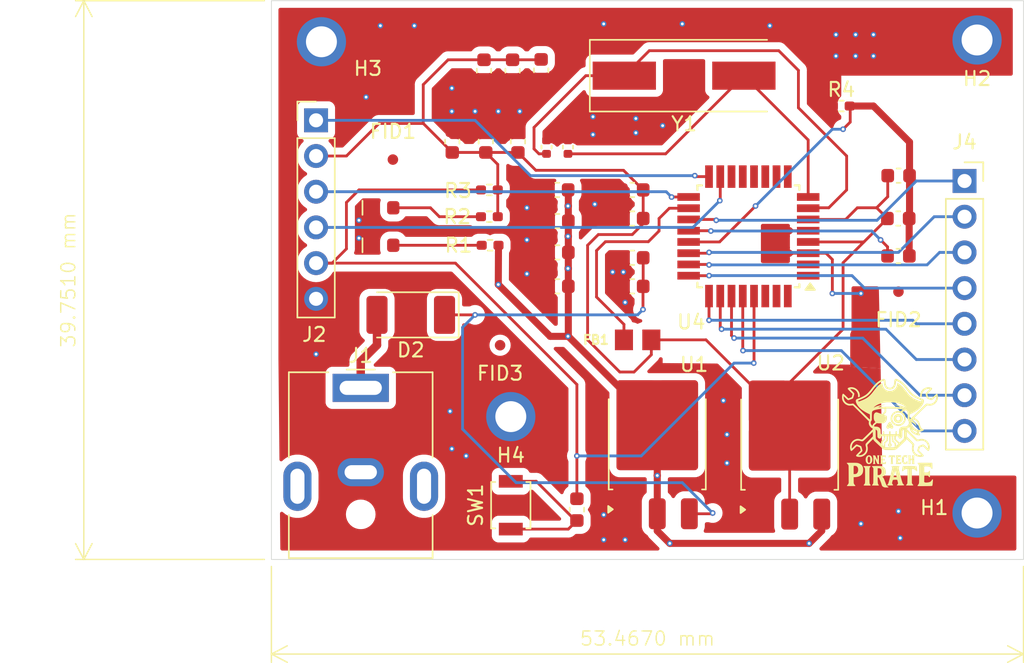
<source format=kicad_pcb>
(kicad_pcb (version 20221018) (generator pcbnew)
  (layers (0 "F.Cu" signal) (1 "In1.Cu" power) (2 "In2.Cu" power) (31 "B.Cu" signal) (34 "B.Paste" user) (35 "F.Paste" user) (36 "B.SilkS" user "B.Silkscreen") (37 "F.SilkS" user "F.Silkscreen") (38 "B.Mask" user) (39 "F.Mask" user) (44 "Edge.Cuts" user))
  (net 0 "")
  (net 1 "Net-(D2-K)")
  (net 2 "GNDA")
  (net 3 "+5VD")
  (net 4 "+3V3D")
  (net 5 "PB5")
  (net 6 "RST")
  (net 7 "PD0")
  (net 8 "PD1")
  (net 9 "PD2")
  (net 10 "PD3")
  (net 11 "PD4")
  (net 12 "PD5")
  (net 13 "PD6")
  (net 14 "PD7")
  (net 15 "PC0")
  (net 16 "PC1")
  (net 17 "PC2")
  (net 18 "PC3")
  (net 19 "PC4")
  (net 20 "PC5")
  (net 21 "+3V3A")
  (net 22 "PB0")
  (net 23 "PB1")
  (net 24 "PB2")
  (net 25 "PB3")
  (net 26 "PB4")
  (net 27 "+9VD")
  (net 28 "Net-(C20-Pad2)")
  (net 29 "GNDD")
  (net 30 "Net-(D3-A)")
  (net 31 "Net-(D1-A)")
  (net 32 "Net-(U4-PB6{slash}XTAL1)")
  (net 33 "Net-(U4-PB7{slash}XTAL2)")
  (net 34 "ADC1")
  (net 35 "Net-(U4-AREF)")
  (net 36 "ADC2")
  (footprint "Fiducial:Fiducial_0.75mm_Mask1.5mm" (layer "F.Cu") (at 124.206 98.171)
    (fp_text reference "FID1")
    (fp_text value "Fiducial" hide)
  )
  (footprint "SparkFun-Capacitor:C_0603_1608Metric" (layer "F.Cu") (at 135.903 107.188 180)
    (fp_text reference "C5")
    (fp_text value "10uF" hide)
  )
  (footprint "SparkFun-Capacitor:C_0603_1608Metric" (layer "F.Cu") (at 134.747 91.821 -90)
    (fp_text reference "C16")
    (fp_text value "4.7uF" hide)
  )
  (footprint "SparkFun-LED:LED_0603_1608Metric" (layer "F.Cu") (at 123.444 101.6)
    (fp_text reference "D3")
    (fp_text value "LED" hide)
  )
  (footprint "SparkFun-Capacitor:C_0402_1005Metric" (layer "F.Cu") (at 135.128 97.282 -90)
    (fp_text reference "C14")
    (fp_text value "22pF" hide)
  )
  (footprint "Resistor_SMD:R_0402_1005Metric_Pad0.72x0.64mm_HandSolder" (layer "F.Cu") (at 131.064 102.235 180)
    (fp_text reference "R2")
    (fp_text value "3.3K" hide)
  )
  (footprint "Connector_PinSocket_2.54mm:PinSocket_1x08_P2.54mm_Vertical" (layer "F.Cu") (at 164.846 99.695)
    (fp_text reference "J4")
    (fp_text value "Conn_01x08_Pin" hide)
  )
  (footprint "SparkFun-Capacitor:C_0603_1608Metric" (layer "F.Cu") (at 130.683 91.847 -90)
    (fp_text reference "C18")
    (fp_text value "4.7uF" hide)
  )
  (footprint "SparkFun-Capacitor:C_0603_1608Metric" (layer "F.Cu") (at 141.224 100.33 180)
    (fp_text reference "C8")
    (fp_text value "0.1uF" hide)
  )
  (footprint "MountingHole:MountingHole_2.2mm_M2_ISO7380_Pad" (layer "F.Cu") (at 165.735 123.317 180)
    (fp_text reference "H1")
    (fp_text value "MountingHole_Pad" hide)
  )
  (footprint "SparkFun-Capacitor:C_0603_1608Metric" (layer "F.Cu") (at 130.81 96.888 90)
    (fp_text reference "C12")
    (fp_text value "0.1uF" hide)
  )
  (footprint "Crystal:Crystal_SMD_HC49-SD" (layer "F.Cu") (at 144.907 92.202)
    (fp_text reference "Y1")
    (fp_text value "16MHz" hide)
  )
  (footprint "SparkFun-Capacitor:C_0603_1608Metric" (layer "F.Cu") (at 141.224 102.362 180)
    (fp_text reference "C7")
    (fp_text value "10uF" hide)
  )
  (footprint "Button_Switch_SMD:SW_SPST_B3U-1000P" (layer "F.Cu") (at 132.588 122.76 90)
    (fp_text reference "SW1")
    (fp_text value "RESET")
  )
  (footprint "FB_MI0805K400R-10:FB_MI0805K400R-10" (layer "F.Cu") (at 141.605 110.998)
    (fp_text reference "FB1")
    (fp_text value "1K" hide)
  )
  (footprint "Connector_PinHeader_2.54mm:PinHeader_1x06_P2.54mm_Vertical" (layer "F.Cu") (at 118.745 95.377)
    (fp_text reference "J2")
    (fp_text value "AVR-ISP-6" hide)
  )
  (footprint "MountingHole:MountingHole_2.2mm_M2_ISO7380_Pad" (layer "F.Cu") (at 119.126 89.789 180)
    (fp_text reference "H3")
    (fp_text value "MountingHole_Pad" hide)
  )
  (footprint "Package_QFP:TQFP-32_7x7mm_P0.8mm" (layer "F.Cu") (at 149.479 103.632 180)
    (fp_text reference "U4")
    (fp_text value "ATmega8L-8A")
  )
  (footprint "Fiducial:Fiducial_0.75mm_Mask1.5mm" (layer "F.Cu") (at 131.826 111.379 180)
    (fp_text reference "FID3")
    (fp_text value "Fiducial" hide)
  )
  (footprint "SparkFun-Capacitor:C_0603_1608Metric" (layer "F.Cu") (at 135.903 104.775 180)
    (fp_text reference "C6")
    (fp_text value "0.1uF" hide)
  )
  (footprint "Package_TO_SOT_SMD:TO-252-3_TabPin2" (layer "F.Cu") (at 143.001 118.33 90)
    (fp_text reference "U1")
    (fp_text value "LM1117DT-5.0" hide)
  )
  (footprint "SparkFun-Capacitor:C_0603_1608Metric" (layer "F.Cu") (at 160.16 99.314)
    (fp_text reference "C9")
    (fp_text value "4.7uF" hide)
  )
  (footprint "Resistor_SMD:R_0402_1005Metric_Pad0.72x0.64mm_HandSolder" (layer "F.Cu") (at 131.064 100.33 180)
    (fp_text reference "R3")
    (fp_text value "10K" hide)
  )
  (footprint "Resistor_SMD:R_0402_1005Metric_Pad0.72x0.64mm_HandSolder" (layer "F.Cu") (at 131.116 104.267 180)
    (fp_text reference "R1")
    (fp_text value "4.7K" hide)
  )
  (footprint "SparkFun-Capacitor:C_0603_1608Metric" (layer "F.Cu") (at 137.287 123.076 -90)
    (fp_text reference "C20")
    (fp_text value "0.1uF" hide)
  )
  (footprint "SparkFun-Capacitor:C_0603_1608Metric" (layer "F.Cu") (at 128.427 96.888 90)
    (fp_text reference "C11")
    (fp_text value "0.1uF" hide)
  )
  (footprint "SparkFun-Capacitor:C_0603_1608Metric" (layer "F.Cu") (at 160.134 102.362)
    (fp_text reference "C10")
    (fp_text value "0.1uF" hide)
  )
  (footprint "Connector_BarrelJack:BarrelJack_CUI_PJ-063AH_Horizontal" (layer "F.Cu") (at 121.92 114.412)
    (fp_text reference "J1")
    (fp_text value "Barrel_Jack" hide)
  )
  (footprint "Resistor_SMD:R_0402_1005Metric_Pad0.72x0.64mm_HandSolder" (layer "F.Cu") (at 156.083 94.361)
    (fp_text reference "R4")
    (fp_text value "0" hide)
  )
  (footprint "MountingHole:MountingHole_2.2mm_M2_ISO7380_Pad" (layer "F.Cu") (at 132.588 116.459 180)
    (fp_text reference "H4")
    (fp_text value "MountingHole_Pad" hide)
  )
  (footprint "SparkFun-Capacitor:C_0603_1608Metric" (layer "F.Cu") (at 132.715 91.847 -90)
    (fp_text reference "C17")
    (fp_text value "4.7uF" hide)
  )
  (footprint "SparkFun-Capacitor:C_0603_1608Metric" (layer "F.Cu") (at 141.224 105.156 180)
    (fp_text reference "C2")
    (fp_text value "0.1uF" hide)
  )
  (footprint "Package_TO_SOT_SMD:TO-252-3_TabPin2" (layer "F.Cu") (at 152.4125 118.354 90)
    (fp_text reference "U2")
    (fp_text value "LM1117DT-5.0" hide)
  )
  (footprint "Fiducial:Fiducial_0.75mm_Mask1.5mm" (layer "F.Cu") (at 160.147 107.569 180)
    (fp_text reference "FID2")
    (fp_text value "Fiducial" hide)
  )
  (footprint "SparkFun-LED:LED_0603_1608Metric" (layer "F.Cu") (at 123.444 104.267)
    (fp_text reference "D1")
    (fp_text value "LED" hide)
  )
  (footprint "MountingHole:MountingHole_2.2mm_M2_ISO7380_Pad" (layer "F.Cu") (at 165.735 89.662 180)
    (fp_text reference "H2")
    (fp_text value "MountingHole_Pad" hide)
  )
  (footprint "SparkFun-Capacitor:C_0603_1608Metric" (layer "F.Cu") (at 135.89 100.33 180)
    (fp_text reference "C4")
    (fp_text value "0.1uF" hide)
  )
  (footprint "SparkFun-Capacitor:C_0603_1608Metric" (layer "F.Cu") (at 160.147 105.029 180)
    (fp_text reference "C19")
    (fp_text value "0.1uF" hide)
  )
  (footprint "SparkFun-Capacitor:C_0402_1005Metric" (layer "F.Cu") (at 136.652 97.282 90)
    (fp_text reference "C15")
    (fp_text value "22pF" hide)
  )
  (footprint "SparkFun-Capacitor:C_0603_1608Metric" (layer "F.Cu") (at 133.096 96.888 90)
    (fp_text reference "C13")
    (fp_text value "0.1uF" hide)
  )
  (footprint "SparkFun-Capacitor:C_0603_1608Metric" (layer "F.Cu") (at 135.903 102.549 180)
    (fp_text reference "C3")
    (fp_text value "10uF" hide)
  )
  (footprint "Diode_SMD:D_MELF" (layer "F.Cu") (at 125.476 109.22 180)
    (fp_text reference "D2")
    (fp_text value "1N5712UR" hide)
  )
  (footprint "SparkFun-Capacitor:C_0603_1608Metric" (layer "F.Cu") (at 141.224 107.188 180)
    (fp_text reference "C1")
    (fp_text value "10uF" hide)
  )
  (gr_poly (pts (xy 160.016509 119.971053) (xy 160.051764 119.97117) (xy 160.082395 119.97137) (xy 160.108742 119.971673) (xy 160.120415 119.97187) (xy 160.131144 119.9721) (xy 160.140973 119.972367) (xy 160.149943 119.972672) (xy 160.158096 119.973019) (xy 160.165476 119.973409) (xy 160.172125 119.973846) (xy 160.178085 119.974332) (xy 160.183399 119.97487) (xy 160.188109 119.975462) (xy 160.192257 119.976111) (xy 160.195887 119.97682) (xy 160.199041 119.97759) (xy 160.20176 119.978425) (xy 160.20297 119.978868) (xy 160.204088 119.979327) (xy 160.205118 119.979804) (xy 160.206067 119.980299) (xy 160.206939 119.980812) (xy 160.207739 119.981343) (xy 160.208474 119.981894) (xy 160.209148 119.982463) (xy 160.209766 119.983051) (xy 160.210335 119.983659) (xy 160.211343 119.984936) (xy 160.212214 119.986296) (xy 160.212991 119.987741) (xy 160.214188 119.990029) (xy 160.215129 119.992278) (xy 160.215803 119.994512) (xy 160.216037 119.99563) (xy 160.216202 119.996753) (xy 160.216295 119.997884) (xy 160.216317 119.999026) (xy 160.216265 120.000181) (xy 160.216138 120.001352) (xy 160.215936 120.002543) (xy 160.215657 120.003757) (xy 160.215301 120.004995) (xy 160.214865 120.006262) (xy 160.213752 120.008891) (xy 160.21231 120.011667) (xy 160.21053 120.014614) (xy 160.208402 120.017754) (xy 160.205917 120.021112) (xy 160.203067 120.02471) (xy 160.199842 120.028571) (xy 160.196234 120.03272) (xy 160.179641 120.052684) (xy 160.173408 120.062784) (xy 160.168659 120.073868) (xy 160.165477 120.086616) (xy 160.163941 120.101708) (xy 160.164135 120.119822) (xy 160.166138 120.14164) (xy 160.170032 120.167839) (xy 160.175899 120.1991) (xy 160.193878 120.279526) (xy 160.220723 120.388353) (xy 160.257088 120.531018) (xy 160.32351 120.784164) (xy 160.352834 120.89295) (xy 160.379017 120.987866) (xy 160.401644 121.067403) (xy 160.420303 121.130052) (xy 160.43458 121.174304) (xy 160.439945 121.18906) (xy 160.444061 121.198651) (xy 160.445926 121.202117) (xy 160.448195 121.205877) (xy 160.450835 121.209892) (xy 160.453817 121.214126) (xy 160.457109 121.218541) (xy 160.46068 121.223099) (xy 160.464499 121.227763) (xy 160.468534 121.232495) (xy 160.472756 121.237259) (xy 160.477133 121.242016) (xy 160.481634 121.246729) (xy 160.486228 121.25136) (xy 160.490884 121.255873) (xy 160.495571 121.26023) (xy 160.500258 121.264392) (xy 160.504915 121.268324) (xy 160.512781 121.275096) (xy 160.519847 121.281532) (xy 160.523083 121.284629) (xy 160.526121 121.287648) (xy 160.528962 121.290591) (xy 160.531607 121.293459) (xy 160.534057 121.296255) (xy 160.536313 121.298981) (xy 160.538376 121.301638) (xy 160.540246 121.304229) (xy 160.541924 121.306755) (xy 160.543411 121.309218) (xy 160.544707 121.311621) (xy 160.545815 121.313964) (xy 160.546733 121.316251) (xy 160.547464 121.318484) (xy 160.548008 121.320663) (xy 160.548366 121.322791) (xy 160.548538 121.32487) (xy 160.548526 121.326902) (xy 160.54833 121.328888) (xy 160.547951 121.330832) (xy 160.547389 121.332734) (xy 160.546647 121.334596) (xy 160.545724 121.336422) (xy 160.544621 121.338211) (xy 160.543339 121.339967) (xy 160.541879 121.341692) (xy 160.540242 121.343386) (xy 160.538428 121.345053) (xy 160.530826 121.346993) (xy 160.51387 121.348831) (xy 160.457221 121.352123) (xy 160.379136 121.354774) (xy 160.290271 121.356629) (xy 160.201283 121.357533) (xy 160.122826 121.357332) (xy 160.065556 121.355869) (xy 160.048197 121.354617) (xy 160.040129 121.352991) (xy 160.036794 121.350648) (xy 160.035357 121.349449) (xy 160.034077 121.348223) (xy 160.032955 121.346966) (xy 160.031995 121.345674) (xy 160.031197 121.344339) (xy 160.030566 121.342959) (xy 160.030103 121.341526) (xy 160.02981 121.340037) (xy 160.029689 121.338486) (xy 160.029743 121.336868) (xy 160.029974 121.335177) (xy 160.030384 121.333409) (xy 160.030976 121.331558) (xy 160.031751 121.329619) (xy 160.032713 121.327587) (xy 160.033863 121.325458) (xy 160.036736 121.320882) (xy 160.04039 121.315853) (xy 160.044843 121.310327) (xy 160.050111 121.304263) (xy 160.056215 121.297621) (xy 160.063171 121.290359) (xy 160.070998 121.282435) (xy 160.084427 121.268572) (xy 160.089888 121.2627) (xy 160.09459 121.257355) (xy 160.098589 121.252403) (xy 160.101942 121.247709) (xy 160.103394 121.245417) (xy 160.104706 121.243139) (xy 160.105884 121.240858) (xy 160.106937 121.238558) (xy 160.107871 121.236222) (xy 160.108693 121.233834) (xy 160.109411 121.231375) (xy 160.110031 121.22883) (xy 160.111007 121.223412) (xy 160.111678 121.217447) (xy 160.1121 121.2108) (xy 160.112332 121.203336) (xy 160.112449 121.185421) (xy 160.111959 121.17369) (xy 160.110556 121.159907) (xy 160.108339 121.144439) (xy 160.105408 121.127654) (xy 160.101861 121.109918) (xy 160.097799 121.091598) (xy 160.088527 121.054673) (xy 160.083515 121.036803) (xy 160.078386 121.019816) (xy 160.073239 121.004079) (xy 160.068173 120.989961) (xy 160.063288 120.977826) (xy 160.058683 120.968043) (xy 160.054459 120.960978) (xy 160.05252 120.958579) (xy 160.050713 120.956998) (xy 160.047273 120.955613) (xy 160.041096 120.954431) (xy 160.021567 120.952671) (xy 159.994205 120.951696) (xy 159.961085 120.951486) (xy 159.924287 120.95202) (xy 159.885886 120.953277) (xy 159.847961 120.955237) (xy 159.812588 120.95788) (xy 159.750852 120.963172) (xy 159.721748 121.055776) (xy 159.714814 121.078794) (xy 159.708899 121.099983) (xy 159.704011 121.119477) (xy 159.700154 121.137411) (xy 159.698615 121.145834) (xy 159.697336 121.153918) (xy 159.696319 121.161678) (xy 159.695563 121.169133) (xy 159.695071 121.176298) (xy 159.694842 121.183191) (xy 159.694878 121.189827) (xy 159.695179 121.196225) (xy 159.695747 121.202401) (xy 159.696581 121.208371) (xy 159.697683 121.214152) (xy 159.699053 121.219762) (xy 159.700693 121.225217) (xy 159.702603 121.230533) (xy 159.704784 121.235728) (xy 159.707237 121.240818) (xy 159.709963 121.245821) (xy 159.712961 121.250752) (xy 159.716234 121.255629) (xy 159.719783 121.260469) (xy 159.723606 121.265288) (xy 159.727707 121.270103) (xy 159.736741 121.279789) (xy 159.74108 121.284221) (xy 159.745164 121.288578) (xy 159.748984 121.292846) (xy 159.752533 121.297015) (xy 159.755803 121.301069) (xy 159.758786 121.304997) (xy 159.761475 121.308785) (xy 159.763861 121.312421) (xy 159.765937 121.315892) (xy 159.767695 121.319184) (xy 159.769128 121.322285) (xy 159.770227 121.325182) (xy 159.77065 121.32655) (xy 159.770986 121.327862) (xy 159.771234 121.329116) (xy 159.771395 121.330312) (xy 159.771467 121.331446) (xy 159.771448 121.332519) (xy 159.771338 121.333527) (xy 159.771137 121.33447) (xy 159.770467 121.337275) (xy 159.769297 121.339756) (xy 159.767393 121.34194) (xy 159.764522 121.343854) (xy 159.760453 121.345526) (xy 159.754952 121.346981) (xy 159.747787 121.348248) (xy 159.738725 121.349353) (xy 159.713983 121.351187) (xy 159.678863 121.352702) (xy 159.570054 121.355637) (xy 159.52981 121.356463) (xy 159.491684 121.356959) (xy 159.456556 121.357125) (xy 159.425304 121.35696) (xy 159.398806 121.356464) (xy 159.377941 121.355637) (xy 159.369895 121.355099) (xy 159.363587 121.354479) (xy 159.359127 121.353776) (xy 159.356623 121.352991) (xy 159.352635 121.350939) (xy 159.350876 121.349857) (xy 159.349275 121.348733) (xy 159.347832 121.347562) (xy 159.34655 121.34634) (xy 159.345428 121.345064) (xy 159.344469 121.34373) (xy 159.343672 121.342335) (xy 159.343038 121.340873) (xy 159.34257 121.339341) (xy 159.342267 121.337736) (xy 159.342131 121.336053) (xy 159.342162 121.334289) (xy 159.342363 121.33244) (xy 159.342732 121.330501) (xy 159.343272 121.32847) (xy 159.343984 121.326341) (xy 159.344868 121.324112) (xy 159.345926 121.321778) (xy 159.348565 121.316781) (xy 159.35191 121.311319) (xy 159.355968 121.305361) (xy 159.360747 121.298875) (xy 159.366254 121.291832) (xy 159.372498 121.284199) (xy 159.378995 121.276103) (xy 159.385782 121.267221) (xy 159.392652 121.257844) (xy 159.399397 121.24826) (xy 159.405812 121.238758) (xy 159.411689 121.229629) (xy 159.416823 121.221161) (xy 159.421005 121.213644) (xy 159.429606 121.191568) (xy 159.441855 121.153616) (xy 159.475355 121.037034) (xy 159.517619 120.877788) (xy 159.547443 120.758842) (xy 159.806193 120.758842) (xy 159.806236 120.759828) (xy 159.806414 120.760324) (xy 159.810002 120.761544) (xy 159.81742 120.762562) (xy 159.841541 120.764003) (xy 159.874364 120.76468) (xy 159.911476 120.764623) (xy 159.948464 120.763864) (xy 159.980916 120.762432) (xy 159.994061 120.761474) (xy 160.004416 120.76036) (xy 160.011431 120.759094) (xy 160.013513 120.758404) (xy 160.014553 120.757679) (xy 160.014927 120.756435) (xy 160.015063 120.75439) (xy 160.014664 120.748073) (xy 160.013437 120.73909) (xy 160.011467 120.727802) (xy 160.008835 120.714571) (xy 160.005624 120.699759) (xy 160.001917 120.683728) (xy 159.997796 120.666838) (xy 159.98742 120.625566) (xy 159.975638 120.574785) (xy 159.96369 120.520862) (xy 159.952818 120.470164) (xy 159.943543 120.424441) (xy 159.939066 120.403347) (xy 159.934848 120.384175) (xy 159.931001 120.367483) (xy 159.92764 120.35383) (xy 159.924879 120.343774) (xy 159.923759 120.340269) (xy 159.922831 120.337873) (xy 159.921733 120.334939) (xy 159.920743 120.332426) (xy 159.919847 120.330342) (xy 159.919028 120.328695) (xy 159.918271 120.327492) (xy 159.91791 120.32706) (xy 159.91756 120.326742) (xy 159.917217 120.326538) (xy 159.916881 120.326451) (xy 159.916548 120.32648) (xy 159.916216 120.326628) (xy 159.915885 120.326894) (xy 159.915552 120.32728) (xy 159.915216 120.327787) (xy 159.914873 120.328416) (xy 159.914162 120.330042) (xy 159.913405 120.332168) (xy 159.912586 120.334799) (xy 159.91169 120.337945) (xy 159.909602 120.34581) (xy 159.853158 120.563651) (xy 159.842938 120.602379) (xy 159.833576 120.638657) (xy 159.825268 120.671691) (xy 159.818211 120.700683) (xy 159.8126 120.724838) (xy 159.808633 120.743361) (xy 159.806506 120.755455) (xy 159.806193 120.758842) (xy 159.547443 120.758842) (xy 159.564762 120.689768) (xy 159.607977 120.516687) (xy 159.653838 120.336991) (xy 159.663519 120.29894) (xy 159.672579 120.262108) (xy 159.680813 120.227385) (xy 159.688013 120.195659) (xy 159.693973 120.167819) (xy 159.698486 120.144754) (xy 159.701346 120.127353) (xy 159.702091 120.121055) (xy 159.702345 120.116505) (xy 159.702237 120.110666) (xy 159.701895 120.105019) (xy 159.701293 120.099506) (xy 159.700402 120.094071) (xy 159.699196 120.088656) (xy 159.697648 120.083205) (xy 159.69573 120.077661) (xy 159.693415 120.071967) (xy 159.690677 120.066066) (xy 159.687488 120.059902) (xy 159.683821 120.053418) (xy 159.679649 120.046556) (xy 159.674944 120.03926) (xy 159.669681 120.031473) (xy 159.66383 120.023139) (xy 159.657366 120.014199) (xy 159.65626 120.012652) (xy 159.655258 120.010995) (xy 159.654359 120.009246) (xy 159.653563 120.007419) (xy 159.65287 120.00553) (xy 159.652281 120.003595) (xy 159.651795 120.001629) (xy 159.651413 119.999647) (xy 159.651134 119.997665) (xy 159.650958 119.995699) (xy 159.650886 119.993764) (xy 159.650917 119.991875) (xy 159.651051 119.990048) (xy 159.651289 119.988299) (xy 159.65163 119.986642) (xy 159.652074 119.985095) (xy 159.653392 119.982901) (xy 159.655549 119.980943) (xy 159.658824 119.979207) (xy 159.663498 119.977681) (xy 159.678166 119.975204) (xy 159.701794 119.973409) (xy 159.736626 119.972193) (xy 159.784904 119.971453) (xy 159.930769 119.970984)) (fill solid) (layer "F.SilkS"))
  (gr_poly (pts (xy 162.421986 119.74081) (xy 162.514266 119.743595) (xy 162.540591 119.745215) (xy 162.551025 119.74697) (xy 162.552925 119.753343) (xy 162.55465 119.767737) (xy 162.55753 119.816037) (xy 162.559583 119.882776) (xy 162.560727 119.958857) (xy 162.560879 120.035187) (xy 162.559955 120.102669) (xy 162.557874 120.152209) (xy 162.556374 120.167409) (xy 162.554553 120.174713) (xy 162.553435 120.176356) (xy 162.552232 120.177816) (xy 162.550949 120.179093) (xy 162.549587 120.180189) (xy 162.548152 120.181106) (xy 162.546645 120.181846) (xy 162.545071 120.182411) (xy 162.543433 120.182802) (xy 162.541734 120.183021) (xy 162.539978 120.18307) (xy 162.538167 120.182951) (xy 162.536307 120.182666) (xy 162.534399 120.182216) (xy 162.532447 120.181602) (xy 162.530455 120.180828) (xy 162.528426 120.179894) (xy 162.526363 120.178803) (xy 162.52427 120.177556) (xy 162.522151 120.176154) (xy 162.520008 120.174601) (xy 162.517845 120.172897) (xy 162.515665 120.171044) (xy 162.513472 120.169044) (xy 162.511269 120.166899) (xy 162.506848 120.162181) (xy 162.502427 120.156903) (xy 162.498035 120.151081) (xy 162.493699 120.144727) (xy 162.487085 120.134703) (xy 162.480766 120.125434) (xy 162.474685 120.116868) (xy 162.468784 120.108953) (xy 162.463008 120.101637) (xy 162.457298 120.094869) (xy 162.451599 120.088598) (xy 162.445854 120.08277) (xy 162.440005 120.077336) (xy 162.433996 120.072242) (xy 162.42777 120.067438) (xy 162.42127 120.062872) (xy 162.414439 120.058491) (xy 162.407221 120.054245) (xy 162.399558 120.050082) (xy 162.391394 120.045949) (xy 162.37819 120.039445) (xy 162.364972 120.033483) (xy 162.351642 120.028045) (xy 162.338105 120.023115) (xy 162.324263 120.018676) (xy 162.310019 120.014711) (xy 162.295276 120.011203) (xy 162.279938 120.008136) (xy 162.263907 120.005492) (xy 162.247087 120.003256) (xy 162.229381 120.001409) (xy 162.210692 119.999936) (xy 162.190922 119.99882) (xy 162.169976 119.998043) (xy 162.124165 119.997442) (xy 162.072517 119.997201) (xy 162.051973 119.997512) (xy 162.034606 119.998655) (xy 162.020158 120.001038) (xy 162.013949 120.002822) (xy 162.008373 120.00507) (xy 162.003399 120.007831) (xy 161.998994 120.011158) (xy 161.995126 120.015101) (xy 161.991763 120.019711) (xy 161.988872 120.02504) (xy 161.986423 120.031138) (xy 161.984382 120.038056) (xy 161.982718 120.045846) (xy 161.980389 120.064243) (xy 161.979181 120.086739) (xy 161.978836 120.113741) (xy 161.979097 120.145657) (xy 161.980408 120.225866) (xy 161.981192 120.267957) (xy 161.982213 120.305448) (xy 161.983462 120.338123) (xy 161.984928 120.365764) (xy 161.9866 120.388156) (xy 161.987511 120.397315) (xy 161.988469 120.40508) (xy 161.989474 120.411423) (xy 161.990524 120.416319) (xy 161.991618 120.419739) (xy 161.992182 120.420888) (xy 161.992755 120.421657) (xy 161.994355 120.422773) (xy 161.996831 120.423805) (xy 162.000169 120.424752) (xy 162.004358 120.425612) (xy 162.015234 120.427068) (xy 162.029356 120.428162) (xy 162.046619 120.428883) (xy 162.066921 120.429223) (xy 162.090158 120.42917) (xy 162.116227 120.428714) (xy 162.152652 120.427464) (xy 162.167708 120.426839) (xy 162.180912 120.426164) (xy 162.192452 120.4254) (xy 162.202516 120.424512) (xy 162.207054 120.424009) (xy 162.211294 120.42346) (xy 162.215259 120.422862) (xy 162.218974 120.422209) (xy 162.222461 120.421496) (xy 162.225744 120.420719) (xy 162.228847 120.419874) (xy 162.231793 120.418955) (xy 162.234606 120.417958) (xy 162.23731 120.416878) (xy 162.239928 120.41571) (xy 162.242483 120.41445) (xy 162.245 120.413094) (xy 162.247501 120.411636) (xy 162.250011 120.410071) (xy 162.252553 120.408396) (xy 162.257827 120.404693) (xy 162.263512 120.400491) (xy 162.266897 120.397705) (xy 162.270419 120.39466) (xy 162.27405 120.391385) (xy 162.277761 120.387909) (xy 162.285309 120.380476) (xy 162.292836 120.372599) (xy 162.300116 120.364515) (xy 162.30692 120.356462) (xy 162.310073 120.352522) (xy 162.313021 120.348678) (xy 162.315737 120.344961) (xy 162.318192 120.3414) (xy 162.322567 120.334919) (xy 162.326774 120.329026) (xy 162.330831 120.323712) (xy 162.334756 120.318966) (xy 162.336675 120.316803) (xy 162.338568 120.314779) (xy 162.340437 120.312891) (xy 162.342284 120.311139) (xy 162.344112 120.309521) (xy 162.345922 120.308037) (xy 162.347718 120.306684) (xy 162.349501 120.305461) (xy 162.351274 120.304368) (xy 162.353039 120.303403) (xy 162.354798 120.302564) (xy 162.356554 120.301851) (xy 162.358308 120.301262) (xy 162.360063 120.300795) (xy 162.361821 120.30045) (xy 162.363585 120.300225) (xy 162.365357 120.300119) (xy 162.367138 120.30013) (xy 162.368932 120.300258) (xy 162.370741 120.3005) (xy 162.372566 120.300857) (xy 162.37441 120.301325) (xy 162.376276 120.301905) (xy 162.378165 120.302595) (xy 162.379747 120.303765) (xy 162.381191 120.306044) (xy 162.382504 120.309567) (xy 162.383691 120.314474) (xy 162.385715 120.328981) (xy 162.387315 120.350661) (xy 162.388543 120.380609) (xy 162.389451 120.419921) (xy 162.390511 120.531018) (xy 162.390653 120.569009) (xy 162.390732 120.602483) (xy 162.390729 120.631741) (xy 162.390622 120.657081) (xy 162.390523 120.668376) (xy 162.390391 120.678805) (xy 162.390223 120.688403) (xy 162.390016 120.69721) (xy 162.389767 120.705262) (xy 162.389475 120.712598) (xy 162.389136 120.719253) (xy 162.388748 120.725267) (xy 162.388308 120.730676) (xy 162.387814 120.735518) (xy 162.387263 120.73983) (xy 162.386653 120.74365) (xy 162.385981 120.747015) (xy 162.385621 120.748539) (xy 162.385244 120.749963) (xy 162.384851 120.751292) (xy 162.38444 120.752531) (xy 162.384012 120.753685) (xy 162.383566 120.754757) (xy 162.383103 120.755753) (xy 162.38262 120.756678) (xy 162.382119 120.757536) (xy 162.381599 120.758331) (xy 162.38106 120.75907) (xy 162.380501 120.759755) (xy 162.379922 120.760392) (xy 162.379322 120.760986) (xy 162.378702 120.761541) (xy 162.378061 120.762062) (xy 162.376714 120.76302) (xy 162.37528 120.763899) (xy 162.373755 120.764734) (xy 162.369725 120.766805) (xy 162.365864 120.768364) (xy 162.363979 120.768939) (xy 162.362114 120.769371) (xy 162.360263 120.769657) (xy 162.358417 120.769792) (xy 162.356571 120.769769) (xy 162.354715 120.769586) (xy 162.352844 120.769238) (xy 162.35095 120.768718) (xy 162.349026 120.768024) (xy 162.347063 120.76715) (xy 162.345056 120.766092) (xy 162.342997 120.764844) (xy 162.338693 120.761763) (xy 162.334093 120.75787) (xy 162.329139 120.753126) (xy 162.323773 120.747495) (xy 162.317937 120.740938) (xy 162.311572 120.73342) (xy 162.304621 120.724901) (xy 162.297025 120.715345) (xy 162.293289 120.71072) (xy 162.289379 120.706121) (xy 162.285327 120.701577) (xy 162.281164 120.697114) (xy 162.276925 120.692759) (xy 162.272639 120.68854) (xy 162.268341 120.684484) (xy 162.264063 120.680618) (xy 162.259836 120.676969) (xy 162.255693 120.673564) (xy 162.251666 120.670431) (xy 162.247788 120.667596) (xy 162.244091 120.665086) (xy 162.240607 120.662929) (xy 162.237369 120.661152) (xy 162.234408 120.659782) (xy 162.227004 120.657631) (xy 162.216061 120.655806) (xy 162.202113 120.654302) (xy 162.185694 120.653113) (xy 162.147576 120.651659) (xy 162.105974 120.651404) (xy 162.065159 120.652306) (xy 162.029397 120.654325) (xy 162.014745 120.65574) (xy 162.002958 120.657419) (xy 161.994568 120.659356) (xy 161.991814 120.660419) (xy 161.990109 120.661546) (xy 161.989283 120.663325) (xy 161.988461 120.667261) (xy 161.986843 120.681142) (xy 161.985288 120.702257) (xy 161.983825 120.729676) (xy 161.981303 120.799708) (xy 161.979526 120.883796) (xy 161.975998 121.098109) (xy 161.997165 121.120157) (xy 162.002729 121.125056) (xy 162.00918 121.1295) (xy 162.016538 121.13349) (xy 162.024822 121.137025) (xy 162.034052 121.140105) (xy 162.044247 121.14273) (xy 162.055427 121.1449) (xy 162.06761 121.146616) (xy 162.080817 121.147877) (xy 162.095066 121.148683) (xy 162.110377 121.149034) (xy 162.126769 121.148931) (xy 162.144263 121.148373) (xy 162.162876 121.14736) (xy 162.20354 121.14397) (xy 162.235165 121.140663) (xy 162.264637 121.136653) (xy 162.292075 121.131878) (xy 162.3176 121.126276) (xy 162.329683 121.123146) (xy 162.341332 121.119785) (xy 162.352563 121.116187) (xy 162.36339 121.112344) (xy 162.37383 121.108247) (xy 162.383896 121.10389) (xy 162.393604 121.099263) (xy 162.402969 121.09436) (xy 162.412006 121.089173) (xy 162.42073 121.083694) (xy 162.429155 121.077916) (xy 162.437298 121.071829) (xy 162.445172 121.065428) (xy 162.452794 121.058704) (xy 162.460177 121.051649) (xy 162.467337 121.044255) (xy 162.47429 121.036515) (xy 162.481049 121.028421) (xy 162.48763 121.019966) (xy 162.494049 121.011141) (xy 162.500319 121.001938) (xy 162.506457 120.992351) (xy 162.518394 120.97199) (xy 162.523633 120.962657) (xy 162.526214 120.958308) (xy 162.528769 120.954169) (xy 162.531296 120.950241) (xy 162.533798 120.946523) (xy 162.536272 120.943015) (xy 162.53872 120.939717) (xy 162.54114 120.936628) (xy 162.543533 120.933748) (xy 162.545899 120.931076) (xy 162.548237 120.928613) (xy 162.550547 120.926358) (xy 162.552829 120.924311) (xy 162.555083 120.922471) (xy 162.557309 120.920838) (xy 162.559507 120.919412) (xy 162.561676 120.918192) (xy 162.563816 120.917178) (xy 162.565927 120.91637) (xy 162.568009 120.915767) (xy 162.570062 120.91537) (xy 162.572086 120.915177) (xy 162.57408 120.915188) (xy 162.576044 120.915404) (xy 162.577979 120.915824) (xy 162.579883 120.916447) (xy 162.581757 120.917273) (xy 162.583601 120.918302) (xy 162.585414 120.919533) (xy 162.587197 120.920967) (xy 162.588949 120.922602) (xy 162.590065 120.924046) (xy 162.591099 120.926047) (xy 162.592049 120.928586) (xy 162.592918 120.931642) (xy 162.593703 120.935194) (xy 162.594406 120.939221) (xy 162.595564 120.948619) (xy 162.59639 120.959671) (xy 162.596886 120.972211) (xy 162.597052 120.986074) (xy 162.596886 121.001095) (xy 162.595302 121.034838) (xy 162.592146 121.079712) (xy 162.582776 121.186193) (xy 162.572082 121.287217) (xy 162.567273 121.32527) (xy 162.563373 121.349463) (xy 162.559146 121.365481) (xy 162.55571 121.371975) (xy 162.550392 121.377561) (xy 162.542437 121.382315) (xy 162.531096 121.386314) (xy 162.515615 121.389632) (xy 162.495243 121.392348) (xy 162.436817 121.396273) (xy 162.349804 121.3987) (xy 162.065956 121.401498) (xy 161.885516 121.402848) (xy 161.729715 121.403041) (xy 161.615255 121.402242) (xy 161.578747 121.401522) (xy 161.558838 121.400615) (xy 161.546414 121.399195) (xy 161.535596 121.397518) (xy 161.526377 121.395496) (xy 161.522365 121.394326) (xy 161.518751 121.393036) (xy 161.515533 121.391615) (xy 161.512712 121.39005) (xy 161.510285 121.388331) (xy 161.508252 121.386446) (xy 161.506613 121.384384) (xy 161.505366 121.382134) (xy 161.504511 121.379684) (xy 161.504048 121.377024) (xy 161.503974 121.374141) (xy 161.504289 121.371025) (xy 161.504993 121.367663) (xy 161.506085 121.364046) (xy 161.507564 121.360161) (xy 161.509429 121.355998) (xy 161.511679 121.351544) (xy 161.514314 121.34679) (xy 161.520734 121.336331) (xy 161.528682 121.324531) (xy 161.538152 121.3113) (xy 161.549137 121.296546) (xy 161.555382 121.288264) (xy 161.561224 121.28027) (xy 161.566677 121.272542) (xy 161.571751 121.265058) (xy 161.576458 121.257797) (xy 161.58081 121.250735) (xy 161.584818 121.243852) (xy 161.588494 121.237125) (xy 161.591849 121.230533) (xy 161.594896 121.224053) (xy 161.597646 121.217663) (xy 161.60011 121.211342) (xy 161.602301 121.205068) (xy 161.604229 121.198817) (xy 161.605906 121.19257) (xy 161.607345 121.186303) (xy 161.609782 121.166556) (xy 161.611796 121.131678) (xy 161.614511 121.011899) (xy 161.615406 120.817705) (xy 161.614401 120.539838) (xy 161.613572 120.31935) (xy 161.613092 120.23137) (xy 161.612402 120.156564) (xy 161.611376 120.093679) (xy 161.610698 120.066317) (xy 161.609889 120.041465) (xy 161.608933 120.018968) (xy 161.607815 119.998668) (xy 161.606519 119.980411) (xy 161.60503 119.964038) (xy 161.603331 119.949394) (xy 161.601407 119.936322) (xy 161.599243 119.924666) (xy 161.596822 119.914269) (xy 161.594129 119.904974) (xy 161.591149 119.896626) (xy 161.587865 119.889067) (xy 161.584263 119.882141) (xy 161.580326 119.875692) (xy 161.576039 119.869564) (xy 161.571385 119.863599) (xy 161.56635 119.857642) (xy 161.542081 119.830754) (xy 161.530857 119.817904) (xy 161.521364 119.806417) (xy 161.513663 119.796208) (xy 161.50781 119.787195) (xy 161.505594 119.78311) (xy 161.503863 119.779292) (xy 161.502624 119.775731) (xy 161.501882 119.772417) (xy 161.501647 119.769338) (xy 161.501924 119.766485) (xy 161.502722 119.763846) (xy 161.504047 119.761411) (xy 161.505908 119.759171) (xy 161.50831 119.757113) (xy 161.511262 119.755229) (xy 161.51477 119.753507) (xy 161.518843 119.751936) (xy 161.523486 119.750507) (xy 161.534516 119.748031) (xy 161.547917 119.745994) (xy 161.563749 119.744312) (xy 161.582069 119.742901) (xy 161.602935 119.741678) (xy 161.690627 119.738976) (xy 161.819287 119.73742) (xy 162.135189 119.737379)) (fill solid) (layer "F.SilkS"))
  (gr_poly (pts (xy 156.968145 119.741961) (xy 157.022983 119.742446) (xy 157.071284 119.743277) (xy 157.113756 119.744542) (xy 157.151107 119.746329) (xy 157.184045 119.748726) (xy 157.213277 119.751821) (xy 157.239513 119.755701) (xy 157.263459 119.760454) (xy 157.285823 119.766169) (xy 157.307315 119.772932) (xy 157.328641 119.780833) (xy 157.350509 119.789958) (xy 157.373629 119.800396) (xy 157.398706 119.812234) (xy 157.428424 119.827556) (xy 157.456076 119.844111) (xy 157.481684 119.861932) (xy 157.50527 119.881053) (xy 157.526856 119.901507) (xy 157.546465 119.923328) (xy 157.564117 119.946549) (xy 157.579835 119.971204) (xy 157.593642 119.997327) (xy 157.605558 120.024951) (xy 157.615607 120.05411) (xy 157.623809 120.084837) (xy 157.630187 120.117167) (xy 157.634762 120.151131) (xy 157.637558 120.186766) (xy 157.638595 120.224102) (xy 157.637936 120.264177) (xy 157.63593 120.302111) (xy 157.632531 120.337996) (xy 157.627695 120.371924) (xy 157.624723 120.388183) (xy 157.621375 120.403987) (xy 157.617645 120.419347) (xy 157.613527 120.434275) (xy 157.609016 120.448783) (xy 157.604105 120.462882) (xy 157.59879 120.476583) (xy 157.593065 120.489898) (xy 157.586923 120.502838) (xy 157.58036 120.515416) (xy 157.57337 120.527641) (xy 157.565947 120.539526) (xy 157.558085 120.551083) (xy 157.549779 120.562322) (xy 157.541023 120.573255) (xy 157.531811 120.583894) (xy 157.522138 120.59425) (xy 157.511998 120.604334) (xy 157.501386 120.614159) (xy 157.490296 120.623734) (xy 157.478722 120.633073) (xy 157.466658 120.642186) (xy 157.454099 120.651086) (xy 157.441039 120.659782) (xy 157.42279 120.671163) (xy 157.40406 120.681834) (xy 157.384803 120.691808) (xy 157.364972 120.701096) (xy 157.344521 120.709713) (xy 157.323403 120.717671) (xy 157.301573 120.724982) (xy 157.278982 120.731661) (xy 157.255586 120.73772) (xy 157.231337 120.743171) (xy 157.206188 120.748028) (xy 157.180094 120.752304) (xy 157.153008 120.756012) (xy 157.124883 120.759163) (xy 157.095673 120.761773) (xy 157.065331 120.763852) (xy 156.963907 120.769143) (xy 156.963907 120.98081) (xy 156.963985 121.048561) (xy 156.964123 121.076455) (xy 156.964362 121.10081) (xy 156.964731 121.12196) (xy 156.965256 121.140242) (xy 156.965965 121.155992) (xy 156.966884 121.169546) (xy 156.968041 121.18124) (xy 156.968717 121.186494) (xy 156.969463 121.191409) (xy 156.970281 121.196027) (xy 156.971176 121.200389) (xy 156.972151 121.204539) (xy 156.973209 121.208517) (xy 156.974354 121.212366) (xy 156.975588 121.216128) (xy 156.978341 121.223559) (xy 156.981494 121.231144) (xy 156.985074 121.23922) (xy 156.98753 121.244268) (xy 156.990254 121.249469) (xy 156.993223 121.254789) (xy 156.996416 121.260194) (xy 156.99981 121.26565) (xy 157.003383 121.271125) (xy 157.007114 121.276584) (xy 157.010981 121.281994) (xy 157.014962 121.287322) (xy 157.019034 121.292533) (xy 157.023176 121.297594) (xy 157.027366 121.302472) (xy 157.031582 121.307133) (xy 157.035802 121.311543) (xy 157.040003 121.315669) (xy 157.044164 121.319477) (xy 157.047797 121.322769) (xy 157.051253 121.326026) (xy 157.054532 121.329247) (xy 157.057633 121.332429) (xy 157.060555 121.335569) (xy 157.063297 121.338664) (xy 157.065859 121.341712) (xy 157.068239 121.344709) (xy 157.070437 121.347654) (xy 157.072452 121.350542) (xy 157.074283 121.353372) (xy 157.07593 121.356142) (xy 157.077391 121.358847) (xy 157.078666 121.361485) (xy 157.079755 121.364054) (xy 157.080655 121.366551) (xy 157.081367 121.368973) (xy 157.081889 121.371317) (xy 157.082221 121.373581) (xy 157.082362 121.375761) (xy 157.082311 121.377856) (xy 157.082068 121.379862) (xy 157.081631 121.381777) (xy 157.080999 121.383597) (xy 157.080173 121.385321) (xy 157.079151 121.386945) (xy 157.077932 121.388466) (xy 157.076516 121.389883) (xy 157.074901 121.391191) (xy 157.073087 121.392389) (xy 157.071073 121.393474) (xy 157.068859 121.394442) (xy 157.039962 121.396757) (xy 156.974601 121.398411) (xy 156.783109 121.399734) (xy 156.591617 121.398411) (xy 156.526256 121.396757) (xy 156.497359 121.394442) (xy 156.495144 121.393481) (xy 156.493131 121.392418) (xy 156.491317 121.391255) (xy 156.489702 121.389993) (xy 156.488286 121.388633) (xy 156.487067 121.387177) (xy 156.486045 121.385627) (xy 156.485218 121.383983) (xy 156.484587 121.382247) (xy 156.48415 121.380422) (xy 156.483907 121.378507) (xy 156.483856 121.376505) (xy 156.483997 121.374418) (xy 156.484329 121.372245) (xy 156.484851 121.36999) (xy 156.485563 121.367653) (xy 156.486463 121.365236) (xy 156.487551 121.362741) (xy 156.488827 121.360168) (xy 156.490288 121.357519) (xy 156.493766 121.352001) (xy 156.497979 121.346197) (xy 156.502921 121.340119) (xy 156.508585 121.333779) (xy 156.514965 121.327188) (xy 156.522053 121.320359) (xy 156.526381 121.316218) (xy 156.530751 121.311753) (xy 156.535144 121.306987) (xy 156.539541 121.301948) (xy 156.543922 121.29666) (xy 156.548269 121.291151) (xy 156.552561 121.285445) (xy 156.55678 121.279568) (xy 156.560906 121.273547) (xy 156.564919 121.267407) (xy 156.568801 121.261174) (xy 156.572531 121.254874) (xy 156.576091 121.248533) (xy 156.579461 121.242176) (xy 156.582621 121.235829) (xy 156.585553 121.229518) (xy 156.610248 121.174838) (xy 156.607602 120.575115) (xy 156.607457 120.544248) (xy 156.959498 120.544248) (xy 157.02388 120.544248) (xy 157.039084 120.5441) (xy 157.053322 120.543643) (xy 157.06666 120.542858) (xy 157.079167 120.541726) (xy 157.090908 120.540227) (xy 157.101953 120.538341) (xy 157.112366 120.53605) (xy 157.122217 120.533334) (xy 157.131571 120.530173) (xy 157.140496 120.526548) (xy 157.14906 120.522441) (xy 157.157329 120.517831) (xy 157.165371 120.512699) (xy 157.173252 120.507025) (xy 157.181041 120.500791) (xy 157.188803 120.493977) (xy 157.204508 120.478371) (xy 157.218864 120.461073) (xy 157.231841 120.442209) (xy 157.243415 120.421906) (xy 157.253557 120.40029) (xy 157.262241 120.377488) (xy 157.269439 120.353627) (xy 157.275124 120.328833) (xy 157.279269 120.303233) (xy 157.281847 120.276953) (xy 157.282831 120.250121) (xy 157.282193 120.222862) (xy 157.279907 120.195303) (xy 157.275945 120.167572) (xy 157.270281 120.139793) (xy 157.262887 120.112095) (xy 157.261106 120.106381) (xy 157.259076 120.100657) (xy 157.25431 120.089213) (xy 157.248669 120.077841) (xy 157.24223 120.06662) (xy 157.235073 120.055626) (xy 157.227277 120.044936) (xy 157.218919 120.034629) (xy 157.21008 120.024782) (xy 157.200838 120.015473) (xy 157.191272 120.006778) (xy 157.18146 119.998776) (xy 157.171481 119.991544) (xy 157.161415 119.985159) (xy 157.15134 119.9797) (xy 157.141334 119.975242) (xy 157.136382 119.973414) (xy 157.131477 119.971865) (xy 157.123317 119.969975) (xy 157.113573 119.968277) (xy 157.102521 119.966779) (xy 157.090439 119.965485) (xy 157.064287 119.96354) (xy 157.037329 119.962495) (xy 157.011777 119.9624) (xy 157.000219 119.962725) (xy 156.989842 119.963308) (xy 156.980922 119.964154) (xy 156.973736 119.96527) (xy 156.968561 119.966662) (xy 156.966813 119.967464) (xy 156.965671 119.968338) (xy 156.964393 119.975164) (xy 156.963219 119.992853) (xy 156.961262 120.055981) (xy 156.959966 120.148048) (xy 156.959498 120.25938) (xy 156.959498 120.544248) (xy 156.607457 120.544248) (xy 156.6065 120.340546) (xy 156.604736 120.145168) (xy 156.602641 120.009321) (xy 156.601573 119.970078) (xy 156.600546 119.953345) (xy 156.598113 119.944301) (xy 156.595132 119.935064) (xy 156.591638 119.92569) (xy 156.587662 119.916234) (xy 156.583236 119.906753) (xy 156.578393 119.897302) (xy 156.573165 119.887936) (xy 156.567584 119.87871) (xy 156.561683 119.869682) (xy 156.555493 119.860904) (xy 156.549048 119.852435) (xy 156.542379 119.844328) (xy 156.53552 119.836641) (xy 156.528501 119.829427) (xy 156.521356 119.822743) (xy 156.514116 119.816644) (xy 156.507616 119.810939) (xy 156.501679 119.805404) (xy 156.496311 119.800042) (xy 156.491516 119.794857) (xy 156.489335 119.792332) (xy 156.4873 119.789853) (xy 156.485411 119.787419) (xy 156.483668 119.785033) (xy 156.482073 119.782694) (xy 156.480625 119.780402) (xy 156.479326 119.778159) (xy 156.478177 119.775964) (xy 156.477177 119.773818) (xy 156.476327 119.771722) (xy 156.475629 119.769676) (xy 156.475083 119.76768) (xy 156.474689 119.765735) (xy 156.474448 119.763842) (xy 156.474361 119.762001) (xy 156.474428 119.760213) (xy 156.474651 119.758477) (xy 156.475029 119.756795) (xy 156.475563 119.755166) (xy 156.476254 119.753593) (xy 156.477103 119.752074) (xy 156.47811 119.75061) (xy 156.479276 119.749202) (xy 156.480602 119.747851) (xy 156.488748 119.746573) (xy 156.510216 119.745399) (xy 156.587207 119.743442) (xy 156.699751 119.742147) (xy 156.836026 119.741678)) (fill solid) (layer "F.SilkS"))
  (gr_poly (pts (xy 158.071451 119.97232) (xy 158.127893 119.973962) (xy 158.145258 119.975035) (xy 158.153651 119.976275) (xy 158.157319 119.97787) (xy 158.158927 119.978752) (xy 158.160384 119.979693) (xy 158.161689 119.980696) (xy 158.162842 119.981763) (xy 158.163842 119.982898) (xy 158.164689 119.984103) (xy 158.165382 119.985379) (xy 158.165921 119.986731) (xy 158.166305 119.98816) (xy 158.166534 119.98967) (xy 158.166607 119.991262) (xy 158.166524 119.992939) (xy 158.166284 119.994704) (xy 158.165888 119.99656) (xy 158.165333 119.998509) (xy 158.164621 120.000553) (xy 158.16272 120.004939) (xy 158.160181 120.009738) (xy 158.156999 120.014971) (xy 158.153172 120.020659) (xy 158.148695 120.026822) (xy 158.143564 120.033481) (xy 158.137776 120.040657) (xy 158.119765 120.062765) (xy 158.112506 120.073473) (xy 158.106301 120.085223) (xy 158.101068 120.098968) (xy 158.096724 120.115661) (xy 158.093186 120.136255) (xy 158.090371 120.161704) (xy 158.086581 120.230982) (xy 158.084694 120.33112) (xy 158.083977 120.654491) (xy 158.084082 120.841001) (xy 158.084332 120.916762) (xy 158.084818 120.982078) (xy 158.085619 121.037865) (xy 158.086162 121.062471) (xy 158.086814 121.085038) (xy 158.087584 121.10568) (xy 158.088482 121.124511) (xy 158.089518 121.141646) (xy 158.090702 121.157199) (xy 158.092043 121.171284) (xy 158.093552 121.184016) (xy 158.095238 121.19551) (xy 158.097111 121.205878) (xy 158.099182 121.215236) (xy 158.101459 121.223699) (xy 158.103953 121.231379) (xy 158.106673 121.238393) (xy 158.10963 121.244853) (xy 158.112833 121.250875) (xy 158.116293 121.256573) (xy 158.120018 121.262061) (xy 158.124019 121.267453) (xy 158.128306 121.272864) (xy 158.137776 121.284199) (xy 158.140757 121.287648) (xy 158.143583 121.291048) (xy 158.146254 121.294398) (xy 158.148767 121.297693) (xy 158.151124 121.300934) (xy 158.153323 121.304116) (xy 158.155364 121.307239) (xy 158.157247 121.310299) (xy 158.158971 121.313295) (xy 158.160536 121.316223) (xy 158.161941 121.319083) (xy 158.163185 121.321871) (xy 158.164268 121.324586) (xy 158.165191 121.327224) (xy 158.165951 121.329785) (xy 158.166549 121.332265) (xy 158.166984 121.334663) (xy 158.167256 121.336975) (xy 158.167365 121.3392) (xy 158.167309 121.341336) (xy 158.167088 121.34338) (xy 158.166702 121.34533) (xy 158.166151 121.347184) (xy 158.165433 121.34894) (xy 158.164548 121.350594) (xy 158.163497 121.352146) (xy 158.162278 121.353592) (xy 158.16089 121.354931) (xy 158.159335 121.35616) (xy 158.15761 121.357276) (xy 158.155715 121.358279) (xy 158.153651 121.359165) (xy 158.146052 121.360405) (xy 158.130894 121.36148) (xy 158.082062 121.363134) (xy 157.939448 121.364456) (xy 157.79237 121.363134) (xy 157.737957 121.36148) (xy 157.707387 121.359165) (xy 157.703379 121.358369) (xy 157.699625 121.357471) (xy 157.696123 121.35647) (xy 157.692874 121.355368) (xy 157.689878 121.354165) (xy 157.687134 121.352863) (xy 157.684643 121.35146) (xy 157.682403 121.349959) (xy 157.680415 121.34836) (xy 157.678679 121.346663) (xy 157.677195 121.344869) (xy 157.675962 121.342979) (xy 157.674981 121.340994) (xy 157.67425 121.338913) (xy 157.673771 121.336738) (xy 157.673542 121.33447) (xy 157.673564 121.332108) (xy 157.673836 121.329655) (xy 157.674359 121.327109) (xy 157.675132 121.324472) (xy 157.676155 121.321745) (xy 157.677427 121.318928) (xy 157.67895 121.316022) (xy 157.680722 121.313028) (xy 157.682743 121.309945) (xy 157.685013 121.306776) (xy 157.687532 121.303519) (xy 157.690301 121.300177) (xy 157.696583 121.293238) (xy 157.703859 121.285963) (xy 157.707069 121.282631) (xy 157.710398 121.278944) (xy 157.71382 121.274939) (xy 157.717309 121.270653) (xy 157.724385 121.261391) (xy 157.73142 121.251457) (xy 157.738207 121.241151) (xy 157.744539 121.230772) (xy 157.74747 121.22565) (xy 157.750209 121.220621) (xy 157.752732 121.215725) (xy 157.755012 121.210997) (xy 157.76142 121.195219) (xy 157.766257 121.177704) (xy 157.769771 121.152583) (xy 157.77221 121.113984) (xy 157.773822 121.056037) (xy 157.774855 120.972873) (xy 157.776178 120.707408) (xy 157.775696 120.524845) (xy 157.774304 120.366756) (xy 157.772086 120.250009) (xy 157.770692 120.212409) (xy 157.769123 120.19147) (xy 157.767224 120.179341) (xy 157.764848 120.167447) (xy 157.762011 120.155817) (xy 157.758732 120.144479) (xy 157.75503 120.133461) (xy 157.750922 120.122792) (xy 157.746427 120.1125) (xy 157.741562 120.102614) (xy 157.736346 120.093162) (xy 157.730796 120.084172) (xy 157.724931 120.075674) (xy 157.718769 120.067694) (xy 157.712328 120.060263) (xy 157.705626 120.053408) (xy 157.698681 120.047157) (xy 157.691512 120.041539) (xy 157.689238 120.039843) (xy 157.68705 120.038064) (xy 157.684948 120.036211) (xy 157.682935 120.034287) (xy 157.681013 120.032301) (xy 157.679185 120.030257) (xy 157.677452 120.028162) (xy 157.675816 120.026022) (xy 157.674279 120.023844) (xy 157.672845 120.021633) (xy 157.671514 120.019395) (xy 157.670288 120.017138) (xy 157.669171 120.014865) (xy 157.668163 120.012585) (xy 157.667268 120.010303) (xy 157.666487 120.008025) (xy 157.665822 120.005758) (xy 157.665275 120.003507) (xy 157.664849 120.001278) (xy 157.664545 119.999078) (xy 157.664366 119.996913) (xy 157.664314 119.99479) (xy 157.664391 119.992713) (xy 157.664599 119.99069) (xy 157.664939 119.988726) (xy 157.665415 119.986827) (xy 157.666029 119.985) (xy 157.666781 119.983252) (xy 157.667675 119.981587) (xy 157.668713 119.980012) (xy 157.669896 119.978533) (xy 157.671227 119.977157) (xy 157.677604 119.975762) (xy 157.693222 119.974551) (xy 157.746978 119.972678) (xy 157.908139 119.971094)) (fill solid) (layer "F.SilkS"))
  (gr_poly (pts (xy 158.732284 119.212593) (xy 158.748811 119.212829) (xy 158.763789 119.213209) (xy 158.776855 119.213724) (xy 158.787646 119.214363) (xy 158.792077 119.214726) (xy 158.795803 119.215116) (xy 158.79878 119.215532) (xy 158.800962 119.215972) (xy 158.802304 119.216436) (xy 158.802647 119.216676) (xy 158.802762 119.216921) (xy 158.80266 119.217559) (xy 158.802362 119.218466) (xy 158.801878 119.219624) (xy 158.801218 119.221014) (xy 158.799413 119.224409) (xy 158.797029 119.228497) (xy 158.794149 119.233122) (xy 158.790856 119.238129) (xy 158.787231 119.243364) (xy 158.783359 119.248671) (xy 158.776664 119.258102) (xy 158.773955 119.263013) (xy 158.771632 119.268556) (xy 158.769666 119.275107) (xy 158.768027 119.283041) (xy 158.766684 119.292735) (xy 158.76561 119.304564) (xy 158.764144 119.336133) (xy 158.763391 119.380756) (xy 158.763074 119.521192) (xy 158.763114 119.601706) (xy 158.763208 119.63447) (xy 158.763391 119.662758) (xy 158.763693 119.686958) (xy 158.763898 119.697647) (xy 158.764144 119.70746) (xy 158.764434 119.716445) (xy 158.764773 119.724651) (xy 158.765163 119.732128) (xy 158.76561 119.738922) (xy 158.766116 119.745084) (xy 158.766684 119.750661) (xy 158.76732 119.755702) (xy 158.768027 119.760256) (xy 158.768807 119.764371) (xy 158.769666 119.768097) (xy 158.770606 119.771481) (xy 158.771632 119.774572) (xy 158.772747 119.777419) (xy 158.773955 119.780071) (xy 158.775259 119.782575) (xy 158.776664 119.784981) (xy 158.778172 119.787338) (xy 158.779788 119.789693) (xy 158.783359 119.794595) (xy 158.785456 119.797403) (xy 158.787442 119.800193) (xy 158.789308 119.802947) (xy 158.791048 119.805647) (xy 158.792654 119.808274) (xy 158.794118 119.810811) (xy 158.795432 119.813239) (xy 158.796588 119.815541) (xy 158.797579 119.817698) (xy 158.798397 119.819692) (xy 158.799034 119.821506) (xy 158.799482 119.82312) (xy 158.799633 119.823847) (xy 158.799734 119.824518) (xy 158.799784 119.825129) (xy 158.799782 119.82568) (xy 158.799727 119.826167) (xy 158.799618 119.826589) (xy 158.799454 119.826943) (xy 158.799234 119.827227) (xy 158.798188 119.82794) (xy 158.796406 119.828592) (xy 158.790828 119.829716) (xy 158.782894 119.830604) (xy 158.772996 119.831264) (xy 158.74888 119.831924) (xy 158.721623 119.831747) (xy 158.694365 119.830784) (xy 158.67025 119.829087) (xy 158.660352 119.82798) (xy 158.652418 119.826708) (xy 158.64684 119.825279) (xy 158.645058 119.824507) (xy 158.644012 119.823699) (xy 158.640729 119.818363) (xy 158.634784 119.806602) (xy 158.616492 119.767461) (xy 158.565408 119.652271) (xy 158.516144 119.536585) (xy 158.500126 119.496823) (xy 158.495658 119.484659) (xy 158.494081 119.478858) (xy 158.494071 119.478357) (xy 158.49404 119.477847) (xy 158.493919 119.476804) (xy 158.493721 119.475737) (xy 158.493447 119.474656) (xy 158.493101 119.473569) (xy 158.492686 119.472487) (xy 158.492203 119.471417) (xy 158.491656 119.47037) (xy 158.491046 119.469353) (xy 158.490378 119.468377) (xy 158.489652 119.46745) (xy 158.489269 119.467007) (xy 158.488872 119.46658) (xy 158.488463 119.46617) (xy 158.488041 119.465778) (xy 158.487606 119.465405) (xy 158.48716 119.465052) (xy 158.486702 119.464721) (xy 158.486233 119.464412) (xy 158.485752 119.464126) (xy 158.485262 119.463866) (xy 158.484773 119.463705) (xy 158.484301 119.463882) (xy 158.483405 119.46524) (xy 158.482576 119.467916) (xy 158.481816 119.471886) (xy 158.480518 119.483616) (xy 158.479529 119.500246) (xy 158.478871 119.521588) (xy 158.478565 119.547457) (xy 158.47863 119.577667) (xy 158.479088 119.612032) (xy 158.47981 119.655496) (xy 158.480237 119.67406) (xy 158.480728 119.690691) (xy 158.481296 119.705524) (xy 158.481956 119.718693) (xy 158.482722 119.730332) (xy 158.483608 119.740576) (xy 158.484628 119.749559) (xy 158.485797 119.757415) (xy 158.487129 119.76428) (xy 158.488638 119.770286) (xy 158.489463 119.77301) (xy 158.490338 119.775569) (xy 158.491264 119.777982) (xy 158.492243 119.780263) (xy 158.494368 119.784502) (xy 158.496727 119.788421) (xy 158.498203 119.790764) (xy 158.49965 119.793151) (xy 158.501058 119.795564) (xy 158.502418 119.797985) (xy 158.503722 119.800395) (xy 158.504959 119.802777) (xy 158.506122 119.805112) (xy 158.5072 119.807383) (xy 158.508186 119.809571) (xy 158.509069 119.811658) (xy 158.509841 119.813627) (xy 158.510494 119.815459) (xy 158.511017 119.817135) (xy 158.511401 119.818639) (xy 158.511639 119.819951) (xy 158.51172 119.821054) (xy 158.511619 119.821544) (xy 158.511319 119.822025) (xy 158.510128 119.822952) (xy 158.508162 119.823832) (xy 158.505436 119.824664) (xy 158.501966 119.825443) (xy 158.497767 119.826169) (xy 158.487246 119.827447) (xy 158.473996 119.828477) (xy 158.458142 119.829239) (xy 158.439807 119.82971) (xy 158.419116 119.829872) (xy 158.40045 119.829791) (xy 158.383066 119.829555) (xy 158.367336 119.829175) (xy 158.353632 119.82866) (xy 158.342325 119.828021) (xy 158.337687 119.827658) (xy 158.333788 119.827268) (xy 158.330674 119.826852) (xy 158.328393 119.826412) (xy 158.32699 119.825948) (xy 158.326632 119.825708) (xy 158.326512 119.825463) (xy 158.326613 119.824774) (xy 158.326911 119.823716) (xy 158.328055 119.820584) (xy 158.32986 119.816254) (xy 158.332244 119.810911) (xy 158.335124 119.804741) (xy 158.338418 119.79793) (xy 158.342042 119.790664) (xy 158.345914 119.783129) (xy 158.352061 119.770655) (xy 158.354565 119.764483) (xy 158.356718 119.757911) (xy 158.358541 119.750605) (xy 158.360053 119.742232) (xy 158.361276 119.732459) (xy 158.362231 119.720952) (xy 158.363416 119.691404) (xy 158.363774 119.65092) (xy 158.362671 119.526483) (xy 158.361922 119.455506) (xy 158.361429 119.425809) (xy 158.360811 119.399525) (xy 158.360033 119.376315) (xy 158.359059 119.355843) (xy 158.357856 119.337771) (xy 158.356388 119.321762) (xy 158.35462 119.30748) (xy 158.352517 119.294586) (xy 158.350045 119.282743) (xy 158.347169 119.271615) (xy 158.343853 119.260865) (xy 158.340063 119.250154) (xy 158.335764 119.239146) (xy 158.330922 119.227504) (xy 158.329923 119.225001) (xy 158.329297 119.222776) (xy 158.329129 119.220817) (xy 158.329502 119.219112) (xy 158.329918 119.218352) (xy 158.330501 119.21765) (xy 158.332208 119.21642) (xy 158.334709 119.215409) (xy 158.338087 119.214606) (xy 158.342427 119.213999) (xy 158.347811 119.213578) (xy 158.354325 119.213329) (xy 158.362051 119.213242) (xy 158.38148 119.213505) (xy 158.406769 119.214275) (xy 158.489671 119.216921) (xy 158.57081 119.380081) (xy 158.651949 119.543241) (xy 158.651949 119.405657) (xy 158.652106 119.368712) (xy 158.652044 119.352668) (xy 158.65188 119.338133) (xy 158.651608 119.325025) (xy 158.651221 119.31326) (xy 158.650712 119.302756) (xy 158.650075 119.29343) (xy 158.649304 119.285199) (xy 158.648392 119.277982) (xy 158.647333 119.271695) (xy 158.64612 119.266255) (xy 158.644747 119.26158) (xy 158.643998 119.259504) (xy 158.643207 119.257587) (xy 158.642373 119.255821) (xy 158.641494 119.254194) (xy 158.640571 119.252696) (xy 158.639602 119.251317) (xy 158.635057 119.245213) (xy 158.631392 119.239775) (xy 158.628684 119.234964) (xy 158.627007 119.230743) (xy 158.626578 119.228843) (xy 158.626435 119.227076) (xy 158.626588 119.225437) (xy 158.627045 119.223924) (xy 158.627815 119.222529) (xy 158.62891 119.221249) (xy 158.630337 119.22008) (xy 158.632105 119.219016) (xy 158.634226 119.218053) (xy 158.636707 119.217186) (xy 158.642789 119.215721) (xy 158.650426 119.214584) (xy 158.659694 119.213738) (xy 158.670667 119.213145) (xy 158.68342 119.212768) (xy 158.714567 119.212512)) (fill solid) (layer "F.SilkS"))
  (gr_poly (pts (xy 160.337345 119.291005) (xy 160.337231 119.305983) (xy 160.337086 119.312925) (xy 160.336884 119.319504) (xy 160.336621 119.325723) (xy 160.336299 119.331582) (xy 160.335916 119.337083) (xy 160.335471 119.342227) (xy 160.334965 119.347015) (xy 160.334395 119.35145) (xy 160.333763 119.355533) (xy 160.333066 119.359264) (xy 160.332305 119.362646) (xy 160.331479 119.36568) (xy 160.330587 119.368368) (xy 160.329628 119.370711) (xy 160.328602 119.372709) (xy 160.327509 119.374366) (xy 160.326936 119.375066) (xy 160.326346 119.375682) (xy 160.325739 119.376212) (xy 160.325115 119.376658) (xy 160.324473 119.37702) (xy 160.323814 119.377297) (xy 160.323137 119.37749) (xy 160.322443 119.3776) (xy 160.32173 119.377625) (xy 160.321 119.377567) (xy 160.320252 119.377426) (xy 160.319486 119.377201) (xy 160.318702 119.376893) (xy 160.317899 119.376503) (xy 160.31624 119.375474) (xy 160.314506 119.374117) (xy 160.312699 119.372431) (xy 160.310816 119.37042) (xy 160.308858 119.368083) (xy 160.306824 119.365424) (xy 160.304713 119.362442) (xy 160.300768 119.357296) (xy 160.296221 119.352444) (xy 160.29109 119.347893) (xy 160.285393 119.343646) (xy 160.279149 119.339709) (xy 160.272374 119.336087) (xy 160.265088 119.332786) (xy 160.257309 119.32981) (xy 160.249054 119.327165) (xy 160.240342 119.324856) (xy 160.23119 119.322888) (xy 160.221618 119.321266) (xy 160.211642 119.319996) (xy 160.201281 119.319082) (xy 160.190554 119.31853) (xy 160.179477 119.318345) (xy 160.168893 119.318407) (xy 160.159582 119.318676) (xy 160.151475 119.319275) (xy 160.144502 119.320329) (xy 160.14142 119.321066) (xy 160.138595 119.321962) (xy 160.136018 119.323035) (xy 160.133681 119.324298) (xy 160.131576 119.325768) (xy 160.129693 119.327461) (xy 160.128024 119.329391) (xy 160.12656 119.331574) (xy 160.125293 119.334026) (xy 160.124213 119.336762) (xy 160.123312 119.339798) (xy 160.122581 119.34315) (xy 160.122012 119.346832) (xy 160.121596 119.35086) (xy 160.121186 119.360017) (xy 160.121283 119.370745) (xy 160.121816 119.383168) (xy 160.123914 119.413595) (xy 160.127442 119.468275) (xy 160.175068 119.468275) (xy 160.181749 119.468223) (xy 160.187923 119.46806) (xy 160.193619 119.467781) (xy 160.198866 119.46738) (xy 160.203695 119.466849) (xy 160.208135 119.466182) (xy 160.210219 119.465796) (xy 160.212216 119.465374) (xy 160.214131 119.464914) (xy 160.215967 119.464417) (xy 160.217729 119.463881) (xy 160.219419 119.463305) (xy 160.221042 119.462689) (xy 160.222601 119.462031) (xy 160.2241 119.461332) (xy 160.225543 119.46059) (xy 160.226932 119.459804) (xy 160.228273 119.458974) (xy 160.229569 119.458098) (xy 160.230823 119.457177) (xy 160.23204 119.456209) (xy 160.233222 119.455193) (xy 160.234374 119.454128) (xy 160.2355 119.453015) (xy 160.237685 119.450637) (xy 160.239348 119.44884) (xy 160.24102 119.447093) (xy 160.242693 119.445406) (xy 160.244355 119.443788) (xy 160.245997 119.442247) (xy 160.247607 119.440792) (xy 160.249177 119.439433) (xy 160.250694 119.438179) (xy 160.25215 119.437039) (xy 160.253533 119.436021) (xy 160.254833 119.435135) (xy 160.256041 119.43439) (xy 160.257145 119.433794) (xy 160.258135 119.433358) (xy 160.258585 119.433202) (xy 160.259002 119.433089) (xy 160.259385 119.433021) (xy 160.259734 119.432998) (xy 160.260142 119.433108) (xy 160.26054 119.433435) (xy 160.261303 119.434717) (xy 160.262023 119.4368) (xy 160.262697 119.43964) (xy 160.263904 119.447415) (xy 160.264915 119.457692) (xy 160.26572 119.470119) (xy 160.266307 119.484343) (xy 160.266667 119.500015) (xy 160.266789 119.516782) (xy 160.26667 119.533549) (xy 160.266335 119.549221) (xy 160.265813 119.563446) (xy 160.265136 119.575872) (xy 160.264335 119.586149) (xy 160.263898 119.590372) (xy 160.263441 119.593925) (xy 160.262969 119.596765) (xy 160.262485 119.598848) (xy 160.261993 119.60013) (xy 160.261746 119.600457) (xy 160.261498 119.600567) (xy 160.260891 119.600476) (xy 160.26007 119.600207) (xy 160.259051 119.599771) (xy 160.257846 119.599175) (xy 160.25494 119.597544) (xy 160.251466 119.595386) (xy 160.247537 119.592773) (xy 160.243267 119.589777) (xy 160.238769 119.586472) (xy 160.234158 119.582928) (xy 160.231128 119.580695) (xy 160.227989 119.578625) (xy 160.224734 119.576715) (xy 160.221356 119.574963) (xy 160.217848 119.573366) (xy 160.214205 119.571921) (xy 160.21042 119.570626) (xy 160.206487 119.569479) (xy 160.202398 119.568476) (xy 160.198148 119.567615) (xy 160.19373 119.566893) (xy 160.189137 119.566309) (xy 160.184364 119.565859) (xy 160.179403 119.565541) (xy 160.174249 119.565352) (xy 160.168894 119.565289) (xy 160.125678 119.565289) (xy 160.123914 119.61556) (xy 160.123646 119.628784) (xy 160.123506 119.641024) (xy 160.123498 119.652312) (xy 160.123625 119.662675) (xy 160.123892 119.672145) (xy 160.124302 119.68075) (xy 160.12486 119.688521) (xy 160.125568 119.695486) (xy 160.126432 119.701677) (xy 160.127454 119.707122) (xy 160.128026 119.709575) (xy 160.12864 119.711852) (xy 160.129294 119.713957) (xy 160.129992 119.715895) (xy 160.130731 119.717669) (xy 160.131514 119.719282) (xy 160.13234 119.720739) (xy 160.133211 119.722043) (xy 160.134126 119.723197) (xy 160.135086 119.724206) (xy 160.136092 119.725074) (xy 160.137143 119.725803) (xy 160.140777 119.727488) (xy 160.145622 119.728909) (xy 160.151526 119.730068) (xy 160.158338 119.730971) (xy 160.165904 119.73162) (xy 160.174072 119.73202) (xy 160.182689 119.732174) (xy 160.191604 119.732087) (xy 160.200663 119.731762) (xy 160.209715 119.731203) (xy 160.218606 119.730415) (xy 160.227185 119.7294) (xy 160.235298 119.728163) (xy 160.242794 119.726708) (xy 160.249521 119.725038) (xy 160.255324 119.723158) (xy 160.257934 119.72219) (xy 160.260781 119.720953) (xy 160.263835 119.719468) (xy 160.267065 119.717756) (xy 160.27044 119.715837) (xy 160.273928 119.713732) (xy 160.277499 119.711462) (xy 160.281121 119.709046) (xy 160.284764 119.706507) (xy 160.288397 119.703865) (xy 160.291989 119.70114) (xy 160.295508 119.698353) (xy 160.298924 119.695524) (xy 160.302205 119.692675) (xy 160.305321 119.689826) (xy 160.308241 119.686998) (xy 160.311214 119.684095) (xy 160.314168 119.681348) (xy 160.317083 119.678766) (xy 160.31994 119.676359) (xy 160.32272 119.674139) (xy 160.325403 119.672115) (xy 160.327969 119.670298) (xy 160.3304 119.668697) (xy 160.332675 119.667324) (xy 160.334777 119.666189) (xy 160.336684 119.665302) (xy 160.337559 119.664955) (xy 160.338379 119.664673) (xy 160.33914 119.664459) (xy 160.33984 119.664313) (xy 160.340478 119.664237) (xy 160.34105 119.664232) (xy 160.341555 119.6643) (xy 160.341989 119.664441) (xy 160.34235 119.664657) (xy 160.342637 119.664949) (xy 160.343102 119.665861) (xy 160.343503 119.667574) (xy 160.344111 119.673217) (xy 160.344451 119.681506) (xy 160.344511 119.692069) (xy 160.344282 119.704533) (xy 160.343753 119.718527) (xy 160.342914 119.733679) (xy 160.341755 119.749616) (xy 160.335581 119.829872) (xy 160.29413 119.830754) (xy 160.19363 119.830658) (xy 160.081471 119.829321) (xy 159.989652 119.827158) (xy 159.96137 119.825895) (xy 159.953385 119.825242) (xy 159.950172 119.824581) (xy 159.950032 119.824385) (xy 159.949943 119.824129) (xy 159.949905 119.823815) (xy 159.949917 119.823444) (xy 159.950086 119.822542) (xy 159.950447 119.821439) (xy 159.950994 119.82015) (xy 159.951722 119.81869) (xy 159.952625 119.817075) (xy 159.953699 119.815321) (xy 159.954939 119.813442) (xy 159.956338 119.811455) (xy 159.957893 119.809375) (xy 159.959597 119.807218) (xy 159.961446 119.804998) (xy 159.963435 119.802732) (xy 159.965558 119.800435) (xy 159.96781 119.798123) (xy 159.974802 119.79009) (xy 159.977641 119.785928) (xy 159.980089 119.781159) (xy 159.98218 119.775403) (xy 159.983949 119.768279) (xy 159.985431 119.759406) (xy 159.986662 119.748403) (xy 159.988507 119.71848) (xy 159.989762 119.675463) (xy 159.991623 119.537949) (xy 159.994269 119.299824) (xy 159.97222 119.2619) (xy 159.969968 119.257956) (xy 159.967847 119.254073) (xy 159.965862 119.250273) (xy 159.964021 119.246576) (xy 159.96233 119.243004) (xy 159.960795 119.239576) (xy 159.959422 119.236313) (xy 159.958219 119.233237) (xy 159.957192 119.230367) (xy 159.956347 119.227725) (xy 159.95569 119.225331) (xy 159.955229 119.223205) (xy 159.954969 119.221369) (xy 159.954917 119.220566) (xy 159.954917 119.219843) (xy 159.954971 119.219202) (xy 159.95508 119.218647) (xy 159.955243 119.21818) (xy 159.955463 119.217803) (xy 159.960291 119.216816) (xy 159.972261 119.21586) (xy 160.014443 119.214165) (xy 160.075642 119.212966) (xy 160.149491 119.212512) (xy 160.337345 119.212512)) (fill solid) (layer "F.SilkS"))
  (gr_poly (pts (xy 160.764343 119.177834) (xy 160.76525 119.179584) (xy 160.766743 119.186239) (xy 160.767826 119.196605) (xy 160.76852 119.210086) (xy 160.768828 119.24402) (xy 160.767844 119.283287) (xy 160.765745 119.323133) (xy 160.762704 119.358804) (xy 160.760886 119.373588) (xy 160.758899 119.385545) (xy 160.756765 119.394081) (xy 160.755649 119.39688) (xy 160.754505 119.398602) (xy 160.753758 119.399302) (xy 160.753004 119.399913) (xy 160.752242 119.400435) (xy 160.75147 119.400867) (xy 160.750686 119.401208) (xy 160.749889 119.401456) (xy 160.749077 119.401612) (xy 160.748249 119.401675) (xy 160.747402 119.401643) (xy 160.746536 119.401516) (xy 160.745649 119.401293) (xy 160.744738 119.400974) (xy 160.743803 119.400557) (xy 160.742842 119.400041) (xy 160.741853 119.399426) (xy 160.740835 119.398712) (xy 160.738704 119.39698) (xy 160.736435 119.394838) (xy 160.734017 119.39228) (xy 160.731436 119.3893) (xy 160.72868 119.385891) (xy 160.725735 119.382046) (xy 160.722588 119.37776) (xy 160.719227 119.373025) (xy 160.714652 119.366713) (xy 160.710026 119.360678) (xy 160.705356 119.354921) (xy 160.700647 119.349445) (xy 160.695907 119.344253) (xy 160.691139 119.339347) (xy 160.686352 119.334729) (xy 160.681551 119.330403) (xy 160.676743 119.326369) (xy 160.671932 119.322631) (xy 160.667126 119.319191) (xy 160.662331 119.316052) (xy 160.657553 119.313216) (xy 160.652797 119.310685) (xy 160.648071 119.308462) (xy 160.64338 119.306549) (xy 160.63873 119.304949) (xy 160.634128 119.303663) (xy 160.629579 119.302696) (xy 160.62509 119.302048) (xy 160.620667 119.301722) (xy 160.616316 119.301722) (xy 160.612043 119.302048) (xy 160.607854 119.302704) (xy 160.603756 119.303692) (xy 160.599754 119.305015) (xy 160.595855 119.306674) (xy 160.592065 119.308673) (xy 160.58839 119.311013) (xy 160.584836 119.313697) (xy 160.581409 119.316728) (xy 160.578116 119.320108) (xy 160.571691 119.32738) (xy 160.565946 119.334421) (xy 160.56084 119.341392) (xy 160.556329 119.348455) (xy 160.552371 119.355771) (xy 160.548924 119.363501) (xy 160.545944 119.371808) (xy 160.543389 119.380852) (xy 160.541217 119.390796) (xy 160.539385 119.4018) (xy 160.537849 119.414027) (xy 160.536568 119.427637) (xy 160.534599 119.459654) (xy 160.533137 119.499144) (xy 160.532492 119.530836) (xy 160.532568 119.559829) (xy 160.532889 119.573341) (xy 160.533404 119.586212) (xy 160.534119 119.598453) (xy 160.535039 119.610076) (xy 160.536167 119.621091) (xy 160.53751 119.631511) (xy 160.539072 119.641346) (xy 160.540857 119.650607) (xy 160.542872 119.659307) (xy 160.545119 119.667456) (xy 160.547605 119.675066) (xy 160.550335 119.682147) (xy 160.553312 119.688712) (xy 160.556542 119.694771) (xy 160.56003 119.700336) (xy 160.563781 119.705419) (xy 160.567799 119.710029) (xy 160.572089 119.71418) (xy 160.576657 119.717882) (xy 160.581506 119.721146) (xy 160.586642 119.723983) (xy 160.59207 119.726406) (xy 160.597794 119.728425) (xy 160.60382 119.730051) (xy 160.610152 119.731297) (xy 160.616794 119.732172) (xy 160.623753 119.732689) (xy 160.631033 119.732859) (xy 160.639429 119.732607) (xy 160.64744 119.731837) (xy 160.655091 119.730528) (xy 160.658791 119.729663) (xy 160.66241 119.728656) (xy 160.665954 119.727502) (xy 160.669425 119.7262) (xy 160.672826 119.724746) (xy 160.676162 119.723138) (xy 160.679434 119.721374) (xy 160.682648 119.719449) (xy 160.685805 119.717362) (xy 160.68891 119.71511) (xy 160.691966 119.712689) (xy 160.694976 119.710098) (xy 160.700873 119.704394) (xy 160.706628 119.697973) (xy 160.712268 119.690815) (xy 160.71782 119.682897) (xy 160.723311 119.674197) (xy 160.728769 119.664694) (xy 160.73422 119.654365) (xy 160.740453 119.642946) (xy 160.746259 119.633829) (xy 160.751644 119.627022) (xy 160.75418 119.624487) (xy 160.756613 119.622533) (xy 160.758945 119.62116) (xy 160.761175 119.620369) (xy 160.763305 119.620162) (xy 160.765335 119.620538) (xy 160.767266 119.6215) (xy 160.769099 119.623048) (xy 160.770835 119.625184) (xy 160.772475 119.627907) (xy 160.775468 119.635123) (xy 160.778085 119.644702) (xy 160.780333 119.656653) (xy 160.782217 119.670985) (xy 160.783745 119.687703) (xy 160.784923 119.706817) (xy 160.785758 119.728334) (xy 160.786255 119.752261) (xy 160.786372 119.768305) (xy 160.786362 119.782428) (xy 160.786181 119.794714) (xy 160.785786 119.805247) (xy 160.785495 119.809882) (xy 160.785133 119.81411) (xy 160.784696 119.817943) (xy 160.784178 119.821389) (xy 160.783573 119.82446) (xy 160.782876 119.827166) (xy 160.782081 119.829518) (xy 160.781184 119.831526) (xy 160.780178 119.833201) (xy 160.779058 119.834553) (xy 160.778453 119.835111) (xy 160.777818 119.835593) (xy 160.777152 119.835999) (xy 160.776454 119.83633) (xy 160.775723 119.836589) (xy 160.774959 119.836777) (xy 160.773328 119.836943) (xy 160.771555 119.836838) (xy 160.769636 119.836473) (xy 160.767564 119.835859) (xy 160.765334 119.835007) (xy 160.762941 119.833926) (xy 160.760379 119.832627) (xy 160.757642 119.831121) (xy 160.754726 119.829417) (xy 160.748331 119.825463) (xy 160.745149 119.823292) (xy 160.742177 119.821411) (xy 160.739357 119.819819) (xy 160.736632 119.818517) (xy 160.733943 119.817504) (xy 160.731232 119.816781) (xy 160.728441 119.816347) (xy 160.725511 119.816202) (xy 160.722385 119.816347) (xy 160.719005 119.816781) (xy 160.715312 119.817504) (xy 160.711248 119.818517) (xy 160.706756 119.819819) (xy 160.701776 119.821411) (xy 160.690123 119.825463) (xy 160.675546 119.830084) (xy 160.660948 119.8337) (xy 160.646368 119.836319) (xy 160.631846 119.837948) (xy 160.617422 119.838595) (xy 160.603136 119.838268) (xy 160.589029 119.836975) (xy 160.57514 119.834723) (xy 160.561509 119.831521) (xy 160.548176 119.827375) (xy 160.535183 119.822294) (xy 160.522567 119.816285) (xy 160.510371 119.809357) (xy 160.498632 119.801516) (xy 160.487393 119.792771) (xy 160.476692 119.783129) (xy 160.46758 119.773719) (xy 160.45893 119.763696) (xy 160.443034 119.741933) (xy 160.429029 119.718071) (xy 160.416941 119.692344) (xy 160.406796 119.664984) (xy 160.39862 119.636224) (xy 160.392438 119.606295) (xy 160.388278 119.575431) (xy 160.386163 119.543865) (xy 160.386121 119.511828) (xy 160.388177 119.479554) (xy 160.392357 119.447274) (xy 160.398686 119.415222) (xy 160.407191 119.383629) (xy 160.417898 119.352729) (xy 160.430832 119.322755) (xy 160.439425 119.305858) (xy 160.44898 119.290235) (xy 160.459465 119.275895) (xy 160.47085 119.262851) (xy 160.476869 119.256819) (xy 160.483102 119.251115) (xy 160.489544 119.245741) (xy 160.496192 119.240698) (xy 160.503041 119.235987) (xy 160.510087 119.231611) (xy 160.517328 119.227571) (xy 160.524758 119.223867) (xy 160.540173 119.217476) (xy 160.556302 119.212452) (xy 160.573112 119.208804) (xy 160.590573 119.206545) (xy 160.608655 119.205686) (xy 160.627326 119.20624) (xy 160.646554 119.208217) (xy 160.66631 119.21163) (xy 160.684392 119.215369) (xy 160.691772 119.216794) (xy 160.698184 119.2179) (xy 160.70106 119.218327) (xy 160.703734 119.218669) (xy 160.706217 119.218923) (xy 160.708525 119.219086) (xy 160.710669 119.219157) (xy 160.712662 119.219134) (xy 160.714518 119.219014) (xy 160.71625 119.218795) (xy 160.717871 119.218476) (xy 160.719394 119.218053) (xy 160.720832 119.217526) (xy 160.722198 119.216892) (xy 160.723506 119.216148) (xy 160.724767 119.215293) (xy 160.725996 119.214325) (xy 160.727206 119.213242) (xy 160.728409 119.212041) (xy 160.729619 119.21072) (xy 160.730848 119.209277) (xy 160.73211 119.207711) (xy 160.734785 119.204198) (xy 160.737748 119.200164) (xy 160.739585 119.197872) (xy 160.741451 119.195634) (xy 160.743333 119.193463) (xy 160.745217 119.191372) (xy 160.74709 119.189374) (xy 160.748941 119.187483) (xy 160.750755 119.18571) (xy 160.75252 119.184069) (xy 160.754223 119.182572) (xy 160.755852 119.181233) (xy 160.757392 119.180065) (xy 160.758832 119.17908) (xy 160.760158 119.178292) (xy 160.760774 119.177975) (xy 160.761357 119.177713) (xy 160.761905 119.177506) (xy 160.762417 119.177356) (xy 160.76289 119.177265) (xy 160.763324 119.177234)) (fill solid) (layer "F.SilkS"))
  (gr_poly (pts (xy 158.069162 119.204605) (xy 158.082833 119.205938) (xy 158.096284 119.208268) (xy 158.109489 119.211573) (xy 158.122425 119.215833) (xy 158.135066 119.22103) (xy 158.147389 119.227141) (xy 158.159369 119.234148) (xy 158.170982 119.24203) (xy 158.182204 119.250766) (xy 158.193009 119.260337) (xy 158.203374 119.270722) (xy 158.213274 119.281902) (xy 158.222685 119.293855) (xy 158.231583 119.306563) (xy 158.239942 119.320004) (xy 158.24774 119.334159) (xy 158.25495 119.349006) (xy 158.26155 119.364527) (xy 158.267514 119.380701) (xy 158.272818 119.397507) (xy 158.277438 119.414926) (xy 158.28135 119.432938) (xy 158.284528 119.451521) (xy 158.286949 119.470657) (xy 158.288588 119.490324) (xy 158.28949 119.50886) (xy 158.289721 119.527083) (xy 158.289295 119.544976) (xy 158.288225 119.562519) (xy 158.286522 119.579696) (xy 158.284199 119.596488) (xy 158.281269 119.612877) (xy 158.277743 119.628844) (xy 158.273635 119.644373) (xy 158.268957 119.659444) (xy 158.26372 119.674039) (xy 158.257939 119.688141) (xy 158.251625 119.701732) (xy 158.24479 119.714793) (xy 158.237447 119.727306) (xy 158.229608 119.739253) (xy 158.221286 119.750616) (xy 158.212494 119.761377) (xy 158.203243 119.771518) (xy 158.193547 119.781021) (xy 158.183417 119.789868) (xy 158.172865 119.79804) (xy 158.161906 119.80552) (xy 158.15055 119.812289) (xy 158.138811 119.818329) (xy 158.1267 119.823623) (xy 158.11423 119.828152) (xy 158.101414 119.831898) (xy 158.088265 119.834843) (xy 158.074793 119.836969) (xy 158.061013 119.838258) (xy 158.046935 119.838692) (xy 158.037575 119.838494) (xy 158.028347 119.8379) (xy 158.019256 119.836916) (xy 158.010305 119.835543) (xy 158.001499 119.833785) (xy 157.99284 119.831646) (xy 157.984332 119.829128) (xy 157.97598 119.826234) (xy 157.967787 119.822969) (xy 157.959756 119.819335) (xy 157.951892 119.815335) (xy 157.944197 119.810973) (xy 157.936677 119.806251) (xy 157.929334 119.801174) (xy 157.922172 119.795744) (xy 157.915195 119.789964) (xy 157.908406 119.783839) (xy 157.90181 119.77737) (xy 157.89541 119.770562) (xy 157.88921 119.763417) (xy 157.877424 119.74813) (xy 157.866481 119.731536) (xy 157.856412 119.71366) (xy 157.847245 119.694529) (xy 157.839012 119.674167) (xy 157.831741 119.652602) (xy 157.827151 119.63572) (xy 157.823297 119.617924) (xy 157.820172 119.599373) (xy 157.817767 119.580227) (xy 157.816076 119.560648) (xy 157.815091 119.540795) (xy 157.814803 119.520828) (xy 157.815204 119.500907) (xy 157.816288 119.481194) (xy 157.816688 119.476792) (xy 157.956495 119.476792) (xy 157.956841 119.502682) (xy 157.957859 119.534421) (xy 157.959277 119.562997) (xy 157.96007 119.57575) (xy 157.960932 119.587572) (xy 157.961871 119.598531) (xy 157.962897 119.608696) (xy 157.964019 119.618134) (xy 157.965245 119.626915) (xy 157.966585 119.635107) (xy 157.968048 119.642778) (xy 157.969642 119.649997) (xy 157.971378 119.656832) (xy 157.973263 119.663352) (xy 157.975307 119.669626) (xy 157.977519 119.675721) (xy 157.979908 119.681706) (xy 157.983526 119.689325) (xy 157.987266 119.696474) (xy 157.991119 119.703152) (xy 157.995078 119.709358) (xy 157.999134 119.715091) (xy 158.00328 119.720353) (xy 158.007508 119.72514) (xy 158.011809 119.729455) (xy 158.016176 119.733295) (xy 158.020602 119.73666) (xy 158.025077 119.739551) (xy 158.029594 119.741965) (xy 158.034146 119.743904) (xy 158.038724 119.745366) (xy 158.043321 119.746352) (xy 158.047928 119.746859) (xy 158.052537 119.746889) (xy 158.057141 119.74644) (xy 158.061732 119.745512) (xy 158.066302 119.744105) (xy 158.070843 119.742218) (xy 158.075346 119.73985) (xy 158.079805 119.737001) (xy 158.084211 119.733672) (xy 158.088557 119.72986) (xy 158.092833 119.725565) (xy 158.097033 119.720788) (xy 158.101149 119.715528) (xy 158.105172 119.709784) (xy 158.109095 119.703555) (xy 158.11291 119.696842) (xy 158.116609 119.689643) (xy 158.122333 119.677356) (xy 158.124796 119.671274) (xy 158.127013 119.6651) (xy 158.128997 119.658735) (xy 158.130763 119.65208) (xy 158.132325 119.645034) (xy 158.133697 119.637498) (xy 158.134893 119.629374) (xy 158.135927 119.620561) (xy 158.137569 119.600471) (xy 158.138735 119.576433) (xy 158.13954 119.54765) (xy 158.140169 119.526251) (xy 158.140403 119.506018) (xy 158.140235 119.486919) (xy 158.139664 119.468923) (xy 158.138684 119.451996) (xy 158.137292 119.436107) (xy 158.135484 119.421222) (xy 158.133256 119.407311) (xy 158.130604 119.39434) (xy 158.127525 119.382277) (xy 158.124014 119.37109) (xy 158.120068 119.360747) (xy 158.115683 119.351215) (xy 158.110854 119.342462) (xy 158.105579 119.334456) (xy 158.099852 119.327164) (xy 158.095851 119.32258) (xy 158.091789 119.318418) (xy 158.087673 119.314674) (xy 158.083509 119.311348) (xy 158.079303 119.308436) (xy 158.075063 119.305937) (xy 158.070794 119.303848) (xy 158.066504 119.302167) (xy 158.062197 119.300891) (xy 158.057882 119.300019) (xy 158.053564 119.299548) (xy 158.04925 119.299476) (xy 158.044947 119.2998) (xy 158.04066 119.300519) (xy 158.036397 119.30163) (xy 158.032163 119.303131) (xy 158.027965 119.30502) (xy 158.02381 119.307293) (xy 158.019704 119.30995) (xy 158.015654 119.312988) (xy 158.011665 119.316404) (xy 158.007746 119.320196) (xy 158.003901 119.324362) (xy 158.000137 119.328901) (xy 157.996461 119.333808) (xy 157.99288 119.339083) (xy 157.989399 119.344723) (xy 157.986026 119.350725) (xy 157.982766 119.357088) (xy 157.979627 119.363809) (xy 157.976614 119.370886) (xy 157.973734 119.378317) (xy 157.968096 119.393851) (xy 157.965744 119.401087) (xy 157.963688 119.408165) (xy 157.961916 119.415234) (xy 157.960417 119.422439) (xy 157.959179 119.429928) (xy 157.95819 119.437848) (xy 157.957438 119.446348) (xy 157.956913 119.455574) (xy 157.956495 119.476792) (xy 157.816688 119.476792) (xy 157.818047 119.461847) (xy 157.820472 119.443027) (xy 157.823555 119.424895) (xy 157.82729 119.40761) (xy 157.831669 119.391333) (xy 157.836682 119.376224) (xy 157.842324 119.362442) (xy 157.848256 119.350123) (xy 157.854473 119.338299) (xy 157.860972 119.326972) (xy 157.867749 119.31614) (xy 157.8748 119.305805) (xy 157.88212 119.295966) (xy 157.889707 119.286623) (xy 157.897556 119.277775) (xy 157.905663 119.269425) (xy 157.914025 119.26157) (xy 157.922638 119.254211) (xy 157.931497 119.247348) (xy 157.940599 119.240982) (xy 157.94994 119.235112) (xy 157.959517 119.229737) (xy 157.969324 119.224859) (xy 157.983859 119.218655) (xy 157.998344 119.213587) (xy 158.012754 119.209637) (xy 158.027066 119.206784) (xy 158.041254 119.205008) (xy 158.055294 119.204288)) (fill solid) (layer "F.SilkS"))
  (gr_poly (pts (xy 160.13302 116.277206) (xy 160.149491 116.278062) (xy 160.165879 116.279517) (xy 160.182037 116.281562) (xy 160.197817 116.284185) (xy 160.213074 116.287377) (xy 160.227658 116.291127) (xy 160.241423 116.295425) (xy 160.254222 116.30026) (xy 160.265908 116.305622) (xy 160.278116 116.312229) (xy 160.290233 116.319453) (xy 160.302212 116.327247) (xy 160.314001 116.335567) (xy 160.325553 116.344368) (xy 160.336818 116.353604) (xy 160.347747 116.36323) (xy 160.358291 116.373202) (xy 160.368401 116.383473) (xy 160.378028 116.393998) (xy 160.387123 116.404733) (xy 160.395636 116.415631) (xy 160.403519 116.426649) (xy 160.410722 116.43774) (xy 160.417197 116.44886) (xy 160.422894 116.459963) (xy 160.430285 116.47509) (xy 160.43336 116.482027) (xy 160.436054 116.488709) (xy 160.438391 116.495256) (xy 160.440397 116.50179) (xy 160.442094 116.508432) (xy 160.443509 116.515305) (xy 160.444666 116.522529) (xy 160.445588 116.530226) (xy 160.446302 116.538517) (xy 160.44683 116.547524) (xy 160.447431 116.56817) (xy 160.447588 116.593136) (xy 160.447383 116.611628) (xy 160.446735 116.628828) (xy 160.445594 116.64487) (xy 160.443909 116.659889) (xy 160.441629 116.674019) (xy 160.438705 116.687394) (xy 160.435086 116.70015) (xy 160.430721 116.712419) (xy 160.425561 116.724338) (xy 160.419554 116.736039) (xy 160.412651 116.747658) (xy 160.4048 116.759328) (xy 160.395953 116.771184) (xy 160.386057 116.783361) (xy 160.375064 116.795992) (xy 160.362922 116.809213) (xy 160.345912 116.826141) (xy 160.3283 116.841535) (xy 160.310101 116.855388) (xy 160.291332 116.867697) (xy 160.272011 116.878455) (xy 160.252153 116.887658) (xy 160.231776 116.8953) (xy 160.210896 116.901376) (xy 160.189531 116.905882) (xy 160.167697 116.908811) (xy 160.14541 116.910159) (xy 160.122688 116.90992) (xy 160.099548 116.90809) (xy 160.076005 116.904663) (xy 160.052078 116.899634) (xy 160.027783 116.892998) (xy 160.017666 116.889936) (xy 160.008407 116.886986) (xy 159.999893 116.884072) (xy 159.992009 116.881119) (xy 159.984641 116.878052) (xy 159.977677 116.874797) (xy 159.971002 116.871278) (xy 159.964503 116.867421) (xy 159.958066 116.863151) (xy 159.951577 116.858392) (xy 159.944923 116.853069) (xy 159.93799 116.847109) (xy 159.930664 116.840436) (xy 159.922831 116.832974) (xy 159.914379 116.824649) (xy 159.905192 116.815387) (xy 159.897199 116.807298) (xy 159.889736 116.799541) (xy 159.882777 116.792076) (xy 159.876295 116.784863) (xy 159.870262 116.777862) (xy 159.864652 116.771033) (xy 159.859437 116.764335) (xy 159.854591 116.757729) (xy 159.850085 116.751175) (xy 159.845894 116.744633) (xy 159.841989 116.738062) (xy 159.838344 116.731423) (xy 159.834931 116.724675) (xy 159.831724 116.717778) (xy 159.828695 116.710693) (xy 159.825817 116.70338) (xy 159.821446 116.691081) (xy 159.817594 116.678368) (xy 159.814264 116.665305) (xy 159.811458 116.651951) (xy 159.80918 116.638371) (xy 159.807431 116.624625) (xy 159.806214 116.610775) (xy 159.805625 116.598759) (xy 159.993442 116.598759) (xy 159.993974 116.60801) (xy 159.995066 116.617144) (xy 159.996703 116.626135) (xy 159.998871 116.63496) (xy 160.001556 116.643594) (xy 160.004743 116.652011) (xy 160.008419 116.660189) (xy 160.012569 116.668102) (xy 160.017179 116.675725) (xy 160.022234 116.683035) (xy 160.027721 116.690005) (xy 160.033625 116.696613) (xy 160.039933 116.702834) (xy 160.046629 116.708642) (xy 160.0537 116.714013) (xy 160.061131 116.718924) (xy 160.068909 116.723348) (xy 160.077018 116.727263) (xy 160.085445 116.730642) (xy 160.094176 116.733462) (xy 160.103197 116.735698) (xy 160.112492 116.737326) (xy 160.122049 116.73832) (xy 160.131852 116.738657) (xy 160.138967 116.738508) (xy 160.145924 116.738063) (xy 160.152719 116.737325) (xy 160.159349 116.736297) (xy 160.16581 116.734985) (xy 160.1721 116.73339) (xy 160.178213 116.731517) (xy 160.184149 116.729369) (xy 160.189902 116.72695) (xy 160.195469 116.724263) (xy 160.200847 116.721312) (xy 160.206034 116.7181) (xy 160.211024 116.714632) (xy 160.215815 116.710909) (xy 160.220404 116.706937) (xy 160.224787 116.702718) (xy 160.228961 116.698256) (xy 160.232922 116.693556) (xy 160.236666 116.688619) (xy 160.240192 116.68345) (xy 160.243494 116.678052) (xy 160.246571 116.672429) (xy 160.249417 116.666585) (xy 160.252031 116.660523) (xy 160.254408 116.654246) (xy 160.256546 116.647758) (xy 160.25844 116.641063) (xy 160.260087 116.634164) (xy 160.261485 116.627065) (xy 160.262629 116.619769) (xy 160.263517 116.61228) (xy 160.264144 116.604602) (xy 160.264701 116.593417) (xy 160.264716 116.582674) (xy 160.264183 116.572359) (xy 160.263709 116.567359) (xy 160.263097 116.562461) (xy 160.262345 116.557664) (xy 160.261452 116.552966) (xy 160.260419 116.548366) (xy 160.259245 116.543861) (xy 160.257928 116.539451) (xy 160.256469 116.535134) (xy 160.254866 116.530907) (xy 160.25312 116.52677) (xy 160.251228 116.522721) (xy 160.249191 116.518758) (xy 160.247008 116.51488) (xy 160.244679 116.511085) (xy 160.242202 116.507371) (xy 160.239578 116.503737) (xy 160.236805 116.500181) (xy 160.233882 116.496702) (xy 160.23081 116.493297) (xy 160.227587 116.489966) (xy 160.224213 116.486707) (xy 160.220687 116.483517) (xy 160.217009 116.480396) (xy 160.213178 116.477342) (xy 160.205053 116.471428) (xy 160.19901 116.467578) (xy 160.192797 116.464126) (xy 160.186432 116.461068) (xy 160.179932 116.458399) (xy 160.173312 116.456115) (xy 160.16659 116.454212) (xy 160.159784 116.452685) (xy 160.152908 116.451529) (xy 160.145981 116.450741) (xy 160.139019 116.450314) (xy 160.132039 116.450246) (xy 160.125058 116.45053) (xy 160.118092 116.451164) (xy 160.111159 116.452142) (xy 160.104274 116.453459) (xy 160.097456 116.455112) (xy 160.09072 116.457096) (xy 160.084084 116.459406) (xy 160.077564 116.462037) (xy 160.071177 116.464986) (xy 160.06494 116.468247) (xy 160.058869 116.471817) (xy 160.052982 116.47569) (xy 160.047295 116.479862) (xy 160.041826 116.484328) (xy 160.03659 116.489085) (xy 160.031605 116.494127) (xy 160.026887 116.499451) (xy 160.022453 116.50505) (xy 160.018321 116.510922) (xy 160.014506 116.517061) (xy 160.011026 116.523463) (xy 160.006571 116.532771) (xy 160.00279 116.542158) (xy 159.999668 116.551599) (xy 159.99719 116.561069) (xy 159.995343 116.570545) (xy 159.994112 116.580002) (xy 159.993483 116.589415) (xy 159.993442 116.598759) (xy 159.805625 116.598759) (xy 159.805533 116.596885) (xy 159.805388 116.583015) (xy 159.805784 116.569228) (xy 159.806722 116.555585) (xy 159.808206 116.542149) (xy 159.810237 116.528982) (xy 159.812819 116.516146) (xy 159.815953 116.503702) (xy 159.819643 116.491713) (xy 159.82606 116.47493) (xy 159.833687 116.458363) (xy 159.842454 116.442082) (xy 159.852289 116.42616) (xy 159.863122 116.410666) (xy 159.874881 116.395672) (xy 159.887495 116.38125) (xy 159.900893 116.367469) (xy 159.915004 116.354401) (xy 159.929758 116.342118) (xy 159.945082 116.33069) (xy 159.960906 116.320188) (xy 159.97716 116.310684) (xy 159.993771 116.302248) (xy 160.010669 116.294952) (xy 160.027783 116.288866) (xy 160.040708 116.285236) (xy 160.054582 116.282279) (xy 160.069257 116.279982) (xy 160.084585 116.278337) (xy 160.10042 116.277333) (xy 160.116614 116.276959)) (fill solid) (layer "F.SilkS"))
  (gr_poly (pts (xy 161.215906 119.212591) (xy 161.23329 119.212815) (xy 161.249021 119.213163) (xy 161.262725 119.213614) (xy 161.274032 119.214148) (xy 161.282569 119.214744) (xy 161.285682 119.215059) (xy 161.287964 119.215381) (xy 161.289367 119.215709) (xy 161.289724 119.215874) (xy 161.289845 119.21604) (xy 161.289566 119.21734) (xy 161.28877 119.219829) (xy 161.285876 119.227835) (xy 161.276616 119.252199) (xy 161.272759 119.263313) (xy 161.26974 119.277941) (xy 161.267485 119.297778) (xy 161.265922 119.324518) (xy 161.26498 119.359858) (xy 161.264586 119.405492) (xy 161.265151 119.534421) (xy 161.266127 119.609314) (xy 161.266633 119.640574) (xy 161.267176 119.668064) (xy 161.267776 119.69205) (xy 161.268453 119.712798) (xy 161.269225 119.730575) (xy 161.270111 119.745647) (xy 161.271133 119.75828) (xy 161.2717 119.763764) (xy 161.272308 119.768739) (xy 161.272959 119.773237) (xy 161.273656 119.777292) (xy 161.274401 119.780937) (xy 161.275196 119.784204) (xy 161.276045 119.787128) (xy 161.276949 119.789742) (xy 161.277911 119.792078) (xy 161.278933 119.794171) (xy 161.280017 119.796053) (xy 161.281167 119.797757) (xy 161.282384 119.799318) (xy 161.283671 119.800768) (xy 161.285148 119.802595) (xy 161.286594 119.80443) (xy 161.288002 119.80626) (xy 161.289363 119.808072) (xy 161.290666 119.809853) (xy 161.291903 119.81159) (xy 161.293066 119.81327) (xy 161.294144 119.81488) (xy 161.29513 119.816407) (xy 161.296013 119.817839) (xy 161.296786 119.819162) (xy 161.297438 119.820364) (xy 161.297961 119.821432) (xy 161.298346 119.822352) (xy 161.298583 119.823112) (xy 161.298644 119.823428) (xy 161.298665 119.823699) (xy 161.298123 119.82442) (xy 161.296543 119.825094) (xy 161.290539 119.826305) (xy 161.281195 119.827332) (xy 161.26905 119.828177) (xy 161.238529 119.829326) (xy 161.203304 119.829762) (xy 161.167708 119.829495) (xy 161.13607 119.828536) (xy 161.112721 119.826895) (xy 161.105508 119.825821) (xy 161.101991 119.824581) (xy 161.101761 119.824225) (xy 161.101567 119.823819) (xy 161.101286 119.822862) (xy 161.101148 119.821725) (xy 161.10115 119.82042) (xy 161.101292 119.818959) (xy 161.101572 119.817357) (xy 161.10199 119.815625) (xy 161.102542 119.813777) (xy 161.103229 119.811826) (xy 161.104049 119.809784) (xy 161.105001 119.807665) (xy 161.106084 119.805481) (xy 161.107295 119.803246) (xy 161.108635 119.800971) (xy 161.110101 119.798671) (xy 161.111692 119.796358) (xy 161.113605 119.793022) (xy 161.11538 119.789265) (xy 161.117023 119.785037) (xy 161.118541 119.78029) (xy 161.11994 119.774975) (xy 161.121227 119.769042) (xy 161.123488 119.755128) (xy 161.125378 119.738154) (xy 161.126947 119.717728) (xy 161.128247 119.693457) (xy 161.129331 119.664949) (xy 161.132859 119.555588) (xy 161.068477 119.558234) (xy 161.003213 119.56088) (xy 161.003213 119.666713) (xy 161.003351 119.696086) (xy 161.003539 119.708857) (xy 161.003819 119.720456) (xy 161.004204 119.730959) (xy 161.004701 119.740444) (xy 161.005323 119.748989) (xy 161.006079 119.756671) (xy 161.00698 119.763567) (xy 161.008036 119.769755) (xy 161.009257 119.775313) (xy 161.010654 119.780318) (xy 161.012237 119.784847) (xy 161.014017 119.788979) (xy 161.016003 119.79279) (xy 161.018206 119.796358) (xy 161.019652 119.798671) (xy 161.021011 119.800971) (xy 161.022276 119.803246) (xy 161.023443 119.805481) (xy 161.024507 119.807665) (xy 161.025462 119.809784) (xy 161.026303 119.811826) (xy 161.027026 119.813777) (xy 161.027625 119.815625) (xy 161.028094 119.817357) (xy 161.028429 119.818959) (xy 161.028624 119.82042) (xy 161.028668 119.821093) (xy 161.028675 119.821725) (xy 161.028645 119.822315) (xy 161.028576 119.822862) (xy 161.028469 119.823364) (xy 161.028322 119.823819) (xy 161.028135 119.824225) (xy 161.027908 119.824581) (xy 161.026789 119.825077) (xy 161.024788 119.825568) (xy 161.01833 119.826524) (xy 161.008917 119.827418) (xy 160.996929 119.828219) (xy 160.982751 119.828896) (xy 160.966764 119.829418) (xy 160.949351 119.829754) (xy 160.930893 119.829872) (xy 160.91388 119.829815) (xy 160.898842 119.829617) (xy 160.885708 119.829245) (xy 160.879833 119.828981) (xy 160.874408 119.82866) (xy 160.869423 119.828277) (xy 160.86487 119.827827) (xy 160.860739 119.827306) (xy 160.857022 119.82671) (xy 160.853711 119.826033) (xy 160.850795 119.825272) (xy 160.848267 119.824422) (xy 160.846117 119.823478) (xy 160.844336 119.822436) (xy 160.843582 119.821877) (xy 160.842917 119.821292) (xy 160.842339 119.820679) (xy 160.841848 119.82004) (xy 160.841444 119.819372) (xy 160.841123 119.818676) (xy 160.840886 119.817951) (xy 160.840732 119.817196) (xy 160.840659 119.816411) (xy 160.840666 119.815595) (xy 160.840916 119.813869) (xy 160.841473 119.812013) (xy 160.842328 119.810023) (xy 160.843474 119.807894) (xy 160.8449 119.805621) (xy 160.846597 119.803201) (xy 160.848558 119.800628) (xy 160.850772 119.797898) (xy 160.855928 119.791949) (xy 160.860365 119.785534) (xy 160.862207 119.781306) (xy 160.863811 119.776019) (xy 160.866346 119.761129) (xy 160.868055 119.738591) (xy 160.86902 119.706132) (xy 160.869323 119.661476) (xy 160.868276 119.526483) (xy 160.867296 119.4511) (xy 160.866782 119.419682) (xy 160.866223 119.392056) (xy 160.865596 119.367928) (xy 160.864881 119.347006) (xy 160.864054 119.328996) (xy 160.863094 119.313604) (xy 160.86198 119.300538) (xy 160.860688 119.289504) (xy 160.859969 119.284657) (xy 160.859197 119.280209) (xy 160.858371 119.276122) (xy 160.857486 119.272359) (xy 160.85654 119.268885) (xy 160.855531 119.265662) (xy 160.854456 119.262654) (xy 160.853312 119.259824) (xy 160.852096 119.257136) (xy 160.850806 119.254552) (xy 160.847991 119.249553) (xy 160.844739 119.243664) (xy 160.841652 119.237991) (xy 160.838813 119.23267) (xy 160.836305 119.227835) (xy 160.834211 119.22362) (xy 160.833344 119.221787) (xy 160.832612 119.22016) (xy 160.832025 119.218754) (xy 160.831592 119.217588) (xy 160.831325 119.216677) (xy 160.831234 119.21604) (xy 160.831781 119.215561) (xy 160.833375 119.215119) (xy 160.83943 119.214343) (xy 160.861082 119.213214) (xy 160.891789 119.212644) (xy 160.927146 119.212622) (xy 160.962751 119.213137) (xy 160.994201 119.214179) (xy 161.017094 119.215738) (xy 161.023955 119.216708) (xy 161.027026 119.217803) (xy 161.027256 119.218087) (xy 161.02745 119.218441) (xy 161.027732 119.21935) (xy 161.027874 119.220512) (xy 161.02788 119.22191) (xy 161.027751 119.223524) (xy 161.027491 119.225338) (xy 161.027101 119.227332) (xy 161.026585 119.229489) (xy 161.025944 119.231791) (xy 161.025183 119.234219) (xy 161.024302 119.236756) (xy 161.023305 119.239383) (xy 161.022194 119.242083) (xy 161.020973 119.244837) (xy 161.019642 119.247627) (xy 161.018206 119.250435) (xy 161.016294 119.254388) (xy 161.014523 119.258657) (xy 161.012893 119.26327) (xy 161.011399 119.268253) (xy 161.010039 119.273635) (xy 161.008811 119.279441) (xy 161.007713 119.2857) (xy 161.006741 119.292438) (xy 161.005167 119.30746) (xy 161.004068 119.324725) (xy 161.003423 119.34445) (xy 161.003213 119.366852) (xy 161.003213 119.455046) (xy 161.126685 119.455046) (xy 161.129331 119.380081) (xy 161.129743 119.362056) (xy 161.129648 119.345024) (xy 161.129408 119.33688) (xy 161.129037 119.328983) (xy 161.128534 119.321335) (xy 161.127898 119.313935) (xy 161.127128 119.306783) (xy 161.126222 119.299879) (xy 161.125179 119.293223) (xy 161.123998 119.286815) (xy 161.122678 119.280655) (xy 161.121216 119.274744) (xy 161.119613 119.26908) (xy 161.117866 119.263664) (xy 161.112822 119.247197) (xy 161.108606 119.233127) (xy 161.106962 119.22743) (xy 161.105712 119.222861) (xy 161.104916 119.219593) (xy 161.104708 119.218502) (xy 161.104637 119.217803) (xy 161.105115 119.217308) (xy 161.106518 119.216816) (xy 161.111913 119.21586) (xy 161.12045 119.214966) (xy 161.131757 119.214165) (xy 161.145461 119.213488) (xy 161.161191 119.212966) (xy 161.178575 119.212631) (xy 161.197241 119.212512)) (fill solid) (layer "F.SilkS"))
  (gr_poly (pts (xy 159.538083 116.83964) (xy 159.545918 116.840384) (xy 159.549811 116.841003) (xy 159.553679 116.841786) (xy 159.557514 116.842734) (xy 159.56131 116.843845) (xy 159.56506 116.84512) (xy 159.568758 116.846558) (xy 159.572396 116.848158) (xy 159.575968 116.849922) (xy 159.579467 116.851847) (xy 159.582886 116.853934) (xy 159.586219 116.856182) (xy 159.589458 116.858592) (xy 159.592598 116.861163) (xy 159.59563 116.863894) (xy 159.603116 116.872431) (xy 159.612769 116.885393) (xy 159.637164 116.922116) (xy 159.665982 116.969112) (xy 159.696392 117.021431) (xy 159.725562 117.074122) (xy 159.750659 117.122234) (xy 159.760796 117.143026) (xy 159.768853 117.160818) (xy 159.774475 117.174989) (xy 159.77731 117.184921) (xy 159.778273 117.191118) (xy 159.778853 117.197297) (xy 159.779061 117.203448) (xy 159.778907 117.209559) (xy 159.778401 117.215617) (xy 159.777553 117.221611) (xy 159.776373 117.227529) (xy 159.774871 117.233359) (xy 159.773058 117.23909) (xy 159.770944 117.24471) (xy 159.768539 117.250206) (xy 159.765854 117.255568) (xy 159.762897 117.260783) (xy 159.75968 117.26584) (xy 159.756213 117.270726) (xy 159.752506 117.275431) (xy 159.748568 117.279941) (xy 159.744411 117.284247) (xy 159.740044 117.288334) (xy 159.735478 117.292193) (xy 159.730723 117.295811) (xy 159.725788 117.299175) (xy 159.720685 117.302276) (xy 159.715423 117.3051) (xy 159.710012 117.307636) (xy 159.704463 117.309872) (xy 159.698785 117.311797) (xy 159.69299 117.313397) (xy 159.687087 117.314663) (xy 159.681086 117.315582) (xy 159.674997 117.316142) (xy 159.668831 117.316331) (xy 159.661691 117.316007) (xy 159.654207 117.315058) (xy 159.646449 117.313523) (xy 159.638487 117.311439) (xy 159.63039 117.308843) (xy 159.622229 117.305773) (xy 159.614073 117.302267) (xy 159.605993 117.298361) (xy 159.598056 117.294094) (xy 159.590335 117.289502) (xy 159.582897 117.284624) (xy 159.575813 117.279496) (xy 159.569154 117.274156) (xy 159.562987 117.268642) (xy 159.557384 117.262991) (xy 159.552414 117.257241) (xy 159.533012 117.232546) (xy 159.515373 117.257241) (xy 159.511015 117.2627) (xy 159.505937 117.268136) (xy 159.500223 117.273501) (xy 159.493958 117.278752) (xy 159.487228 117.283842) (xy 159.480119 117.288727) (xy 159.472715 117.293361) (xy 159.465102 117.2977) (xy 159.457365 117.301697) (xy 159.449589 117.305308) (xy 159.441859 117.308488) (xy 159.434261 117.311191) (xy 159.426881 117.313372) (xy 159.419802 117.314986) (xy 159.413112 117.315987) (xy 159.406894 117.316331) (xy 159.398968 117.316088) (xy 159.391239 117.315371) (xy 159.383716 117.314194) (xy 159.37641 117.312576) (xy 159.36933 117.310531) (xy 159.362487 117.308076) (xy 159.355892 117.305226) (xy 159.349554 117.301999) (xy 159.343483 117.298411) (xy 159.337689 117.294476) (xy 159.332184 117.290212) (xy 159.326976 117.285635) (xy 159.322077 117.280761) (xy 159.317495 117.275606) (xy 159.313243 117.270186) (xy 159.309329 117.264517) (xy 159.305763 117.258615) (xy 159.302557 117.252498) (xy 159.29972 117.24618) (xy 159.297262 117.239678) (xy 159.295194 117.233008) (xy 159.293525 117.226186) (xy 159.292267 117.219228) (xy 159.291428 117.212151) (xy 159.291019 117.204971) (xy 159.291051 117.197703) (xy 159.291534 117.190365) (xy 159.292477 117.182971) (xy 159.293891 117.175539) (xy 159.295786 117.168084) (xy 159.298172 117.160623) (xy 159.30106 117.153171) (xy 159.307169 117.139583) (xy 159.315371 117.122968) (xy 159.336834 117.082698) (xy 159.36301 117.036434) (xy 159.39146 116.988248) (xy 159.419744 116.942211) (xy 159.445424 116.902396) (xy 159.456525 116.886094) (xy 159.46606 116.872875) (xy 159.473724 116.863247) (xy 159.479213 116.85772) (xy 159.482406 116.855325) (xy 159.485695 116.8531) (xy 159.489074 116.851045) (xy 159.492535 116.849159) (xy 159.496074 116.847443) (xy 159.499681 116.845895) (xy 159.503351 116.844516) (xy 159.507077 116.843306) (xy 159.510852 116.842263) (xy 159.51467 116.841388) (xy 159.518523 116.84068) (xy 159.522404 116.84014) (xy 159.526308 116.839766) (xy 159.530227 116.839558)) (fill solid) (layer "F.SilkS"))
  (gr_poly (pts (xy 161.26493 119.97301) (xy 161.375373 119.976949) (xy 161.407425 119.979503) (xy 161.420373 119.982449) (xy 161.422877 119.987434) (xy 161.426019 119.996737) (xy 161.433795 120.026147) (xy 161.442852 120.066367) (xy 161.452343 120.113087) (xy 161.461421 120.161999) (xy 161.469238 120.208792) (xy 161.474947 120.249157) (xy 161.477699 120.278783) (xy 161.477976 120.285871) (xy 161.478135 120.292284) (xy 161.478162 120.298072) (xy 161.478122 120.300747) (xy 161.478044 120.303284) (xy 161.477925 120.30569) (xy 161.477765 120.307969) (xy 161.477561 120.310129) (xy 161.477312 120.312176) (xy 161.477015 120.314116) (xy 161.47667 120.315954) (xy 161.476274 120.317698) (xy 161.475825 120.319352) (xy 161.475322 120.320924) (xy 161.474763 120.32242) (xy 161.474147 120.323845) (xy 161.47347 120.325205) (xy 161.472733 120.326508) (xy 161.471932 120.327759) (xy 161.471066 120.328963) (xy 161.470134 120.330128) (xy 161.469133 120.33126) (xy 161.468062 120.332364) (xy 161.466919 120.333446) (xy 161.465702 120.334514) (xy 161.464409 120.335572) (xy 161.463039 120.336628) (xy 161.46006 120.338755) (xy 161.456591 120.34104) (xy 161.453394 120.342901) (xy 161.450367 120.344283) (xy 161.448886 120.344779) (xy 161.44741 120.345135) (xy 161.445926 120.345345) (xy 161.444422 120.345403) (xy 161.442885 120.345301) (xy 161.441302 120.345033) (xy 161.439661 120.344593) (xy 161.437949 120.343974) (xy 161.436154 120.343169) (xy 161.434264 120.342172) (xy 161.430144 120.339574) (xy 161.425489 120.336128) (xy 161.420198 120.331779) (xy 161.414172 120.326476) (xy 161.407308 120.320166) (xy 161.399506 120.312794) (xy 161.380685 120.294657) (xy 161.365934 120.280708) (xy 161.351722 120.267936) (xy 161.337971 120.256297) (xy 161.324599 120.245751) (xy 161.311527 120.236253) (xy 161.298675 120.227762) (xy 161.285962 120.220235) (xy 161.273309 120.213629) (xy 161.260635 120.207901) (xy 161.24786 120.203009) (xy 161.234904 120.198911) (xy 161.221687 120.195563) (xy 161.20813 120.192923) (xy 161.194151 120.190948) (xy 161.17967 120.189596) (xy 161.164609 120.188824) (xy 161.100227 120.18706) (xy 161.100227 121.183657) (xy 161.126685 121.231282) (xy 161.12943 121.236269) (xy 161.132354 121.241285) (xy 161.135431 121.246299) (xy 161.138633 121.251278) (xy 161.141933 121.256189) (xy 161.145305 121.261002) (xy 161.14872 121.265682) (xy 161.152152 121.270198) (xy 161.155573 121.274518) (xy 161.158957 121.27861) (xy 161.162277 121.28244) (xy 161.165505 121.285977) (xy 161.168614 121.289188) (xy 161.171577 121.292042) (xy 161.174367 121.294505) (xy 161.176956 121.296546) (xy 161.179685 121.298626) (xy 161.182248 121.300727) (xy 161.184646 121.302846) (xy 161.186878 121.30498) (xy 161.188945 121.307124) (xy 161.190847 121.309274) (xy 161.192583 121.311427) (xy 161.194154 121.313579) (xy 161.19556 121.315725) (xy 161.1968 121.317863) (xy 161.197875 121.319987) (xy 161.198784 121.322095) (xy 161.199528 121.324182) (xy 161.200107 121.326245) (xy 161.200521 121.328279) (xy 161.200769 121.330281) (xy 161.200851 121.332246) (xy 161.200769 121.334172) (xy 161.200521 121.336054) (xy 161.200107 121.337888) (xy 161.199528 121.33967) (xy 161.198784 121.341396) (xy 161.197875 121.343064) (xy 161.1968 121.344668) (xy 161.195559 121.346204) (xy 161.194154 121.34767) (xy 161.192583 121.349061) (xy 161.190847 121.350373) (xy 161.188945 121.351602) (xy 161.186878 121.352745) (xy 161.184645 121.353797) (xy 161.182248 121.354755) (xy 161.172915 121.35613) (xy 161.155007 121.357282) (xy 161.098436 121.35893) (xy 160.937067 121.359715) (xy 160.777684 121.357359) (xy 160.723592 121.35508) (xy 160.707297 121.353679) (xy 160.699825 121.352108) (xy 160.698321 121.351063) (xy 160.69695 121.349915) (xy 160.695711 121.34867) (xy 160.694603 121.347335) (xy 160.693626 121.345916) (xy 160.692776 121.344417) (xy 160.692055 121.342846) (xy 160.69146 121.341208) (xy 160.69099 121.33951) (xy 160.690644 121.337757) (xy 160.690422 121.335955) (xy 160.690321 121.33411) (xy 160.690341 121.332228) (xy 160.690481 121.330316) (xy 160.690739 121.328378) (xy 160.691115 121.326422) (xy 160.691607 121.324453) (xy 160.692214 121.322477) (xy 160.692936 121.3205) (xy 160.69377 121.318528) (xy 160.694715 121.316567) (xy 160.695772 121.314622) (xy 160.696938 121.312701) (xy 160.698212 121.310809) (xy 160.699594 121.308952) (xy 160.701081 121.307135) (xy 160.702674 121.305365) (xy 160.70437 121.303648) (xy 160.706169 121.30199) (xy 160.70807 121.300397) (xy 160.710071 121.298874) (xy 160.712172 121.297428) (xy 160.717003 121.293964) (xy 160.721887 121.289887) (xy 160.726791 121.285247) (xy 160.731685 121.280093) (xy 160.736537 121.274473) (xy 160.741317 121.268438) (xy 160.745994 121.262035) (xy 160.750536 121.255315) (xy 160.754913 121.248327) (xy 160.759094 121.241118) (xy 160.763047 121.233739) (xy 160.766742 121.226239) (xy 160.770147 121.218666) (xy 160.773232 121.21107) (xy 160.775966 121.2035) (xy 160.778317 121.196005) (xy 160.783058 121.059386) (xy 160.787137 120.765836) (xy 160.789232 120.44219) (xy 160.788019 120.215283) (xy 160.787846 120.209829) (xy 160.787631 120.205018) (xy 160.787331 120.200809) (xy 160.786903 120.197161) (xy 160.786627 120.195536) (xy 160.786304 120.194036) (xy 160.785927 120.192656) (xy 160.785492 120.191392) (xy 160.784993 120.190239) (xy 160.784424 120.189191) (xy 160.783781 120.188243) (xy 160.783058 120.187391) (xy 160.78225 120.186629) (xy 160.781351 120.185953) (xy 160.780356 120.185357) (xy 160.77926 120.184836) (xy 160.778057 120.184386) (xy 160.776742 120.184001) (xy 160.77531 120.183677) (xy 160.773756 120.183408) (xy 160.770258 120.183017) (xy 160.766206 120.182786) (xy 160.761557 120.182678) (xy 160.756269 120.18265) (xy 160.747655 120.182853) (xy 160.738418 120.183446) (xy 160.728656 120.184406) (xy 160.718469 120.18571) (xy 160.707957 120.187334) (xy 160.697218 120.189255) (xy 160.686353 120.19145) (xy 160.675461 120.193895) (xy 160.664641 120.196568) (xy 160.653992 120.199445) (xy 160.643616 120.202503) (xy 160.63361 120.205719) (xy 160.624074 120.209069) (xy 160.615108 120.21253) (xy 160.606811 120.216079) (xy 160.599282 120.219693) (xy 160.595539 120.221774) (xy 160.591288 120.224359) (xy 160.581465 120.230896) (xy 160.570215 120.239024) (xy 160.557941 120.248466) (xy 160.545048 120.25894) (xy 160.531938 120.27017) (xy 160.519014 120.281874) (xy 160.506678 120.293775) (xy 160.494569 120.305063) (xy 160.482893 120.315617) (xy 160.471921 120.3252) (xy 160.466782 120.329552) (xy 160.46192 120.333573) (xy 160.457367 120.337232) (xy 160.453159 120.3405) (xy 160.449327 120.343346) (xy 160.445907 120.345741) (xy 160.442931 120.347656) (xy 160.440432 120.349061) (xy 160.439373 120.349562) (xy 160.438446 120.349925) (xy 160.437655 120.350146) (xy 160.437005 120.35022) (xy 160.436413 120.350194) (xy 160.435797 120.350118) (xy 160.435159 120.349993) (xy 160.434498 120.349819) (xy 160.433119 120.349331) (xy 160.431672 120.348663) (xy 160.430167 120.347825) (xy 160.428618 120.346825) (xy 160.427035 120.345673) (xy 160.425429 120.344377) (xy 160.423814 120.342947) (xy 160.4222 120.341392) (xy 160.420598 120.33972) (xy 160.419022 120.337941) (xy 160.417481 120.336065) (xy 160.415988 120.334098) (xy 160.414555 120.332052) (xy 160.413192 120.329935) (xy 160.411321 120.32696) (xy 160.409673 120.323953) (xy 160.408245 120.32086) (xy 160.407033 120.317629) (xy 160.406032 120.314207) (xy 160.405239 120.310541) (xy 160.404651 120.306578) (xy 160.404263 120.302264) (xy 160.404071 120.297548) (xy 160.404071 120.292375) (xy 160.404261 120.286694) (xy 160.404635 120.28045) (xy 160.405921 120.266065) (xy 160.407901 120.248796) (xy 160.418346 120.185338) (xy 160.433256 120.101622) (xy 160.447836 120.024686) (xy 160.453504 119.997209) (xy 160.45729 119.981567) (xy 160.468687 119.978777) (xy 160.499396 119.97636) (xy 160.607771 119.972651) (xy 160.935524 119.969771)) (fill solid) (layer "F.SilkS"))
  (gr_poly (pts (xy 158.789312 119.967566) (xy 158.845481 119.969904) (xy 158.869881 119.971525) (xy 158.891893 119.973451) (xy 158.91157 119.975681) (xy 158.928962 119.978217) (xy 158.944122 119.98106) (xy 158.957102 119.984213) (xy 158.980503 119.990933) (xy 159.002761 119.9982) (xy 159.02389 120.006026) (xy 159.043905 120.01442) (xy 159.062818 120.023393) (xy 159.080645 120.032954) (xy 159.097399 120.043116) (xy 159.113096 120.053887) (xy 159.127749 120.065278) (xy 159.141372 120.0773) (xy 159.147801 120.08355) (xy 159.153979 120.089962) (xy 159.159907 120.096537) (xy 159.165585 120.103276) (xy 159.171018 120.11018) (xy 159.176205 120.117251) (xy 159.181149 120.12449) (xy 159.185851 120.131898) (xy 159.190314 120.139476) (xy 159.194539 120.147227) (xy 159.202283 120.163248) (xy 159.209831 120.180687) (xy 159.216766 120.198259) (xy 159.228813 120.233695) (xy 159.238447 120.26934) (xy 159.245691 120.304979) (xy 159.250568 120.340396) (xy 159.253101 120.375374) (xy 159.253314 120.409699) (xy 159.25123 120.443155) (xy 159.246873 120.475525) (xy 159.243849 120.491236) (xy 159.240265 120.506595) (xy 159.236124 120.521574) (xy 159.231429 120.536147) (xy 159.226184 120.550288) (xy 159.22039 120.563968) (xy 159.214051 120.577161) (xy 159.20717 120.58984) (xy 159.199749 120.601978) (xy 159.191792 120.613548) (xy 159.183302 120.624523) (xy 159.17428 120.634876) (xy 159.164731 120.64458) (xy 159.154657 120.653609) (xy 159.149073 120.658054) (xy 159.142638 120.662756) (xy 159.135453 120.667658) (xy 159.12762 120.672708) (xy 159.110412 120.683033) (xy 159.091819 120.693296) (xy 159.072647 120.703063) (xy 159.053702 120.7119) (xy 159.044567 120.715833) (xy 159.035791 120.719372) (xy 159.027475 120.722461) (xy 159.01972 120.725046) (xy 159.016952 120.725869) (xy 159.014611 120.726712) (xy 159.012709 120.727614) (xy 159.011927 120.7281) (xy 159.011259 120.728615) (xy 159.010708 120.729166) (xy 159.010274 120.729756) (xy 159.00996 120.730392) (xy 159.009767 120.731077) (xy 159.009697 120.731817) (xy 159.009751 120.732617) (xy 159.009931 120.733482) (xy 159.010239 120.734417) (xy 159.010676 120.735427) (xy 159.011244 120.736516) (xy 159.012778 120.738956) (xy 159.014855 120.741775) (xy 159.017488 120.745014) (xy 159.020688 120.748713) (xy 159.024471 120.752912) (xy 159.033831 120.762969) (xy 159.054476 120.785509) (xy 159.06351 120.796283) (xy 159.071989 120.807356) (xy 159.080143 120.819199) (xy 159.0882 120.832283) (xy 159.096389 120.847081) (xy 159.104938 120.864063) (xy 159.124032 120.906467) (xy 159.147313 120.963268) (xy 159.213748 121.13515) (xy 159.228705 121.174369) (xy 159.242582 121.209821) (xy 159.255515 121.241731) (xy 159.267643 121.270322) (xy 159.279105 121.295818) (xy 159.290038 121.318442) (xy 159.295349 121.328747) (xy 159.300581 121.338417) (xy 159.305749 121.347481) (xy 159.310872 121.355968) (xy 159.315966 121.363903) (xy 159.321049 121.371316) (xy 159.326139 121.378235) (xy 159.331251 121.384688) (xy 159.336405 121.390701) (xy 159.341616 121.396304) (xy 159.346903 121.401524) (xy 159.352282 121.40639) (xy 159.357771 121.410928) (xy 159.363387 121.415168) (xy 159.369148 121.419137) (xy 159.37507 121.422863) (xy 159.381171 121.426373) (xy 159.387468 121.429696) (xy 159.393979 121.432861) (xy 159.40072 121.435894) (xy 159.404435 121.43758) (xy 159.407972 121.439328) (xy 159.411329 121.441131) (xy 159.414502 121.442985) (xy 159.41749 121.444884) (xy 159.420291 121.446821) (xy 159.422901 121.448792) (xy 159.425318 121.45079) (xy 159.42754 121.45281) (xy 159.429565 121.454847) (xy 159.43139 121.456894) (xy 159.433013 121.458946) (xy 159.43443 121.460998) (xy 159.435641 121.463043) (xy 159.436642 121.465076) (xy 159.437431 121.467092) (xy 159.438005 121.469085) (xy 159.438363 121.471048) (xy 159.438501 121.472977) (xy 159.438418 121.474866) (xy 159.43811 121.476709) (xy 159.437576 121.4785) (xy 159.436813 121.480235) (xy 159.435819 121.481906) (xy 159.43459 121.483509) (xy 159.433126 121.485038) (xy 159.431422 121.486487) (xy 159.429478 121.487851) (xy 159.42729 121.489123) (xy 159.424856 121.490299) (xy 159.422174 121.491373) (xy 159.419241 121.492338) (xy 159.412472 121.493888) (xy 159.402086 121.495232) (xy 159.372457 121.497299) (xy 159.334331 121.498539) (xy 159.29169 121.498953) (xy 159.248511 121.498539) (xy 159.208773 121.497299) (xy 159.176456 121.495232) (xy 159.164324 121.493888) (xy 159.155539 121.492338) (xy 159.147812 121.490412) (xy 159.13957 121.48797) (xy 159.130896 121.485052) (xy 159.121874 121.4817) (xy 159.112589 121.477955) (xy 159.103124 121.473859) (xy 159.093564 121.469452) (xy 159.083992 121.464777) (xy 159.074492 121.459875) (xy 159.065149 121.454786) (xy 159.056046 121.449553) (xy 159.047267 121.444217) (xy 159.038897 121.438818) (xy 159.031018 121.433399) (xy 159.023716 121.428001) (xy 159.017074 121.422664) (xy 159.010687 121.416978) (xy 159.004713 121.411073) (xy 158.999091 121.404815) (xy 158.993758 121.398066) (xy 158.988652 121.390693) (xy 158.983712 121.382558) (xy 158.978875 121.373527) (xy 158.974079 121.363464) (xy 158.969263 121.352233) (xy 158.964364 121.339698) (xy 158.95407 121.310175) (xy 158.942701 121.27381) (xy 158.929762 121.229518) (xy 158.915609 121.184966) (xy 158.896082 121.130079) (xy 158.872835 121.068908) (xy 158.84752 121.005505) (xy 158.821792 120.94392) (xy 158.797305 120.888206) (xy 158.775711 120.842414) (xy 158.766516 120.824505) (xy 158.758664 120.810595) (xy 158.755938 120.806209) (xy 158.75335 120.802292) (xy 158.750853 120.798821) (xy 158.748398 120.795767) (xy 158.745938 120.793107) (xy 158.744691 120.791916) (xy 158.743425 120.790813) (xy 158.742134 120.789796) (xy 158.740811 120.788861) (xy 158.739452 120.788004) (xy 158.738049 120.787223) (xy 158.736597 120.786515) (xy 158.73509 120.785875) (xy 158.733522 120.785302) (xy 158.731887 120.784791) (xy 158.728393 120.783944) (xy 158.724558 120.78331) (xy 158.720336 120.782861) (xy 158.715678 120.782572) (xy 158.710537 120.782418) (xy 158.704866 120.782373) (xy 158.668706 120.782373) (xy 158.672234 120.982574) (xy 158.673111 121.022359) (xy 158.674124 121.05822) (xy 158.675325 121.09043) (xy 158.676768 121.119262) (xy 158.678505 121.144988) (xy 158.68059 121.167881) (xy 158.683075 121.188213) (xy 158.684485 121.197504) (xy 158.686014 121.206257) (xy 158.68767 121.214507) (xy 158.68946 121.222286) (xy 158.691389 121.22963) (xy 158.693464 121.236573) (xy 158.695693 121.243147) (xy 158.698081 121.249389) (xy 158.700636 121.25533) (xy 158.703364 121.261007) (xy 158.706271 121.266452) (xy 158.709364 121.2717) (xy 158.712651 121.276785) (xy 158.716136 121.281741) (xy 158.719828 121.286602) (xy 158.723733 121.291402) (xy 158.732206 121.300956) (xy 158.741577 121.311716) (xy 158.749008 121.321222) (xy 158.754232 121.329542) (xy 158.756983 121.336744) (xy 158.757348 121.339947) (xy 158.756996 121.342897) (xy 158.755892 121.345602) (xy 158.754003 121.34807) (xy 158.751297 121.35031) (xy 158.74774 121.35233) (xy 158.737939 121.355747) (xy 158.724335 121.358389) (xy 158.706661 121.360324) (xy 158.684651 121.361621) (xy 158.65804 121.362348) (xy 158.589948 121.362366) (xy 158.500255 121.360928) (xy 158.342938 121.358393) (xy 158.2945 121.357332) (xy 158.281128 121.356889) (xy 158.276241 121.356518) (xy 158.275238 121.355998) (xy 158.274375 121.355272) (xy 158.27365 121.354352) (xy 158.273058 121.353249) (xy 158.272594 121.351974) (xy 158.272257 121.350538) (xy 158.27204 121.348953) (xy 158.271941 121.34723) (xy 158.272081 121.343416) (xy 158.272644 121.339186) (xy 158.2736 121.33463) (xy 158.274918 121.32984) (xy 158.276566 121.324904) (xy 158.278515 121.319914) (xy 158.280732 121.314961) (xy 158.283186 121.310134) (xy 158.285848 121.305524) (xy 158.288685 121.301221) (xy 158.291666 121.297317) (xy 158.294762 121.293901) (xy 158.300028 121.288597) (xy 158.305226 121.282645) (xy 158.310329 121.276099) (xy 158.315308 121.269013) (xy 158.320138 121.261441) (xy 158.324791 121.253438) (xy 158.32924 121.245057) (xy 158.333457 121.236353) (xy 158.337416 121.227381) (xy 158.34109 121.218194) (xy 158.344451 121.208847) (xy 158.347472 121.199395) (xy 158.350126 121.18989) (xy 158.352386 121.180388) (xy 158.354225 121.170943) (xy 158.355616 121.161609) (xy 158.358083 121.107452) (xy 158.360136 120.98963) (xy 158.362671 120.632442) (xy 158.364436 120.142963) (xy 158.357821 120.129734) (xy 158.67047 120.129734) (xy 158.67047 120.614804) (xy 158.72956 120.614804) (xy 158.742921 120.614517) (xy 158.75588 120.613662) (xy 158.768435 120.61224) (xy 158.780582 120.610256) (xy 158.792319 120.607714) (xy 158.803641 120.604618) (xy 158.814546 120.600972) (xy 158.825031 120.596779) (xy 158.835092 120.592043) (xy 158.844726 120.586769) (xy 158.853929 120.58096) (xy 158.8627 120.57462) (xy 158.871033 120.567753) (xy 158.878927 120.560362) (xy 158.886377 120.552453) (xy 158.893382 120.544028) (xy 158.899936 120.535091) (xy 158.906038 120.525646) (xy 158.911684 120.515698) (xy 158.91687 120.505249) (xy 158.921594 120.494305) (xy 158.925852 120.482868) (xy 158.929642 120.470943) (xy 158.932959 120.458534) (xy 158.935801 120.445644) (xy 158.938164 120.432277) (xy 158.941441 120.404129) (xy 158.942764 120.37412) (xy 158.942109 120.342282) (xy 158.940762 120.32112) (xy 158.93869 120.301265) (xy 158.937375 120.291817) (xy 158.935871 120.282682) (xy 158.934175 120.273855) (xy 158.932284 120.265333) (xy 158.930195 120.257111) (xy 158.927905 120.249183) (xy 158.925413 120.241547) (xy 158.922715 120.234196) (xy 158.919808 120.227127) (xy 158.91669 120.220336) (xy 158.913357 120.213817) (xy 158.909808 120.207566) (xy 158.906039 120.201578) (xy 158.902047 120.19585) (xy 158.897831 120.190376) (xy 158.893387 120.185152) (xy 158.888712 120.180173) (xy 158.883804 120.175436) (xy 158.878659 120.170935) (xy 158.873276 120.166665) (xy 158.867651 120.162624) (xy 158.861782 120.158804) (xy 158.855666 120.155204) (xy 158.8493 120.151817) (xy 158.842681 120.148639) (xy 158.835807 120.145666) (xy 158.828675 120.142894) (xy 158.821283 120.140317) (xy 158.817869 120.139181) (xy 158.813945 120.13809) (xy 158.804746 120.136059) (xy 158.794059 120.134255) (xy 158.782257 120.13271) (xy 158.769709 120.131454) (xy 158.75679 120.130519) (xy 158.743871 120.129935) (xy 158.731324 120.129734) (xy 158.67047 120.129734) (xy 158.357821 120.129734) (xy 158.341505 120.097102) (xy 158.338895 120.092395) (xy 158.336044 120.087561) (xy 158.332982 120.082636) (xy 158.329736 120.077658) (xy 158.326336 120.072664) (xy 158.322808 120.067693) (xy 158.319183 120.062781) (xy 158.315487 120.057965) (xy 158.311751 120.053285) (xy 158.308001 120.048776) (xy 158.304267 120.044476) (xy 158.300577 120.040423) (xy 158.296959 120.036655) (xy 158.293442 120.033208) (xy 158.290054 120.03012) (xy 158.286824 120.027429) (xy 158.282176 120.023764) (xy 158.277834 120.020061) (xy 158.273815 120.016346) (xy 158.270136 120.012642) (xy 158.266813 120.008974) (xy 158.265291 120.007162) (xy 158.263864 120.005367) (xy 158.262535 120.003594) (xy 158.261305 120.001846) (xy 158.260177 120.000125) (xy 158.259153 119.998434) (xy 158.258235 119.996777) (xy 158.257425 119.995157) (xy 158.256725 119.993576) (xy 158.256137 119.992038) (xy 158.255664 119.990546) (xy 158.255307 119.989103) (xy 158.255068 119.987712) (xy 158.25495 119.986376) (xy 158.254955 119.985098) (xy 158.255085 119.983882) (xy 158.255342 119.982729) (xy 158.255727 119.981644) (xy 158.256244 119.98063) (xy 158.256894 119.979689) (xy 158.257679 119.978824) (xy 158.258602 119.978039) (xy 158.274877 119.976923) (xy 158.318023 119.975063) (xy 158.458803 119.970102) (xy 158.558132 119.967706) (xy 158.646051 119.966478) (xy 158.722973 119.966428)) (fill solid) (layer "F.SilkS"))
  (gr_poly (pts (xy 159.904311 119.28924) (xy 159.906085 119.304935) (xy 159.907427 119.318966) (xy 159.908316 119.331368) (xy 159.908585 119.336967) (xy 159.908734 119.342171) (xy 159.90876 119.346983) (xy 159.908661 119.351408) (xy 159.908434 119.35545) (xy 159.908078 119.359112) (xy 159.907589 119.362399) (xy 159.906965 119.365315) (xy 159.906204 119.367863) (xy 159.905303 119.370049) (xy 159.90426 119.371875) (xy 159.903072 119.373346) (xy 159.902423 119.373949) (xy 159.901738 119.374466) (xy 159.901015 119.374895) (xy 159.900254 119.375239) (xy 159.899455 119.375496) (xy 159.898618 119.375669) (xy 159.896828 119.37576) (xy 159.894882 119.375516) (xy 159.892776 119.374941) (xy 159.890509 119.374039) (xy 159.888078 119.372814) (xy 159.885481 119.371271) (xy 159.882715 119.369413) (xy 159.879777 119.367244) (xy 159.876666 119.364769) (xy 159.87338 119.361991) (xy 159.869914 119.358914) (xy 159.86404 119.353517) (xy 159.858304 119.348562) (xy 159.852683 119.344035) (xy 159.847149 119.339925) (xy 159.841678 119.336217) (xy 159.836242 119.3329) (xy 159.830817 119.32996) (xy 159.825376 119.327385) (xy 159.819895 119.32516) (xy 159.814345 119.323275) (xy 159.808703 119.321714) (xy 159.802942 119.320467) (xy 159.797036 119.319519) (xy 159.79096 119.318858) (xy 159.784687 119.318471) (xy 159.778193 119.318345) (xy 159.746442 119.318345) (xy 159.746442 119.543241) (xy 159.746576 119.605841) (xy 159.747021 119.656929) (xy 159.747379 119.678562) (xy 159.747837 119.697805) (xy 159.748405 119.714821) (xy 159.749088 119.729772) (xy 159.749895 119.742821) (xy 159.750835 119.754132) (xy 159.751913 119.763867) (xy 159.753139 119.772188) (xy 159.754521 119.779258) (xy 159.756064 119.785241) (xy 159.757779 119.790299) (xy 159.759671 119.794595) (xy 159.761242 119.79781) (xy 159.762645 119.800843) (xy 159.763877 119.803697) (xy 159.764936 119.806377) (xy 159.765819 119.808887) (xy 159.766194 119.810079) (xy 159.766524 119.81123) (xy 159.766809 119.81234) (xy 159.767048 119.81341) (xy 159.767241 119.81444) (xy 159.767389 119.815431) (xy 159.767489 119.816383) (xy 159.767543 119.817297) (xy 159.76755 119.818173) (xy 159.767509 119.819012) (xy 159.767421 119.819814) (xy 159.767284 119.82058) (xy 159.767099 119.821309) (xy 159.766865 119.822004) (xy 159.766582 119.822663) (xy 159.76625 119.823289) (xy 159.765867 119.82388) (xy 159.765435 119.824438) (xy 159.764953 119.824963) (xy 159.764419 119.825455) (xy 159.763835 119.825916) (xy 159.763199 119.826345) (xy 159.759572 119.82742) (xy 159.752948 119.828332) (xy 159.732455 119.829679) (xy 159.705203 119.830406) (xy 159.674674 119.830534) (xy 159.644352 119.830083) (xy 159.61772 119.829073) (xy 159.59826 119.827526) (xy 159.592309 119.826558) (xy 159.590468 119.826026) (xy 159.589456 119.825463) (xy 159.589231 119.825251) (xy 159.589052 119.824949) (xy 159.588826 119.824083) (xy 159.58877 119.822883) (xy 159.588877 119.82137) (xy 159.58914 119.819562) (xy 159.589549 119.817479) (xy 159.590779 119.812564) (xy 159.592505 119.806782) (xy 159.594665 119.800286) (xy 159.597197 119.793232) (xy 159.60004 119.785775) (xy 159.603938 119.773926) (xy 159.607081 119.759275) (xy 159.609543 119.740429) (xy 159.611395 119.715991) (xy 159.612709 119.684567) (xy 159.613558 119.644761) (xy 159.614151 119.534421) (xy 159.614151 119.318345) (xy 159.582401 119.318345) (xy 159.57608 119.318461) (xy 159.569988 119.318824) (xy 159.564088 119.319449) (xy 159.55834 119.320357) (xy 159.552706 119.321564) (xy 159.547147 119.323089) (xy 159.541624 119.324949) (xy 159.536098 119.327164) (xy 159.530532 119.329751) (xy 159.524885 119.332728) (xy 159.519119 119.336113) (xy 159.513195 119.339925) (xy 159.507076 119.344181) (xy 159.500721 119.348899) (xy 159.494092 119.354098) (xy 159.487151 119.359796) (xy 159.484352 119.362028) (xy 159.481587 119.36409) (xy 159.478868 119.36598) (xy 159.476209 119.367692) (xy 159.473622 119.369224) (xy 159.471121 119.370571) (xy 159.468717 119.371729) (xy 159.466425 119.372694) (xy 159.464257 119.373464) (xy 159.463223 119.373774) (xy 159.462225 119.374033) (xy 159.461265 119.374241) (xy 159.460344 119.374398) (xy 159.459464 119.374503) (xy 159.458625 119.374555) (xy 159.457831 119.374554) (xy 159.457082 119.3745) (xy 159.456381 119.374392) (xy 159.455728 119.374229) (xy 159.455126 119.374012) (xy 159.454575 119.373739) (xy 159.454079 119.37341) (xy 159.453637 119.373025) (xy 159.453029 119.372069) (xy 159.452526 119.370547) (xy 159.451821 119.365932) (xy 159.451494 119.359441) (xy 159.451515 119.351335) (xy 159.45249 119.331323) (xy 159.454519 119.307982) (xy 159.457375 119.283401) (xy 159.46083 119.259668) (xy 159.464658 119.23887) (xy 159.46664 119.230224) (xy 159.46863 119.223094) (xy 159.469709 119.221668) (xy 159.472015 119.220361) (xy 159.475635 119.21917) (xy 159.48066 119.218092) (xy 159.495279 119.216258) (xy 159.516586 119.214827) (xy 159.545292 119.213767) (xy 159.582111 119.213049) (xy 159.682942 119.212512) (xy 159.893727 119.212512)) (fill solid) (layer "F.SilkS"))
  (gr_poly (pts (xy 159.243734 119.291005) (xy 159.243693 119.299184) (xy 159.243574 119.307157) (xy 159.243379 119.314885) (xy 159.243114 119.322328) (xy 159.242781 119.329444) (xy 159.242385 119.336196) (xy 159.24193 119.342541) (xy 159.241419 119.348441) (xy 159.240856 119.353856) (xy 159.240246 119.358744) (xy 159.239591 119.363066) (xy 159.238897 119.366783) (xy 159.238166 119.369854) (xy 159.237404 119.372238) (xy 159.237011 119.373161) (xy 159.236612 119.373897) (xy 159.236207 119.374442) (xy 159.235796 119.37479) (xy 159.235443 119.375012) (xy 159.235044 119.375183) (xy 159.234604 119.375305) (xy 159.234122 119.375377) (xy 159.233602 119.375401) (xy 159.233045 119.375377) (xy 159.231828 119.375189) (xy 159.230487 119.374821) (xy 159.229037 119.374278) (xy 159.227495 119.373567) (xy 159.225875 119.372695) (xy 159.224192 119.371667) (xy 159.222464 119.370491) (xy 159.220704 119.369173) (xy 159.218929 119.36772) (xy 159.217154 119.366137) (xy 159.215395 119.364431) (xy 159.213666 119.36261) (xy 159.211984 119.360678) (xy 159.206991 119.355552) (xy 159.201599 119.350756) (xy 159.195801 119.346291) (xy 159.189591 119.342157) (xy 159.182962 119.338354) (xy 159.175909 119.334881) (xy 159.168423 119.331739) (xy 159.1605 119.328928) (xy 159.152133 119.326448) (xy 159.143315 119.324298) (xy 159.134039 119.322479) (xy 159.124299 119.320991) (xy 159.11409 119.319833) (xy 159.103403 119.319006) (xy 159.092233 119.31851) (xy 159.080574 119.318345) (xy 159.023248 119.318345) (xy 159.023248 119.468275) (xy 159.069991 119.468275) (xy 159.075103 119.468214) (xy 159.080173 119.468032) (xy 159.085178 119.467735) (xy 159.090096 119.467325) (xy 159.094906 119.466806) (xy 159.099586 119.466183) (xy 159.104113 119.465458) (xy 159.108466 119.464637) (xy 159.112622 119.463723) (xy 159.11656 119.46272) (xy 159.120257 119.461632) (xy 159.123693 119.460462) (xy 159.126844 119.459215) (xy 159.129689 119.457894) (xy 159.132206 119.456503) (xy 159.134373 119.455046) (xy 159.136045 119.453735) (xy 159.137747 119.452452) (xy 159.139467 119.451205) (xy 159.141194 119.450003) (xy 159.142916 119.448851) (xy 159.14462 119.44776) (xy 159.146297 119.446735) (xy 159.147933 119.445786) (xy 159.149517 119.444919) (xy 159.151039 119.444142) (xy 159.152485 119.443464) (xy 159.153845 119.442892) (xy 159.155106 119.442433) (xy 159.156258 119.442096) (xy 159.157288 119.441888) (xy 159.157754 119.441835) (xy 159.158186 119.441817) (xy 159.158909 119.442232) (xy 159.159591 119.443443) (xy 159.160828 119.448047) (xy 159.161895 119.455217) (xy 159.162788 119.464541) (xy 159.164046 119.488) (xy 159.164579 119.515129) (xy 159.164369 119.542629) (xy 159.163394 119.567205) (xy 159.162614 119.577365) (xy 159.161634 119.585559) (xy 159.160453 119.591372) (xy 159.159786 119.593257) (xy 159.159067 119.594393) (xy 159.158711 119.594618) (xy 159.158305 119.594798) (xy 159.15785 119.594932) (xy 159.157348 119.595022) (xy 159.156211 119.595074) (xy 159.154906 119.594958) (xy 159.153445 119.594683) (xy 159.151843 119.594254) (xy 159.150111 119.593678) (xy 159.148263 119.59296) (xy 159.146312 119.592109) (xy 159.144271 119.591129) (xy 159.142151 119.590028) (xy 159.139968 119.588812) (xy 159.137732 119.587488) (xy 159.135458 119.586062) (xy 159.133158 119.58454) (xy 159.130845 119.582928) (xy 159.127971 119.580695) (xy 159.124968 119.578625) (xy 159.12183 119.576715) (xy 159.118553 119.574963) (xy 159.115131 119.573366) (xy 159.111559 119.571921) (xy 159.107833 119.570626) (xy 159.103946 119.569479) (xy 159.099894 119.568476) (xy 159.095671 119.567615) (xy 159.091272 119.566893) (xy 159.086693 119.566309) (xy 159.081927 119.565859) (xy 159.076971 119.565541) (xy 159.071818 119.565352) (xy 159.066463 119.565289) (xy 159.023248 119.565289) (xy 159.023248 119.640254) (xy 159.023332 119.655102) (xy 159.023634 119.668289) (xy 159.024225 119.679913) (xy 159.025177 119.690071) (xy 159.025812 119.69463) (xy 159.026564 119.698859) (xy 159.027443 119.70277) (xy 159.028457 119.706375) (xy 159.029616 119.709686) (xy 159.030929 119.712715) (xy 159.032404 119.715474) (xy 159.034052 119.717976) (xy 159.03588 119.720232) (xy 159.037898 119.722256) (xy 159.040115 119.724057) (xy 159.04254 119.72565) (xy 159.045183 119.727046) (xy 159.048051 119.728256) (xy 159.051154 119.729294) (xy 159.054502 119.730172) (xy 159.058103 119.7309) (xy 159.061966 119.731493) (xy 159.0661 119.731961) (xy 159.070515 119.732316) (xy 159.080221 119.732739) (xy 159.091158 119.732859) (xy 159.101701 119.732672) (xy 159.11184 119.73211) (xy 159.121584 119.731167) (xy 159.130942 119.729841) (xy 159.139922 119.728127) (xy 159.148534 119.726022) (xy 159.156787 119.723521) (xy 159.16469 119.720622) (xy 159.172251 119.717319) (xy 159.179481 119.713609) (xy 159.186388 119.709489) (xy 159.192981 119.704953) (xy 159.199269 119.699999) (xy 159.205261 119.694623) (xy 159.210966 119.688821) (xy 159.216394 119.682588) (xy 159.223322 119.674397) (xy 159.229568 119.667707) (xy 159.235152 119.662548) (xy 159.240096 119.658955) (xy 159.242334 119.657754) (xy 159.24442 119.656957) (xy 159.246355 119.656568) (xy 159.248144 119.656589) (xy 159.249788 119.657026) (xy 159.251289 119.657883) (xy 159.252651 119.659163) (xy 159.253876 119.66087) (xy 159.254967 119.663009) (xy 159.255926 119.665583) (xy 159.257459 119.672054) (xy 159.258496 119.680316) (xy 159.259058 119.690401) (xy 159.259164 119.702341) (xy 159.258837 119.716169) (xy 159.258096 119.731916) (xy 159.256963 119.749616) (xy 159.249908 119.829872) (xy 159.071755 119.829872) (xy 159.001172 119.830189) (xy 158.969653 119.83057) (xy 158.941668 119.831085) (xy 158.917983 119.831724) (xy 158.899362 119.832477) (xy 158.886571 119.833333) (xy 158.8826 119.833797) (xy 158.880373 119.834282) (xy 158.879166 119.834727) (xy 158.877867 119.835071) (xy 158.876488 119.835317) (xy 158.87504 119.835467) (xy 158.873535 119.835525) (xy 158.871986 119.835491) (xy 158.870403 119.83537) (xy 158.868797 119.835164) (xy 158.867182 119.834875) (xy 158.865568 119.834506) (xy 158.863966 119.83406) (xy 158.862389 119.833538) (xy 158.860849 119.832944) (xy 158.859356 119.832281) (xy 158.857923 119.83155) (xy 158.85656 119.830754) (xy 158.854876 119.829583) (xy 158.853467 119.828369) (xy 158.852866 119.827739) (xy 158.852336 119.82709) (xy 158.851877 119.82642) (xy 158.851489 119.825725) (xy 158.851174 119.825003) (xy 158.850932 119.824251) (xy 158.850763 119.823466) (xy 158.850669 119.822647) (xy 158.85065 119.821789) (xy 158.850706 119.82089) (xy 158.850839 119.819947) (xy 158.851048 119.818959) (xy 158.8517 119.816831) (xy 158.852667 119.814485) (xy 158.853955 119.811899) (xy 158.855568 119.80905) (xy 158.857512 119.805918) (xy 158.859792 119.802479) (xy 158.862413 119.798712) (xy 158.86538 119.794595) (xy 158.872366 119.785026) (xy 158.875193 119.780175) (xy 158.877617 119.774765) (xy 158.879668 119.768409) (xy 158.881379 119.760721) (xy 158.882779 119.751315) (xy 158.883901 119.739804) (xy 158.88543 119.708924) (xy 158.886216 119.66499) (xy 158.886546 119.525602) (xy 158.886508 119.447305) (xy 158.886418 119.415356) (xy 158.886243 119.387715) (xy 158.885954 119.364011) (xy 158.885523 119.343876) (xy 158.885245 119.335031) (xy 158.884922 119.32694) (xy 158.884548 119.319555) (xy 158.884121 119.312832) (xy 158.883637 119.306724) (xy 158.883093 119.301185) (xy 158.882485 119.296168) (xy 158.881809 119.291628) (xy 158.881063 119.287518) (xy 158.880241 119.283792) (xy 158.879342 119.280403) (xy 158.878361 119.277307) (xy 158.877294 119.274455) (xy 158.876139 119.271804) (xy 158.874892 119.269305) (xy 158.873548 119.266913) (xy 158.872105 119.264582) (xy 158.870559 119.262265) (xy 158.867144 119.25749) (xy 158.865026 119.254817) (xy 158.86298 119.252102) (xy 158.861014 119.249367) (xy 158.859137 119.246632) (xy 158.857358 119.243917) (xy 158.855687 119.241243) (xy 158.854132 119.238632) (xy 158.852702 119.236103) (xy 158.851406 119.233678) (xy 158.850254 119.231377) (xy 158.849254 119.22922) (xy 158.848416 119.227229) (xy 158.847748 119.225424) (xy 158.84726 119.223825) (xy 158.846961 119.222454) (xy 158.846885 119.22186) (xy 158.846859 119.221331) (xy 158.847644 119.22036) (xy 158.849996 119.219433) (xy 158.859385 119.217721) (xy 158.874997 119.216215) (xy 158.896799 119.214937) (xy 158.924761 119.213907) (xy 158.958852 119.213146) (xy 159.045297 119.212512) (xy 159.243734 119.212512)) (fill solid) (layer "F.SilkS"))
  (gr_poly (pts (xy 159.978929 113.772225) (xy 159.999413 113.774789) (xy 160.021981 113.779692) (xy 160.046466 113.786854) (xy 160.072701 113.796193) (xy 160.100521 113.807627) (xy 160.129757 113.821075) (xy 160.160245 113.836456) (xy 160.191816 113.853688) (xy 160.224304 113.87269) (xy 160.257543 113.893381) (xy 160.291366 113.915678) (xy 160.325606 113.939502) (xy 160.360097 113.96477) (xy 160.394671 113.9914) (xy 160.449931 114.037184) (xy 160.504363 114.086471) (xy 160.559622 114.141112) (xy 160.617362 114.202957) (xy 160.679236 114.273855) (xy 160.746898 114.355657) (xy 160.822001 114.450213) (xy 160.906199 114.559372) (xy 160.932099 114.592981) (xy 160.957292 114.624762) (xy 160.981898 114.65483) (xy 161.006038 114.683299) (xy 161.029832 114.710286) (xy 161.0534 114.735904) (xy 161.076861 114.76027) (xy 161.100337 114.783497) (xy 161.123948 114.805701) (xy 161.147812 114.826996) (xy 161.172052 114.847499) (xy 161.196786 114.867323) (xy 161.222135 114.886584) (xy 161.24822 114.905396) (xy 161.275159 114.923876) (xy 161.303074 114.942136) (xy 161.342865 114.966011) (xy 161.393529 114.99373) (xy 161.452213 115.02393) (xy 161.516064 115.055246) (xy 161.58223 115.086314) (xy 161.647859 115.115769) (xy 161.710098 115.142248) (xy 161.766095 115.164387) (xy 161.790388 115.173439) (xy 161.813927 115.182563) (xy 161.836122 115.191501) (xy 161.856384 115.199995) (xy 161.874125 115.207786) (xy 161.888754 115.214616) (xy 161.894718 115.21759) (xy 161.899684 115.220226) (xy 161.903577 115.222493) (xy 161.906324 115.224359) (xy 161.914497 115.230993) (xy 161.921984 115.238155) (xy 161.928785 115.245839) (xy 161.934903 115.254035) (xy 161.940338 115.262734) (xy 161.945091 115.271929) (xy 161.949164 115.281612) (xy 161.952558 115.291772) (xy 161.955273 115.302403) (xy 161.957311 115.313496) (xy 161.95936 115.337034) (xy 161.958714 115.362318) (xy 161.955383 115.389282) (xy 161.949374 115.417858) (xy 161.940698 115.44798) (xy 161.929363 115.479579) (xy 161.915378 115.512589) (xy 161.898753 115.546943) (xy 161.879496 115.582573) (xy 161.857616 115.619412) (xy 161.833123 115.657393) (xy 161.813523 115.686066) (xy 161.793649 115.713636) (xy 161.773351 115.740243) (xy 161.75248 115.766024) (xy 161.730885 115.791118) (xy 161.708417 115.815663) (xy 161.684926 115.839797) (xy 161.660262 115.863658) (xy 161.634275 115.887385) (xy 161.606814 115.911116) (xy 161.577732 115.934989) (xy 161.546877 115.959142) (xy 161.514099 115.983714) (xy 161.479249 116.008843) (xy 161.442177 116.034667) (xy 161.402734 116.061324) (xy 161.35659 116.090704) (xy 161.303791 116.122399) (xy 161.246775 116.155086) (xy 161.187981 116.187442) (xy 161.129848 116.218145) (xy 161.074816 116.245871) (xy 161.025324 116.269297) (xy 160.98381 116.287102) (xy 160.945887 116.302095) (xy 160.945887 116.470546) (xy 160.9459 116.499178) (xy 160.945954 116.524353) (xy 160.946067 116.546276) (xy 160.946259 116.565149) (xy 160.94639 116.573504) (xy 160.946549 116.581174) (xy 160.946737 116.588182) (xy 160.946956 116.594554) (xy 160.94721 116.600316) (xy 160.947501 116.605493) (xy 160.947831 116.61011) (xy 160.948202 116.614193) (xy 160.948617 116.617767) (xy 160.949078 116.620857) (xy 160.949327 116.622229) (xy 160.949589 116.623489) (xy 160.949863 116.624641) (xy 160.95015 116.625688) (xy 160.950451 116.626633) (xy 160.950765 116.627479) (xy 160.951093 116.62823) (xy 160.951436 116.628888) (xy 160.951793 116.629457) (xy 160.952166 116.62994) (xy 160.952553 116.63034) (xy 160.952956 116.630661) (xy 160.953375 116.630904) (xy 160.95381 116.631075) (xy 160.954261 116.631175) (xy 160.954729 116.631208) (xy 160.955214 116.631178) (xy 160.955717 116.631087) (xy 160.956237 116.630938) (xy 160.956775 116.630734) (xy 160.957331 116.63048) (xy 160.957906 116.630178) (xy 160.959113 116.629441) (xy 160.960397 116.628551) (xy 160.961762 116.627532) (xy 160.965894 116.624337) (xy 160.971504 116.62016) (xy 160.986126 116.609563) (xy 161.021734 116.584317) (xy 161.052042 116.560258) (xy 161.096686 116.521162) (xy 161.23307 116.393927) (xy 161.439073 116.19476) (xy 161.72288 115.915803) (xy 161.865502 115.774749) (xy 161.922432 115.718705) (xy 161.971051 115.671408) (xy 162.012317 115.632178) (xy 162.030491 115.615375) (xy 162.047186 115.600334) (xy 162.062521 115.586969) (xy 162.076616 115.575195) (xy 162.089591 115.564927) (xy 162.101565 115.55608) (xy 162.112658 115.548569) (xy 162.122989 115.542308) (xy 162.132679 115.537214) (xy 162.141847 115.533199) (xy 162.150612 115.53018) (xy 162.159094 115.528072) (xy 162.167414 115.526789) (xy 162.175689 115.526245) (xy 162.184041 115.526357) (xy 162.192589 115.527039) (xy 162.201453 115.528205) (xy 162.210752 115.529771) (xy 162.254692 115.538331) (xy 162.290256 115.54412) (xy 162.306584 115.546398) (xy 162.322078 115.548266) (xy 162.336838 115.549726) (xy 162.350965 115.55078) (xy 162.36456 115.551427) (xy 162.377723 115.55167) (xy 162.390556 115.55151) (xy 162.403159 115.550948) (xy 162.415632 115.549986) (xy 162.428077 115.548625) (xy 162.440594 115.546865) (xy 162.453285 115.544709) (xy 162.466249 115.542158) (xy 162.479588 115.539213) (xy 162.510251 115.530709) (xy 162.540012 115.520129) (xy 162.568796 115.507546) (xy 162.596528 115.493035) (xy 162.623134 115.476668) (xy 162.648539 115.45852) (xy 162.672667 115.438664) (xy 162.695444 115.417174) (xy 162.716795 115.394123) (xy 162.736644 115.369585) (xy 162.754917 115.343634) (xy 162.771539 115.316343) (xy 162.786436 115.287786) (xy 162.799531 115.258036) (xy 162.81075 115.227168) (xy 162.820019 115.195255) (xy 162.822694 115.183678) (xy 162.825092 115.170648) (xy 162.827203 115.156468) (xy 162.829018 115.141442) (xy 162.830528 115.125874) (xy 162.831724 115.110066) (xy 162.832597 115.094323) (xy 162.833138 115.078948) (xy 162.833338 115.064245) (xy 162.833188 115.050518) (xy 162.832679 115.038069) (xy 162.831801 115.027203) (xy 162.830547 115.018223) (xy 162.828906 115.011433) (xy 162.827937 115.008954) (xy 162.826869 115.007136) (xy 162.8257 115.006018) (xy 162.824429 115.005636) (xy 162.823982 115.005683) (xy 162.82347 115.005819) (xy 162.82226 115.006355) (xy 162.820814 115.007224) (xy 162.819151 115.008406) (xy 162.817285 115.009884) (xy 162.815235 115.011636) (xy 162.813017 115.013644) (xy 162.810648 115.015889) (xy 162.805524 115.02101) (xy 162.799996 115.026844) (xy 162.7942 115.033237) (xy 162.788269 115.040032) (xy 162.78055 115.0492) (xy 162.769018 115.061778) (xy 162.75424 115.077208) (xy 162.736785 115.094933) (xy 162.696119 115.135034) (xy 162.651567 115.177616) (xy 162.605408 115.221026) (xy 162.586379 115.238222) (xy 162.569367 115.25254) (xy 162.553859 115.264071) (xy 162.546508 115.268822) (xy 162.539342 115.272912) (xy 162.532294 115.276353) (xy 162.525302 115.279156) (xy 162.518301 115.281334) (xy 162.511228 115.282898) (xy 162.504017 115.28386) (xy 162.496606 115.284231) (xy 162.488929 115.284024) (xy 162.480923 115.283251) (xy 162.472524 115.281923) (xy 162.463667 115.280051) (xy 162.444324 115.274726) (xy 162.422382 115.26737) (xy 162.397328 115.258077) (xy 162.335831 115.23406) (xy 162.307085 115.222701) (xy 162.279497 115.211322) (xy 162.253728 115.200233) (xy 162.230439 115.189742) (xy 162.210292 115.180162) (xy 162.193949 115.1718) (xy 162.18741 115.168174) (xy 162.18207 115.164969) (xy 162.178012 115.162224) (xy 162.175317 115.159977) (xy 162.173129 115.157595) (xy 162.170873 115.154773) (xy 162.168566 115.151545) (xy 162.166222 115.147947) (xy 162.163858 115.144012) (xy 162.161489 115.139776) (xy 162.15913 115.135275) (xy 162.156797 115.130542) (xy 162.15227 115.120522) (xy 162.148032 115.109995) (xy 162.144208 115.099241) (xy 162.14249 115.093866) (xy 162.140921 115.088539) (xy 162.133218 115.061461) (xy 162.122952 115.026693) (xy 162.100353 114.950956) (xy 162.086162 114.904099) (xy 162.080892 114.884948) (xy 162.077118 114.86797) (xy 162.075858 114.860137) (xy 162.07505 114.852656) (xy 162.074721 114.845464) (xy 162.074896 114.838498) (xy 162.075603 114.831692) (xy 162.076866 114.824985) (xy 162.078713 114.818311) (xy 162.08117 114.811609) (xy 162.084262 114.804813) (xy 162.088015 114.797861) (xy 162.092457 114.790688) (xy 162.097613 114.783231) (xy 162.103509 114.775427) (xy 162.110172 114.767212) (xy 162.125901 114.749294) (xy 162.145009 114.728967) (xy 162.167707 114.705724) (xy 162.224706 114.648449) (xy 162.254951 114.618046) (xy 162.283107 114.589441) (xy 162.308577 114.563276) (xy 162.33076 114.54019) (xy 162.349057 114.520825) (xy 162.362868 114.505822) (xy 162.371595 114.495821) (xy 162.373864 114.492897) (xy 162.374442 114.491988) (xy 162.374637 114.491463) (xy 162.3742 114.490437) (xy 162.37292 114.489508) (xy 162.368012 114.487933) (xy 162.360277 114.486729) (xy 162.35008 114.485882) (xy 162.323756 114.485215) (xy 162.291955 114.48584) (xy 162.25759 114.487665) (xy 162.223576 114.490595) (xy 162.192829 114.494538) (xy 162.179591 114.49686) (xy 162.168262 114.4994) (xy 162.137279 114.508566) (xy 162.107217 114.519806) (xy 162.078149 114.533046) (xy 162.05015 114.54821) (xy 162.023293 114.565225) (xy 161.997652 114.584015) (xy 161.9733 114.604505) (xy 161.950311 114.626621) (xy 161.928759 114.650287) (xy 161.908717 114.675428) (xy 161.890259 114.701969) (xy 161.873458 114.729836) (xy 161.858389 114.758953) (xy 161.845124 114.789247) (xy 161.833738 114.820641) (xy 161.824303 114.85306) (xy 161.821165 114.866181) (xy 161.818378 114.881462) (xy 161.815963 114.898499) (xy 161.81394 114.916891) (xy 161.812332 114.936233) (xy 161.811157 114.956123) (xy 161.810437 114.976158) (xy 161.810192 114.995935) (xy 161.810151 115.005074) (xy 161.810032 115.013942) (xy 161.809838 115.022495) (xy 161.809572 115.030689) (xy 161.80924 115.03848) (xy 161.808844 115.045823) (xy 161.808388 115.052676) (xy 161.807877 115.058994) (xy 161.807315 115.064733) (xy 161.806704 115.06985) (xy 161.80605 115.074299) (xy 161.805356 115.078039) (xy 161.804625 115.081023) (xy 161.803862 115.08321) (xy 161.80347 115.08399) (xy 161.803071 115.084554) (xy 161.802666 115.084896) (xy 161.802255 115.085012) (xy 161.801155 115.0849) (xy 161.799527 115.084572) (xy 161.794814 115.083317) (xy 161.788364 115.081337) (xy 161.780427 115.078728) (xy 161.761079 115.071989) (xy 161.738755 115.063845) (xy 161.682311 115.042678) (xy 161.684074 114.964185) (xy 161.685327 114.938156) (xy 161.687439 114.912638) (xy 161.690421 114.887602) (xy 161.694286 114.863023) (xy 161.699044 114.838873) (xy 161.704709 114.815124) (xy 161.71129 114.79175) (xy 161.718801 114.768724) (xy 161.727252 114.746018) (xy 161.736655 114.723605) (xy 161.747022 114.701459) (xy 161.758364 114.679551) (xy 161.770694 114.657856) (xy 161.784022 114.636345) (xy 161.79836 114.614991) (xy 161.81372 114.593768) (xy 161.840796 114.560676) (xy 161.870297 114.529908) (xy 161.902023 114.501536) (xy 161.935773 114.475629) (xy 161.971347 114.45226) (xy 162.008545 114.431499) (xy 162.047167 114.413418) (xy 162.087012 114.398087) (xy 162.127881 114.385578) (xy 162.169572 114.375961) (xy 162.211887 114.369308) (xy 162.254623 114.365689) (xy 162.297582 114.365177) (xy 162.340563 114.367841) (xy 162.383366 114.373753) (xy 162.42579 114.382983) (xy 162.440614 114.386872) (xy 162.454341 114.39094) (xy 162.466991 114.395202) (xy 162.472918 114.39741) (xy 162.478582 114.399672) (xy 162.483988 114.401989) (xy 162.489135 114.404364) (xy 162.494028 114.406798) (xy 162.498669 114.409292) (xy 162.50306 114.41185) (xy 162.507203 114.414471) (xy 162.511101 114.417159) (xy 162.514756 114.419915) (xy 162.518171 114.422741) (xy 162.521348 114.425638) (xy 162.524289 114.428609) (xy 162.526998 114.431654) (xy 162.529476 114.434777) (xy 162.531725 114.437978) (xy 162.533749 114.44126) (xy 162.53555 114.444623) (xy 162.53713 114.448071) (xy 162.538491 114.451605) (xy 162.539636 114.455226) (xy 162.540568 114.458936) (xy 162.541288 114.462737) (xy 162.5418 114.466632) (xy 162.542105 114.470621) (xy 162.542206 114.474706) (xy 162.542028 114.480026) (xy 162.541362 114.485231) (xy 162.540008 114.490554) (xy 162.537769 114.496231) (xy 162.534444 114.502497) (xy 162.529835 114.509587) (xy 162.523742 114.517737) (xy 162.515968 114.527182) (xy 162.506313 114.538156) (xy 162.494578 114.550894) (xy 162.464071 114.582606) (xy 162.422858 114.624199) (xy 162.369345 114.677553) (xy 162.341835 114.704954) (xy 162.3174 114.729409) (xy 162.295869 114.751115) (xy 162.277072 114.770268) (xy 162.260838 114.787064) (xy 162.246996 114.801701) (xy 162.235377 114.814373) (xy 162.230347 114.820035) (xy 162.225809 114.825279) (xy 162.221741 114.83013) (xy 162.218122 114.834613) (xy 162.214931 114.838753) (xy 162.212146 114.842573) (xy 162.209745 114.846099) (xy 162.207709 114.849355) (xy 162.206015 114.852365) (xy 162.204642 114.855155) (xy 162.203569 114.857748) (xy 162.202774 114.860169) (xy 162.202236 114.862443) (xy 162.201934 114.864594) (xy 162.201847 114.866647) (xy 162.201952 114.868627) (xy 162.202229 114.870557) (xy 162.202657 114.872463) (xy 162.206764 114.888503) (xy 162.214343 114.915458) (xy 162.224238 114.949357) (xy 162.23529 114.986234) (xy 162.239575 115.000065) (xy 162.243527 115.012511) (xy 162.247184 115.023652) (xy 162.250586 115.033569) (xy 162.25377 115.042345) (xy 162.255293 115.046329) (xy 162.256777 115.050059) (xy 162.258225 115.053544) (xy 162.259643 115.056795) (xy 162.261037 115.059821) (xy 162.262409 115.062632) (xy 162.263767 115.06524) (xy 162.265113 115.067653) (xy 162.266454 115.069883) (xy 162.267794 115.071939) (xy 162.269138 115.073832) (xy 162.27049 115.075571) (xy 162.271856 115.077168) (xy 162.273241 115.078631) (xy 162.274649 115.079972) (xy 162.276084 115.0812) (xy 162.277553 115.082326) (xy 162.27906 115.08336) (xy 162.280609 115.084311) (xy 162.282205 115.085191) (xy 162.283854 115.086009) (xy 162.285561 115.086775) (xy 162.387866 115.124699) (xy 162.419947 115.136275) (xy 162.448059 115.146527) (xy 162.469225 115.154464) (xy 162.476274 115.157255) (xy 162.48047 115.159095) (xy 162.482822 115.159297) (xy 162.486262 115.158235) (xy 162.490822 115.155884) (xy 162.496538 115.152218) (xy 162.511569 115.140848) (xy 162.531623 115.123927) (xy 162.556968 115.10126) (xy 162.587874 115.07265) (xy 162.624609 115.037901) (xy 162.667442 114.996817) (xy 162.698213 114.967051) (xy 162.725546 114.9408) (xy 162.749703 114.917876) (xy 162.770947 114.898094) (xy 162.780558 114.889324) (xy 162.78954 114.881268) (xy 162.797924 114.873906) (xy 162.805744 114.867213) (xy 162.813032 114.861165) (xy 162.819822 114.85574) (xy 162.826145 114.850915) (xy 162.832035 114.846666) (xy 162.837525 114.84297) (xy 162.842647 114.839803) (xy 162.847434 114.837143) (xy 162.851919 114.834966) (xy 162.856134 114.83325) (xy 162.860113 114.831969) (xy 162.863888 114.831102) (xy 162.867492 114.830626) (xy 162.870958 114.830516) (xy 162.874319 114.83075) (xy 162.877606 114.831304) (xy 162.880854 114.832155) (xy 162.884095 114.833281) (xy 162.887361 114.834657) (xy 162.890686 114.83626) (xy 162.894103 114.838067) (xy 162.897631 114.840228) (xy 162.901103 114.843057) (xy 162.907857 114.850618) (xy 162.914324 114.86055) (xy 162.920464 114.872656) (xy 162.926238 114.886736) (xy 162.931604 114.90259) (xy 162.936523 114.920021) (xy 162.940955 114.938829) (xy 162.944861 114.958816) (xy 162.948199 114.979781) (xy 162.95093 115.001527) (xy 162.953013 115.023854) (xy 162.954409 115.046564) (xy 162.955078 115.069457) (xy 162.95498 115.092334) (xy 162.954074 115.114997) (xy 162.95207 115.139775) (xy 162.949048 115.164315) (xy 162.94503 115.188594) (xy 162.940036 115.212587) (xy 162.934087 115.236268) (xy 162.927204 115.259613) (xy 162.919408 115.282597) (xy 162.910721 115.305194) (xy 162.901163 115.327381) (xy 162.890756 115.349133) (xy 162.879519 115.370423) (xy 162.867475 115.391229) (xy 162.854644 115.411524) (xy 162.841047 115.431284) (xy 162.826706 115.450483) (xy 162.81164 115.469098) (xy 162.795872 115.487103) (xy 162.779422 115.504474) (xy 162.762311 115.521185) (xy 162.744561 115.537211) (xy 162.726191 115.552529) (xy 162.707224 115.567112) (xy 162.68768 115.580936) (xy 162.66758 115.593976) (xy 162.646945 115.606208) (xy 162.625796 115.617606) (xy 162.604155 115.628145) (xy 162.582041 115.637801) (xy 162.559477 115.646549) (xy 162.536483 115.654364) (xy 162.51308 115.661221) (xy 162.489289 115.667095) (xy 162.478907 115.66911) (xy 162.467661 115.670855) (xy 162.45564 115.672329) (xy 162.442932 115.67353) (xy 162.415806 115.67511) (xy 162.386984 115.675584) (xy 162.35717 115.674941) (xy 162.327067 115.673172) (xy 162.297377 115.670266) (xy 162.282907 115.668383) (xy 162.268803 115.666213) (xy 162.26262 115.665107) (xy 162.256339 115.664106) (xy 162.250006 115.663211) (xy 162.243668 115.662423) (xy 162.231162 115.661174) (xy 162.219194 115.66037) (xy 162.213528 115.660138) (xy 162.208135 115.66002) (xy 162.203063 115.660019) (xy 162.198358 115.660136) (xy 162.194067 115.660371) (xy 162.190235 115.660726) (xy 162.186909 115.661203) (xy 162.184137 115.661803) (xy 162.179595 115.664372) (xy 162.171611 115.67041) (xy 162.145442 115.692795) (xy 162.053168 115.778109) (xy 161.909301 115.916175) (xy 161.715824 116.105421) (xy 161.543817 116.27543) (xy 161.402734 116.415755) (xy 161.307291 116.511598) (xy 161.281284 116.538213) (xy 161.272206 116.548157) (xy 161.272255 116.548506) (xy 161.2724 116.548889) (xy 161.272968 116.549757) (xy 161.273892 116.550752) (xy 161.275155 116.551864) (xy 161.276739 116.553085) (xy 161.278624 116.554405) (xy 161.283231 116.557307) (xy 161.288829 116.560499) (xy 161.295275 116.563908) (xy 161.302423 116.567462) (xy 161.31013 116.571088) (xy 161.321147 116.576014) (xy 161.33295 116.581804) (xy 161.345414 116.588372) (xy 161.358416 116.595631) (xy 161.371831 116.603494) (xy 161.385536 116.611876) (xy 161.413317 116.629848) (xy 161.440768 116.648852) (xy 161.466896 116.668198) (xy 161.479153 116.677783) (xy 161.490708 116.687193) (xy 161.501436 116.696342) (xy 161.511214 116.705144) (xy 161.527563 116.720933) (xy 161.542912 116.736954) (xy 161.557315 116.753313) (xy 161.570827 116.770118) (xy 161.583502 116.787476) (xy 161.595394 116.805494) (xy 161.606558 116.824279) (xy 161.617047 116.84394) (xy 161.626916 116.864581) (xy 161.636219 116.886312) (xy 161.64501 116.90924) (xy 161.653344 116.933471) (xy 161.661275 116.959112) (xy 161.668857 116.986272) (xy 161.676145 117.015057) (xy 161.683192 117.045574) (xy 161.690305 117.075684) (xy 161.698092 117.104182) (xy 161.706567 117.131088) (xy 161.715742 117.156423) (xy 161.72563 117.180208) (xy 161.736243 117.202464) (xy 161.741827 117.213024) (xy 161.747596 117.22321) (xy 161.753554 117.233024) (xy 161.759701 117.242468) (xy 161.766039 117.251545) (xy 161.772571 117.260259) (xy 161.779296 117.26861) (xy 161.786218 117.276602) (xy 161.793337 117.284238) (xy 161.800656 117.291519) (xy 161.808176 117.29845) (xy 161.815898 117.305031) (xy 161.823824 117.311266) (xy 161.831956 117.317158) (xy 161.840295 117.322708) (xy 161.848843 117.32792) (xy 161.857602 117.332796) (xy 161.866573 117.337339) (xy 161.875758 117.341551) (xy 161.885158 117.345435) (xy 161.899773 117.351295) (xy 161.906385 117.354166) (xy 161.912534 117.357007) (xy 161.918222 117.359827) (xy 161.923448 117.362632) (xy 161.928214 117.36543) (xy 161.932521 117.368228) (xy 161.936369 117.371034) (xy 161.939759 117.373855) (xy 161.942692 117.376699) (xy 161.945169 117.379573) (xy 161.947191 117.382484) (xy 161.948758 117.38544) (xy 161.949871 117.388449) (xy 161.950532 117.391517) (xy 161.95074 117.394652) (xy 161.950497 117.397862) (xy 161.949803 117.401154) (xy 161.948659 117.404536) (xy 161.947067 117.408014) (xy 161.945026 117.411597) (xy 161.942538 117.415292) (xy 161.939604 117.419105) (xy 161.936224 117.423046) (xy 161.932399 117.42712) (xy 161.928129 117.431336) (xy 161.923417 117.4357) (xy 161.918262 117.440221) (xy 161.912665 117.444906) (xy 161.90015 117.454796) (xy 161.891375 117.461036) (xy 161.881621 117.467175) (xy 161.870945 117.473194) (xy 161.859402 117.479077) (xy 161.847048 117.484805) (xy 161.833937 117.49036) (xy 161.820127 117.495723) (xy 161.805672 117.500878) (xy 161.790628 117.505805) (xy 161.775051 117.510486) (xy 161.758995 117.514904) (xy 161.742517 117.51904) (xy 161.725672 117.522877) (xy 161.708515 117.526396) (xy 161.691103 117.529578) (xy 161.673491 117.532407) (xy 161.663386 117.533867) (xy 161.654212 117.535279) (xy 161.645927 117.536657) (xy 161.638489 117.538016) (xy 161.635075 117.538692) (xy 161.631857 117.53937) (xy 161.628831 117.540049) (xy 161.62599 117.540732) (xy 161.62333 117.541421) (xy 161.620847 117.542118) (xy 161.618533 117.542824) (xy 161.616385 117.543542) (xy 161.614397 117.544272) (xy 161.612565 117.545017) (xy 161.610882 117.545778) (xy 161.609344 117.546558) (xy 161.607945 117.547358) (xy 161.60668 117.548179) (xy 161.605545 117.549024) (xy 161.604534 117.549894) (xy 161.603642 117.550792) (xy 161.602863 117.551718) (xy 161.602193 117.552675) (xy 161.601627 117.553665) (xy 161.601158 117.554689) (xy 161.600783 117.555749) (xy 161.600495 117.556846) (xy 161.60029 117.557983) (xy 161.59948 117.564103) (xy 161.599351 117.570851) (xy 161.599881 117.578172) (xy 161.601047 117.586013) (xy 161.602829 117.594318) (xy 161.605204 117.603035) (xy 161.60815 117.612108) (xy 161.611644 117.621484) (xy 161.615666 117.631107) (xy 161.620194 117.640924) (xy 161.625204 117.650881) (xy 161.630675 117.660923) (xy 161.636586 117.670996) (xy 161.642914 117.681046) (xy 161.649638 117.691018) (xy 161.656734 117.700859) (xy 161.664479 117.711399) (xy 161.671727 117.721681) (xy 161.678314 117.731446) (xy 161.681308 117.736054) (xy 161.684074 117.740436) (xy 161.686592 117.74456) (xy 161.688842 117.748392) (xy 161.690802 117.751902) (xy 161.692452 117.755057) (xy 161.693772 117.757824) (xy 161.69474 117.760171) (xy 161.695336 117.762066) (xy 161.695488 117.762834) (xy 161.695539 117.763477) (xy 161.694965 117.767981) (xy 161.693269 117.772071) (xy 161.690494 117.775751) (xy 161.68668 117.779026) (xy 161.68187 117.7819) (xy 161.676104 117.784377) (xy 161.661874 117.788157) (xy 161.64432 117.790403) (xy 161.623776 117.791149) (xy 161.600573 117.790431) (xy 161.575044 117.788281) (xy 161.547519 117.784737) (xy 161.518332 117.779832) (xy 161.487814 117.773602) (xy 161.456298 117.766081) (xy 161.424115 117.757305) (xy 161.391598 117.747307) (xy 161.359077 117.736124) (xy 161.326887 117.723789) (xy 161.285548 117.706115) (xy 161.247119 117.687733) (xy 161.211491 117.668514) (xy 161.178555 117.648328) (xy 161.148203 117.627047) (xy 161.120326 117.604541) (xy 161.094816 117.580681) (xy 161.071564 117.555338) (xy 161.050462 117.528383) (xy 161.031401 117.499686) (xy 161.014273 117.469118) (xy 160.998969 117.436551) (xy 160.98538 117.401854) (xy 160.973399 117.3649) (xy 160.973207 117.364178) (xy 161.123571 117.364178) (xy 161.123764 117.366946) (xy 161.124391 117.370381) (xy 161.125431 117.374427) (xy 161.126865 117.379029) (xy 161.12867 117.38413) (xy 161.130826 117.389676) (xy 161.133314 117.395611) (xy 161.139198 117.408425) (xy 161.146157 117.422128) (xy 161.149988 117.429174) (xy 161.154026 117.436275) (xy 161.161096 117.447833) (xy 161.169041 117.459325) (xy 161.177806 117.470705) (xy 161.187333 117.48193) (xy 161.197569 117.492952) (xy 161.208457 117.503729) (xy 161.219942 117.514213) (xy 161.231968 117.52436) (xy 161.24448 117.534124) (xy 161.257422 117.543461) (xy 161.270738 117.552325) (xy 161.284374 117.560671) (xy 161.298274 117.568454) (xy 161.312381 117.575628) (xy 161.326641 117.582148) (xy 161.340998 117.58797) (xy 161.355231 117.593532) (xy 161.369868 117.598898) (xy 161.384484 117.603953) (xy 161.398655 117.608585) (xy 161.411958 117.61268) (xy 161.423969 117.616123) (xy 161.434265 117.618802) (xy 161.442421 117.620602) (xy 161.453192 117.622581) (xy 161.45755 117.623267) (xy 161.461287 117.623703) (xy 161.462937 117.623816) (xy 161.464449 117.623854) (xy 161.465831 117.623813) (xy 161.467087 117.623687) (xy 161.468223 117.623473) (xy 161.469246 117.623166) (xy 161.470161 117.622761) (xy 161.470974 117.622256) (xy 161.471692 117.621644) (xy 161.472321 117.620922) (xy 161.472866 117.620085) (xy 161.473333 117.619129) (xy 161.473728 117.61805) (xy 161.474058 117.616843) (xy 161.474327 117.615504) (xy 161.474544 117.614029) (xy 161.474838 117.610651) (xy 161.47499 117.606675) (xy 161.475053 117.596789) (xy 161.474822 117.589075) (xy 161.474111 117.581791) (xy 161.472897 117.574913) (xy 161.472093 117.571618) (xy 161.471154 117.568415) (xy 161.470076 117.565302) (xy 161.468858 117.562275) (xy 161.467495 117.55933) (xy 161.465984 117.556466) (xy 161.464323 117.553679) (xy 161.462509 117.550965) (xy 161.460537 117.548322) (xy 161.458407 117.545747) (xy 161.456113 117.543236) (xy 161.453653 117.540787) (xy 161.451025 117.538396) (xy 161.448225 117.536061) (xy 161.442096 117.531544) (xy 161.435242 117.527212) (xy 161.427639 117.52304) (xy 161.419262 117.519004) (xy 161.410086 117.515079) (xy 161.400088 117.511241) (xy 161.372684 117.500351) (xy 161.344898 117.488283) (xy 161.317008 117.475181) (xy 161.289294 117.46119) (xy 161.262034 117.446456) (xy 161.235509 117.431121) (xy 161.209996 117.415333) (xy 161.185776 117.399234) (xy 161.163755 117.384241) (xy 161.153933 117.377654) (xy 161.145206 117.371893) (xy 161.137803 117.367125) (xy 161.131949 117.363515) (xy 161.129675 117.362195) (xy 161.127874 117.361227) (xy 161.126574 117.360631) (xy 161.126121 117.360479) (xy 161.125803 117.360428) (xy 161.125123 117.360538) (xy 161.12457 117.360863) (xy 161.124141 117.361397) (xy 161.123833 117.362132) (xy 161.123571 117.364178) (xy 160.973207 117.364178) (xy 160.962917 117.325558) (xy 160.953824 117.283699) (xy 160.934422 117.184921) (xy 160.893852 117.220199) (xy 160.884578 117.228298) (xy 160.873568 117.237204) (xy 160.861234 117.246647) (xy 160.847991 117.256359) (xy 160.834252 117.26607) (xy 160.82043 117.275513) (xy 160.806939 117.284419) (xy 160.794192 117.292519) (xy 160.782246 117.300053) (xy 160.771055 117.307319) (xy 160.760877 117.31413) (xy 160.751969 117.3203) (xy 160.748073 117.323086) (xy 160.744592 117.325643) (xy 160.741557 117.327946) (xy 160.739002 117.329973) (xy 160.736958 117.331701) (xy 160.735459 117.333105) (xy 160.734535 117.334163) (xy 160.7343 117.334555) (xy 160.73422 117.334852) (xy 160.765045 117.36931) (xy 160.846544 117.452591) (xy 161.095707 117.700638) (xy 161.349997 117.949016) (xy 161.437903 118.032711) (xy 161.477699 118.067747) (xy 161.484529 118.071313) (xy 161.491488 118.0744) (xy 161.498626 118.077007) (xy 161.50599 118.07913) (xy 161.513628 118.080768) (xy 161.521588 118.081917) (xy 161.529917 118.082576) (xy 161.538664 118.082741) (xy 161.547875 118.08241) (xy 161.5576 118.08158) (xy 161.567885 118.080249) (xy 161.578779 118.078414) (xy 161.590328 118.076072) (xy 161.602582 118.073222) (xy 161.615588 118.06986) (xy 161.629394 118.065984) (xy 161.656297 118.058687) (xy 161.683098 118.05267) (xy 161.709798 118.047932) (xy 161.736399 118.044472) (xy 161.762901 118.042289) (xy 161.789307 118.04138) (xy 161.815617 118.041746) (xy 161.841832 118.043384) (xy 161.867955 118.046293) (xy 161.893986 118.050472) (xy 161.919926 118.05592) (xy 161.945778 118.062635) (xy 161.971541 118.070616) (xy 161.997218 118.079862) (xy 162.022809 118.090372) (xy 162.048317 118.102143) (xy 162.059361 118.107674) (xy 162.069735 118.113071) (xy 162.079536 118.118406) (xy 162.088859 118.123751) (xy 162.0978 118.129179) (xy 162.106453 118.134762) (xy 162.114916 118.140572) (xy 162.123283 118.146682) (xy 162.131649 118.153164) (xy 162.140112 118.16009) (xy 162.148766 118.167533) (xy 162.157706 118.175566) (xy 162.167029 118.184259) (xy 162.17683 118.193687) (xy 162.198248 118.215032) (xy 162.217591 118.2352) (xy 162.235625 118.255405) (xy 162.252386 118.27573) (xy 162.267908 118.296254) (xy 162.282225 118.317057) (xy 162.295374 118.338219) (xy 162.307388 118.35982) (xy 162.318303 118.38194) (xy 162.328153 118.40466) (xy 162.336973 118.42806) (xy 162.344799 118.452219) (xy 162.351665 118.477218) (xy 162.357606 118.503136) (xy 162.362656 118.530055) (xy 162.366852 118.558054) (xy 162.370227 118.587213) (xy 162.371664 118.606936) (xy 162.37205 118.627882) (xy 162.371448 118.649763) (xy 162.369924 118.672293) (xy 162.367542 118.695184) (xy 162.364367 118.718151) (xy 162.360463 118.740905) (xy 162.355895 118.763161) (xy 162.350728 118.784631) (xy 162.345026 118.805029) (xy 162.338854 118.824068) (xy 162.332276 118.841461) (xy 162.325357 118.856921) (xy 162.318161 118.870162) (xy 162.31448 118.87586) (xy 162.310754 118.880896) (xy 162.306991 118.885234) (xy 162.303199 118.888838) (xy 162.295866 118.894595) (xy 162.28889 118.899175) (xy 162.281989 118.902393) (xy 162.278478 118.903434) (xy 162.27488 118.904065) (xy 162.27116 118.904263) (xy 162.267281 118.904006) (xy 162.263208 118.903269) (xy 162.258907 118.902031) (xy 162.249477 118.897955) (xy 162.238707 118.891594) (xy 162.226314 118.882763) (xy 162.212016 118.871276) (xy 162.195529 118.856951) (xy 162.176571 118.839601) (xy 162.130109 118.795088) (xy 162.070366 118.736262) (xy 162.036304 118.702727) (xy 162.004082 118.671384) (xy 161.974465 118.642934) (xy 161.948216 118.618081) (xy 161.926102 118.597528) (xy 161.908887 118.581977) (xy 161.902356 118.576296) (xy 161.897336 118.57213) (xy 161.893923 118.569566) (xy 161.892849 118.568913) (xy 161.892213 118.568692) (xy 161.886801 118.569497) (xy 161.877855 118.571783) (xy 161.851437 118.58002) (xy 161.817101 118.591854) (xy 161.778994 118.605734) (xy 161.741258 118.62011) (xy 161.708038 118.633432) (xy 161.68348 118.64415) (xy 161.675744 118.648048) (xy 161.671727 118.650713) (xy 161.66926 118.654572) (xy 161.665922 118.66187) (xy 161.657203 118.684902) (xy 161.646705 118.716058) (xy 161.635567 118.751585) (xy 161.624925 118.787733) (xy 161.615916 118.820749) (xy 161.609677 118.846882) (xy 161.607952 118.856194) (xy 161.607345 118.862379) (xy 161.608189 118.864339) (xy 161.610666 118.867845) (xy 161.620188 118.87915) (xy 161.63525 118.895602) (xy 161.65519 118.916509) (xy 161.679348 118.941178) (xy 161.70706 118.968916) (xy 161.737666 118.999031) (xy 161.770505 119.030831) (xy 161.803969 119.063301) (xy 161.835148 119.094138) (xy 161.863414 119.122701) (xy 161.888134 119.14835) (xy 161.908679 119.170443) (xy 161.917188 119.179956) (xy 161.924418 119.188341) (xy 161.930288 119.195515) (xy 161.93472 119.201401) (xy 161.937636 119.205917) (xy 161.938501 119.207636) (xy 161.938956 119.208984) (xy 161.939722 119.212115) (xy 161.940364 119.215223) (xy 161.940885 119.218306) (xy 161.941285 119.221362) (xy 161.941567 119.224388) (xy 161.941732 119.227382) (xy 161.94178 119.230342) (xy 161.941713 119.233265) (xy 161.941532 119.236149) (xy 161.941239 119.238993) (xy 161.940835 119.241793) (xy 161.940321 119.244548) (xy 161.939698 119.247254) (xy 161.938969 119.249911) (xy 161.938133 119.252516) (xy 161.937193 119.255065) (xy 161.936149 119.257558) (xy 161.935003 119.259992) (xy 161.933757 119.262365) (xy 161.932411 119.264674) (xy 161.930967 119.266917) (xy 161.929425 119.269092) (xy 161.927789 119.271196) (xy 161.926058 119.273228) (xy 161.924234 119.275185) (xy 161.922318 119.277065) (xy 161.920312 119.278865) (xy 161.918217 119.280583) (xy 161.916034 119.282218) (xy 161.913764 119.283766) (xy 161.911409 119.285226) (xy 161.90897 119.286595) (xy 161.899075 119.291149) (xy 161.887686 119.295532) (xy 161.874964 119.299718) (xy 161.861069 119.303683) (xy 161.846162 119.307399) (xy 161.830401 119.310841) (xy 161.813948 119.313984) (xy 161.796963 119.316801) (xy 161.779606 119.319267) (xy 161.762037 119.321356) (xy 161.744416 119.323041) (xy 161.726904 119.324298) (xy 161.709661 119.3251) (xy 161.692846 119.325421) (xy 161.67662 119.325236) (xy 161.661144 119.324518) (xy 161.631983 119.322191) (xy 161.603682 119.318842) (xy 161.576209 119.314463) (xy 161.549537 119.309043) (xy 161.523634 119.302574) (xy 161.498471 119.295047) (xy 161.47402 119.286453) (xy 161.450249 119.276783) (xy 161.427129 119.266028) (xy 161.404631 119.254178) (xy 161.382724 119.241225) (xy 161.361379 119.22716) (xy 161.340567 119.211973) (xy 161.320257 119.195656) (xy 161.30042 119.1782) (xy 161.281026 119.159595) (xy 161.258823 119.136519) (xy 161.238172 119.113234) (xy 161.219057 119.089696) (xy 161.201458 119.065861) (xy 161.185358 119.041684) (xy 161.170738 119.017123) (xy 161.157581 118.992133) (xy 161.145868 118.96667) (xy 161.135581 118.94069) (xy 161.126703 118.914149) (xy 161.119214 118.887004) (xy 161.113098 118.85921) (xy 161.108336 118.830724) (xy 161.104909 118.801501) (xy 161.1028 118.771499) (xy 161.101991 118.740671) (xy 161.101948 118.7169) (xy 161.102473 118.693873) (xy 161.103557 118.67159) (xy 161.105188 118.650051) (xy 161.107357 118.629257) (xy 161.110053 118.609206) (xy 161.113265 118.5899) (xy 161.116984 118.571338) (xy 161.12554 118.533228) (xy 161.128327 118.517302) (xy 161.129704 118.502767) (xy 161.129766 118.495857) (xy 161.12936 118.489099) (xy 161.128445 118.482428) (xy 161.126984 118.475778) (xy 161.124936 118.469084) (xy 161.122264 118.462281) (xy 161.118928 118.455303) (xy 161.11489 118.448086) (xy 161.104549 118.432672) (xy 161.090931 118.415516) (xy 161.073724 118.396097) (xy 161.052616 118.373893) (xy 161.027297 118.348381) (xy 160.997455 118.31904) (xy 160.922956 118.246783) (xy 160.846021 118.172768) (xy 160.782396 118.112396) (xy 160.757669 118.089316) (xy 160.738781 118.072033) (xy 160.72657 118.061345) (xy 160.72323 118.058722) (xy 160.722297 118.058135) (xy 160.721873 118.058046) (xy 160.720574 118.059905) (xy 160.718097 118.063986) (xy 160.710187 118.07778) (xy 160.699301 118.097361) (xy 160.686595 118.120664) (xy 160.673471 118.14274) (xy 160.656347 118.166139) (xy 160.629901 118.19607) (xy 160.58881 118.237742) (xy 160.52775 118.296364) (xy 160.441401 118.377145) (xy 160.17154 118.626018) (xy 160.142309 118.65285) (xy 160.11534 118.677209) (xy 160.090432 118.699227) (xy 160.067387 118.719036) (xy 160.046007 118.736768) (xy 160.026091 118.752553) (xy 160.007441 118.766525) (xy 159.989859 118.778815) (xy 159.973145 118.789555) (xy 159.957099 118.798876) (xy 159.941525 118.806911) (xy 159.926221 118.81379) (xy 159.91099 118.819646) (xy 159.895632 118.824611) (xy 159.879948 118.828816) (xy 159.863741 118.832394) (xy 159.847743 118.834583) (xy 159.82324 118.836514) (xy 159.750742 118.839559) (xy 159.650297 118.841447) (xy 159.525956 118.842095) (xy 159.420891 118.841814) (xy 159.376899 118.84138) (xy 159.337964 118.840676) (xy 159.303607 118.839646) (xy 159.273351 118.838235) (xy 159.246718 118.836387) (xy 159.223229 118.834047) (xy 159.202406 118.83116) (xy 159.192845 118.829493) (xy 159.183772 118.827669) (xy 159.175126 118.825679) (xy 159.166848 118.823519) (xy 159.158879 118.821179) (xy 159.151157 118.818654) (xy 159.136221 118.81302) (xy 159.12156 118.80656) (xy 159.106699 118.799219) (xy 159.091158 118.790942) (xy 159.085348 118.787476) (xy 159.077589 118.782108) (xy 159.056693 118.766082) (xy 159.029409 118.743689) (xy 158.996679 118.715756) (xy 158.959443 118.68311) (xy 158.918641 118.646579) (xy 158.905763 118.634838) (xy 159.204046 118.634838) (xy 159.52331 118.637484) (xy 159.649744 118.638571) (xy 159.699883 118.638827) (xy 159.742184 118.638572) (xy 159.777308 118.637569) (xy 159.792384 118.636711) (xy 159.805913 118.635577) (xy 159.817978 118.634136) (xy 159.828662 118.632358) (xy 159.838045 118.630213) (xy 159.846212 118.627672) (xy 159.853245 118.624705) (xy 159.859226 118.621281) (xy 159.864238 118.617372) (xy 159.868363 118.612946) (xy 159.871683 118.607975) (xy 159.874282 118.602428) (xy 159.876242 118.596275) (xy 159.877645 118.589487) (xy 159.878574 118.582033) (xy 159.879112 118.573884) (xy 159.879342 118.555382) (xy 159.878734 118.50872) (xy 159.878615 118.489365) (xy 159.878279 118.470631) (xy 159.877757 118.452971) (xy 159.87708 118.436841) (xy 159.876279 118.422696) (xy 159.875385 118.410989) (xy 159.87443 118.402177) (xy 159.873938 118.398998) (xy 159.873442 118.396713) (xy 159.872449 118.394489) (xy 159.870495 118.391488) (xy 159.867635 118.387762) (xy 159.86392 118.38336) (xy 159.854141 118.37273) (xy 159.841582 118.360002) (xy 159.826667 118.345579) (xy 159.809818 118.329864) (xy 159.791461 118.31326) (xy 159.772019 118.296171) (xy 159.675887 118.213268) (xy 159.675887 118.12772) (xy 159.675418 118.087219) (xy 159.674123 118.039856) (xy 159.672166 117.991666) (xy 159.669713 117.948685) (xy 159.664421 117.854317) (xy 159.770255 117.854317) (xy 159.776429 118.009539) (xy 159.782602 118.165644) (xy 159.828463 118.206213) (xy 159.850443 118.225575) (xy 159.875978 118.248657) (xy 159.902009 118.272566) (xy 159.925477 118.294408) (xy 159.975748 118.342032) (xy 159.97663 118.426699) (xy 159.977059 118.468988) (xy 159.97755 118.485723) (xy 159.978408 118.499597) (xy 159.979016 118.505481) (xy 159.979766 118.510671) (xy 159.980676 118.515176) (xy 159.981761 118.519004) (xy 159.98304 118.52216) (xy 159.984529 118.524654) (xy 159.986245 118.526492) (xy 159.988205 118.527682) (xy 159.990426 118.528231) (xy 159.992925 118.528146) (xy 159.995719 118.527436) (xy 159.998825 118.526107) (xy 160.002259 118.524168) (xy 160.00604 118.521624) (xy 160.010182 118.518484) (xy 160.014705 118.514756) (xy 160.024957 118.505562) (xy 160.036931 118.494102) (xy 160.066588 118.464622) (xy 160.143317 118.387012) (xy 160.053359 118.299699) (xy 159.972882 118.222419) (xy 159.935785 118.18721) (xy 159.906956 118.160351) (xy 159.852275 118.108317) (xy 159.852275 118.062456) (xy 159.958109 118.062456) (xy 160.090401 118.188574) (xy 160.222692 118.31381) (xy 160.368213 118.179755) (xy 160.406505 118.143936) (xy 160.423221 118.128072) (xy 160.43841 118.113471) (xy 160.452142 118.100059) (xy 160.464486 118.08776) (xy 160.475513 118.0765) (xy 160.485291 118.066204) (xy 160.493892 118.056797) (xy 160.501383 118.048203) (xy 160.507836 118.040349) (xy 160.51332 118.033159) (xy 160.517905 118.026557) (xy 160.521661 118.02047) (xy 160.524657 118.014823) (xy 160.526963 118.009539) (xy 160.53082 117.996615) (xy 160.533839 117.979567) (xy 160.536094 117.956256) (xy 160.537656 117.924542) (xy 160.538599 117.882286) (xy 160.538993 117.827349) (xy 160.538428 117.670873) (xy 160.537264 117.537699) (xy 160.73863 117.537699) (xy 160.740394 117.701741) (xy 160.742158 117.865782) (xy 160.997039 118.122428) (xy 161.097517 118.223239) (xy 161.137669 118.264024) (xy 161.171651 118.299368) (xy 161.199881 118.329999) (xy 161.21197 118.343775) (xy 161.222778 118.356646) (xy 161.232356 118.368703) (xy 161.240757 118.380038) (xy 161.248033 118.39074) (xy 161.254237 118.400902) (xy 161.259419 118.410614) (xy 161.263634 118.419968) (xy 161.266932 118.429054) (xy 161.269366 118.437964) (xy 161.270988 118.446789) (xy 161.27185 118.45562) (xy 161.272004 118.464547) (xy 161.271503 118.473662) (xy 161.270399 118.483057) (xy 161.268744 118.492822) (xy 161.266589 118.503047) (xy 161.263988 118.513825) (xy 161.250158 118.564283) (xy 161.240875 118.601207) (xy 161.233859 118.637549) (xy 161.229101 118.673287) (xy 161.226593 118.708398) (xy 161.226328 118.742857) (xy 161.228298 118.776642) (xy 161.232496 118.809729) (xy 161.238913 118.842095) (xy 161.247541 118.873717) (xy 161.258374 118.904572) (xy 161.271403 118.934636) (xy 161.28662 118.963886) (xy 161.304019 118.992299) (xy 161.32359 119.019851) (xy 161.345326 119.04652) (xy 161.36922 119.072282) (xy 161.380927 119.083541) (xy 161.392595 119.094181) (xy 161.404268 119.104224) (xy 161.415991 119.113692) (xy 161.427806 119.122608) (xy 161.439758 119.130992) (xy 161.451891 119.138867) (xy 161.464249 119.146255) (xy 161.476876 119.153179) (xy 161.489815 119.159659) (xy 161.503111 119.165717) (xy 161.516808 119.171377) (xy 161.530949 119.17666) (xy 161.545578 119.181587) (xy 161.560739 119.186181) (xy 161.576477 119.190463) (xy 161.587327 119.192848) (xy 161.599818 119.195035) (xy 161.613626 119.197009) (xy 161.628429 119.198759) (xy 161.643904 119.200271) (xy 161.659728 119.201532) (xy 161.69113 119.203251) (xy 161.706062 119.203683) (xy 161.720051 119.203813) (xy 161.732775 119.203627) (xy 161.743909 119.203113) (xy 161.753131 119.202258) (xy 161.760118 119.20105) (xy 161.762672 119.200308) (xy 161.764547 119.199474) (xy 161.765701 119.198544) (xy 161.766095 119.197518) (xy 161.765363 119.196126) (xy 161.763215 119.193322) (xy 161.75496 119.183793) (xy 161.74191 119.169551) (xy 161.724644 119.151217) (xy 161.679775 119.104749) (xy 161.624984 119.049352) (xy 161.58499 119.008834) (xy 161.568077 118.991483) (xy 161.553078 118.975902) (xy 161.539888 118.961965) (xy 161.528401 118.949544) (xy 161.518511 118.938513) (xy 161.510111 118.928746) (xy 161.503096 118.920116) (xy 161.500075 118.916187) (xy 161.497361 118.912496) (xy 161.494939 118.909025) (xy 161.492798 118.905759) (xy 161.490924 118.902683) (xy 161.489303 118.89978) (xy 161.487922 118.897035) (xy 161.486768 118.894431) (xy 161.485828 118.891953) (xy 161.485089 118.889586) (xy 161.484537 118.887313) (xy 161.484159 118.885118) (xy 161.483942 118.882986) (xy 161.483873 118.880901) (xy 161.48472 118.87131) (xy 161.487132 118.857507) (xy 161.495889 118.819757) (xy 161.508616 118.772644) (xy 161.523781 118.721158) (xy 161.539856 118.670293) (xy 161.55531 118.62504) (xy 161.568615 118.590391) (xy 161.573984 118.578603) (xy 161.578241 118.571338) (xy 161.5846 118.565327) (xy 161.595954 118.557728) (xy 161.611636 118.548814) (xy 161.630979 118.538857) (xy 161.677971 118.516907) (xy 161.731589 118.494057) (xy 161.786488 118.472489) (xy 161.837326 118.454383) (xy 161.859552 118.447311) (xy 161.878758 118.441921) (xy 161.894278 118.438487) (xy 161.905442 118.437282) (xy 161.910007 118.437294) (xy 161.91451 118.437704) (xy 161.919054 118.438583) (xy 161.923743 118.439997) (xy 161.92868 118.442016) (xy 161.933968 118.444708) (xy 161.939711 118.448142) (xy 161.946012 118.452386) (xy 161.952975 118.457508) (xy 161.960702 118.463577) (xy 161.969297 118.470662) (xy 161.978864 118.47883) (xy 162.001326 118.498693) (xy 162.028915 118.523713) (xy 162.070104 118.56245) (xy 162.112369 118.602757) (xy 162.15083 118.639923) (xy 162.180609 118.669234) (xy 162.202305 118.690852) (xy 162.211198 118.69922) (xy 162.218905 118.705917) (xy 162.22234 118.708628) (xy 162.225511 118.710909) (xy 162.228428 118.712755) (xy 162.231102 118.714161) (xy 162.233545 118.715125) (xy 162.235766 118.715641) (xy 162.237777 118.715706) (xy 162.239589 118.715315) (xy 162.241212 118.714465) (xy 162.242658 118.71315) (xy 162.243936 118.711367) (xy 162.245058 118.709111) (xy 162.246035 118.706378) (xy 162.246877 118.703165) (xy 162.247596 118.699467) (xy 162.248202 118.695279) (xy 162.249118 118.685419) (xy 162.249713 118.673551) (xy 162.250072 118.659642) (xy 162.250283 118.643658) (xy 162.249851 118.618942) (xy 162.248236 118.594431) (xy 162.245454 118.570162) (xy 162.241518 118.546175) (xy 162.236446 118.522509) (xy 162.230253 118.499201) (xy 162.222953 118.476292) (xy 162.214564 118.453819) (xy 162.205099 118.431822) (xy 162.194575 118.410338) (xy 162.183007 118.389408) (xy 162.170411 118.36907) (xy 162.156802 118.349362) (xy 162.142196 118.330323) (xy 162.126608 118.311992) (xy 162.110053 118.294408) (xy 162.085894 118.271681) (xy 162.060727 118.251127) (xy 162.034577 118.232748) (xy 162.007472 118.216548) (xy 161.979437 118.202529) (xy 161.950497 118.190693) (xy 161.920679 118.181043) (xy 161.890008 118.173581) (xy 161.858511 118.16831) (xy 161.826212 118.165234) (xy 161.793138 118.164353) (xy 161.759315 118.165671) (xy 161.724769 118.169191) (xy 161.689524 118.174914) (xy 161.653608 118.182845) (xy 161.617046 118.192984) (xy 161.600499 118.197956) (xy 161.584881 118.202289) (xy 161.570129 118.205987) (xy 161.556179 118.209052) (xy 161.542967 118.211486) (xy 161.530432 118.213292) (xy 161.518508 118.214474) (xy 161.507134 118.215032) (xy 161.496246 118.214971) (xy 161.48578 118.214291) (xy 161.475673 118.212997) (xy 161.465862 118.211091) (xy 161.456284 118.208575) (xy 161.446874 118.205452) (xy 161.437571 118.201724) (xy 161.42831 118.197394) (xy 161.422832 118.194023) (xy 161.415036 118.188249) (xy 161.392729 118.169709) (xy 161.361865 118.142218) (xy 161.322918 118.106222) (xy 161.22268 118.01049) (xy 161.095817 117.886067) (xy 160.878087 117.671424) (xy 160.804734 117.599697) (xy 160.769498 117.565921) (xy 160.73863 117.537699) (xy 160.537264 117.537699) (xy 160.535783 117.368365) (xy 160.482866 117.422164) (xy 160.429949 117.475963) (xy 160.425539 117.680574) (xy 160.42113 117.885185) (xy 160.395554 117.931928) (xy 160.38942 117.942453) (xy 160.383236 117.952213) (xy 160.376971 117.961229) (xy 160.370597 117.969521) (xy 160.364084 117.977111) (xy 160.357401 117.984018) (xy 160.350519 117.990264) (xy 160.343409 117.995869) (xy 160.33604 118.000854) (xy 160.328383 118.00524) (xy 160.320408 118.009046) (xy 160.312086 118.012295) (xy 160.303386 118.015006) (xy 160.29428 118.017201) (xy 160.284737 118.018899) (xy 160.274727 118.020122) (xy 160.268789 118.020555) (xy 160.263191 118.020853) (xy 160.257901 118.021006) (xy 160.252885 118.021004) (xy 160.248113 118.020837) (xy 160.243551 118.020495) (xy 160.239167 118.019966) (xy 160.234929 118.019241) (xy 160.230805 118.018309) (xy 160.226763 118.01716) (xy 160.222769 118.015783) (xy 160.218792 118.014169) (xy 160.2148 118.012307) (xy 160.21076 118.010187) (xy 160.20664 118.007798) (xy 160.202407 118.00513) (xy 160.196202 118.001111) (xy 160.19047 117.996963) (xy 160.185188 117.992636) (xy 160.180331 117.988083) (xy 160.175878 117.983256) (xy 160.171805 117.978108) (xy 160.168088 117.97259) (xy 160.164704 117.966655) (xy 160.161631 117.960254) (xy 160.158844 117.953341) (xy 160.156321 117.945867) (xy 160.154038 117.937785) (xy 160.151973 117.929046) (xy 160.150101 117.919604) (xy 160.148399 117.909409) (xy 160.146845 117.898415) (xy 160.140672 117.854317) (xy 159.958109 117.854317) (xy 159.958109 118.062456) (xy 159.852275 118.062456) (xy 159.852275 117.854317) (xy 159.770255 117.854317) (xy 159.664421 117.854317) (xy 159.587692 117.854317) (xy 159.587692 118.354379) (xy 159.609741 118.365845) (xy 159.615003 118.368929) (xy 159.62004 118.372382) (xy 159.624847 118.376184) (xy 159.629419 118.380316) (xy 159.633754 118.384759) (xy 159.637848 118.389493) (xy 159.641696 118.394499) (xy 159.645294 118.399758) (xy 159.64864 118.405252) (xy 159.651728 118.410959) (xy 159.654555 118.416863) (xy 159.657118 118.422942) (xy 159.661433 118.435553) (xy 159.664642 118.448637) (xy 159.666714 118.462043) (xy 159.667619 118.475614) (xy 159.667324 118.489199) (xy 159.666717 118.495948) (xy 159.6658 118.502643) (xy 159.664566 118.509264) (xy 159.663014 118.515792) (xy 159.661139 118.522208) (xy 159.658937 118.528493) (xy 159.656404 118.534627) (xy 159.653537 118.540592) (xy 159.650331 118.546368) (xy 159.646783 118.551935) (xy 159.641463 118.559468) (xy 159.635765 118.566518) (xy 159.629706 118.573077) (xy 159.623301 118.579137) (xy 159.616565 118.584691) (xy 159.609514 118.589731) (xy 159.602163 118.594249) (xy 159.594527 118.598237) (xy 159.586624 118.601688) (xy 159.578466 118.604593) (xy 159.570072 118.606946) (xy 159.561454 118.608738) (xy 159.552631 118.609961) (xy 159.543616 118.610608) (xy 159.534425 118.610672) (xy 159.525074 118.610143) (xy 159.5135 118.608744) (xy 159.502434 118.606558) (xy 159.491885 118.603623) (xy 159.481864 118.59998) (xy 159.472383 118.595668) (xy 159.463452 118.590726) (xy 159.455082 118.585193) (xy 159.447284 118.57911) (xy 159.440068 118.572515) (xy 159.433447 118.565448) (xy 159.427429 118.557947) (xy 159.422026 118.550054) (xy 159.41725 118.541807) (xy 159.41311 118.533245) (xy 159.409617 118.524407) (xy 159.406783 118.515334) (xy 159.404619 118.506065) (xy 159.403134 118.496639) (xy 159.40234 118.487095) (xy 159.402248 118.477473) (xy 159.402301 118.476644) (xy 159.492684 118.476644) (xy 159.492954 118.480675) (xy 159.493563 118.484683) (xy 159.494498 118.488639) (xy 159.49575 118.492514) (xy 159.497306 118.496278) (xy 159.499156 118.499901) (xy 159.501289 118.503353) (xy 159.503694 118.506606) (xy 159.50636 118.50963) (xy 159.509276 118.512395) (xy 159.512431 118.514871) (xy 159.515814 118.51703) (xy 159.519414 118.51884) (xy 159.52322 118.520274) (xy 159.527221 118.521301) (xy 159.531406 118.521892) (xy 159.535765 118.522018) (xy 159.540285 118.521648) (xy 159.544957 118.520753) (xy 159.549769 118.519303) (xy 159.553389 118.517986) (xy 159.556654 118.516661) (xy 159.55958 118.5153) (xy 159.562185 118.513874) (xy 159.563372 118.513128) (xy 159.564485 118.512355) (xy 159.565525 118.511552) (xy 159.566496 118.510715) (xy 159.567399 118.50984) (xy 159.568237 118.508924) (xy 159.56901 118.507964) (xy 159.569723 118.506956) (xy 159.570375 118.505896) (xy 159.570971 118.504781) (xy 159.571511 118.503607) (xy 159.571998 118.502371) (xy 159.572434 118.501068) (xy 159.572821 118.499697) (xy 159.573457 118.496731) (xy 159.573922 118.493445) (xy 159.574234 118.48981) (xy 159.574408 118.485798) (xy 159.574463 118.48138) (xy 159.574391 118.478037) (xy 159.574178 118.47479) (xy 159.573828 118.471642) (xy 159.573343 118.468597) (xy 159.572728 118.465656) (xy 159.571986 118.462825) (xy 159.571121 118.460104) (xy 159.570136 118.457498) (xy 159.569035 118.45501) (xy 159.56782 118.452642) (xy 159.566497 118.450398) (xy 159.565068 118.448281) (xy 159.563537 118.446293) (xy 159.561908 118.444439) (xy 159.560183 118.44272) (xy 159.558368 118.441141) (xy 159.556464 118.439703) (xy 159.554476 118.438411) (xy 159.552407 118.437267) (xy 159.550261 118.436274) (xy 159.548042 118.435436) (xy 159.545752 118.434755) (xy 159.543396 118.434235) (xy 159.540977 118.433878) (xy 159.538498 118.433688) (xy 159.535964 118.433668) (xy 159.533377 118.43382) (xy 159.530742 118.434149) (xy 159.528061 118.434656) (xy 159.525338 118.435345) (xy 159.522578 118.43622) (xy 159.519783 118.437282) (xy 159.515143 118.439277) (xy 159.510973 118.441604) (xy 159.507261 118.444234) (xy 159.503997 118.447137) (xy 159.50117 118.450283) (xy 159.498768 118.453644) (xy 159.496782 118.457188) (xy 159.495198 118.460888) (xy 159.494008 118.464713) (xy 159.493199 118.468634) (xy 159.492762 118.472621) (xy 159.492684 118.476644) (xy 159.402301 118.476644) (xy 159.402868 118.467812) (xy 159.404212 118.458152) (xy 159.40629 118.448532) (xy 159.409112 118.438991) (xy 159.412691 118.429569) (xy 159.417036 118.420306) (xy 159.422158 118.41124) (xy 159.428069 118.402411) (xy 159.434779 118.393859) (xy 159.442298 118.385622) (xy 159.450638 118.377741) (xy 159.45981 118.370255) (xy 159.489796 118.346442) (xy 159.488033 118.10038) (xy 159.487151 117.854317) (xy 159.413949 117.854317) (xy 159.408657 117.913407) (xy 159.407379 117.927568) (xy 159.406205 117.94451) (xy 159.404248 117.984294) (xy 159.402952 118.027881) (xy 159.402484 118.070394) (xy 159.402484 118.167408) (xy 159.30547 118.260893) (xy 159.207574 118.354379) (xy 159.205811 118.494609) (xy 159.204046 118.634838) (xy 158.905763 118.634838) (xy 158.875214 118.606988) (xy 158.830102 118.565164) (xy 158.744988 118.485789) (xy 159.023248 118.485789) (xy 159.056762 118.518421) (xy 159.06364 118.524888) (xy 159.07028 118.530961) (xy 159.076528 118.536498) (xy 159.082228 118.541352) (xy 159.084824 118.543478) (xy 159.087225 118.545379) (xy 159.089412 118.547037) (xy 159.091364 118.548435) (xy 159.093064 118.549553) (xy 159.094491 118.550374) (xy 159.095096 118.550668) (xy 159.095626 118.55088) (xy 159.096078 118.55101) (xy 159.096449 118.551053) (xy 159.0971 118.550413) (xy 159.097727 118.548535) (xy 159.098902 118.541324) (xy 159.099953 118.529938) (xy 159.100859 118.514893) (xy 159.1016 118.496707) (xy 159.102154 118.475895) (xy 159.102623 118.428463) (xy 159.102623 118.305872) (xy 159.197873 118.219442) (xy 159.292241 118.13213) (xy 159.297533 118.074803) (xy 159.298812 118.061545) (xy 159.299999 118.045961) (xy 159.302053 118.01009) (xy 159.30361 117.97174) (xy 159.304588 117.935456) (xy 159.30547 117.854317) (xy 159.208456 117.854317) (xy 159.208456 118.079213) (xy 159.115852 118.171817) (xy 159.023248 118.264421) (xy 159.023248 118.485789) (xy 158.744988 118.485789) (xy 158.646988 118.394398) (xy 158.510838 118.267949) (xy 158.483813 118.242441) (xy 158.47178 118.230804) (xy 158.460664 118.219828) (xy 158.45041 118.209451) (xy 158.440966 118.199612) (xy 158.43228 118.190248) (xy 158.424297 118.181298) (xy 158.416966 118.172699) (xy 158.410233 118.164389) (xy 158.404045 118.156307) (xy 158.398349 118.14839) (xy 158.393092 118.140577) (xy 158.388222 118.132805) (xy 158.383685 118.125012) (xy 158.379429 118.117136) (xy 158.373541 118.105805) (xy 158.36788 118.095115) (xy 158.362592 118.085293) (xy 158.357821 118.076567) (xy 158.350407 118.06331) (xy 158.348054 118.059235) (xy 158.346796 118.057164) (xy 158.341632 118.060343) (xy 158.328841 118.071472) (xy 158.284674 118.11325) (xy 158.222897 118.173839) (xy 158.152107 118.244577) (xy 158.080904 118.316804) (xy 158.017886 118.381857) (xy 157.971653 118.431077) (xy 157.957518 118.447043) (xy 157.950803 118.455803) (xy 157.948013 118.461659) (xy 157.945598 118.467676) (xy 157.94356 118.473893) (xy 157.941901 118.480346) (xy 157.940625 118.487073) (xy 157.939734 118.494111) (xy 157.939231 118.501498) (xy 157.939118 118.509271) (xy 157.939397 118.517468) (xy 157.940072 118.526126) (xy 157.941145 118.535283) (xy 157.942618 118.544976) (xy 157.944494 118.555243) (xy 157.946776 118.56612) (xy 157.949466 118.577647) (xy 157.952567 118.589859) (xy 157.955978 118.604426) (xy 157.958932 118.620534) (xy 157.961429 118.637964) (xy 157.963468 118.656501) (xy 157.965046 118.675926) (xy 157.966163 118.696023) (xy 157.966818 118.716575) (xy 157.967009 118.737364) (xy 157.966735 118.758174) (xy 157.965995 118.778788) (xy 157.964786 118.798988) (xy 157.963109 118.818558) (xy 157.960962 118.83728) (xy 157.958343 118.854938) (xy 157.955251 118.871315) (xy 157.951685 118.886192) (xy 157.941252 118.921378) (xy 157.928534 118.955761) (xy 157.913626 118.989242) (xy 157.896619 119.021722) (xy 157.877607 119.053102) (xy 157.856683 119.083281) (xy 157.833941 119.11216) (xy 157.809472 119.139641) (xy 157.78337 119.165623) (xy 157.755728 119.190006) (xy 157.72664 119.212693) (xy 157.696197 119.233582) (xy 157.664494 119.252574) (xy 157.631622 119.269571) (xy 157.597676 119.284472) (xy 157.562748 119.297178) (xy 157.538911 119.304861) (xy 157.518072 119.310848) (xy 157.508343 119.313271) (xy 157.498845 119.315347) (xy 157.489403 119.317104) (xy 157.479845 119.318565) (xy 157.469998 119.319758) (xy 157.459688 119.320708) (xy 157.448742 119.321441) (xy 157.436988 119.321983) (xy 157.410361 119.322596) (xy 157.378421 119.322755) (xy 157.363518 119.322662) (xy 157.349071 119.322383) (xy 157.33508 119.32192) (xy 157.321548 119.321273) (xy 157.308475 119.320443) (xy 157.295863 119.319429) (xy 157.283711 119.318234) (xy 157.272023 119.316857) (xy 157.260798 119.315299) (xy 157.250039 119.313561) (xy 157.239745 119.311643) (xy 157.229919 119.309546) (xy 157.220561 119.307271) (xy 157.211672 119.304819) (xy 157.203254 119.302189) (xy 157.195308 119.299383) (xy 157.187834 119.296401) (xy 157.180835 119.293245) (xy 157.17431 119.289914) (xy 157.168262 119.286409) (xy 157.162691 119.282731) (xy 157.157599 119.27888) (xy 157.152986 119.274858) (xy 157.148854 119.270665) (xy 157.145204 119.266301) (xy 157.142037 119.261767) (xy 157.139354 119.257064) (xy 157.137156 119.252192) (xy 157.135445 119.247152) (xy 157.134221 119.241945) (xy 157.133486 119.236572) (xy 157.133241 119.231032) (xy 157.133495 119.226236) (xy 157.134366 119.221313) (xy 157.136014 119.216076) (xy 157.138601 119.210334) (xy 157.14229 119.2039) (xy 157.14724 119.196585) (xy 157.153614 119.1882) (xy 157.161573 119.178556) (xy 157.182893 119.15474) (xy 157.212492 119.123628) (xy 157.251661 119.083709) (xy 157.301692 119.033477) (xy 157.470144 118.864144) (xy 157.439276 118.759192) (xy 157.433309 118.737812) (xy 157.427424 118.71763) (xy 157.421788 118.699103) (xy 157.416566 118.682683) (xy 157.411922 118.668827) (xy 157.408022 118.657989) (xy 157.406403 118.653844) (xy 157.405031 118.650624) (xy 157.403929 118.648385) (xy 157.403116 118.647185) (xy 157.39909 118.64485) (xy 157.39133 118.64128) (xy 157.366708 118.6312) (xy 157.333446 118.618474) (xy 157.295739 118.604632) (xy 157.257784 118.591203) (xy 157.223778 118.579717) (xy 157.197916 118.571703) (xy 157.18935 118.569477) (xy 157.184394 118.568692) (xy 157.182083 118.569526) (xy 157.178189 118.571974) (xy 157.166011 118.581384) (xy 157.148582 118.596272) (xy 157.126626 118.615986) (xy 157.100867 118.639876) (xy 157.072028 118.667291) (xy 157.040833 118.697578) (xy 157.008005 118.730088) (xy 156.974687 118.762468) (xy 156.942713 118.793009) (xy 156.912848 118.821028) (xy 156.885855 118.845843) (xy 156.862501 118.866772) (xy 156.84355 118.883133) (xy 156.835964 118.889387) (xy 156.829766 118.894243) (xy 156.825051 118.897616) (xy 156.821915 118.899421) (xy 156.816252 118.901236) (xy 156.810676 118.902388) (xy 156.805192 118.902884) (xy 156.799804 118.902734) (xy 156.794517 118.901944) (xy 156.789335 118.900524) (xy 156.784263 118.898481) (xy 156.779306 118.895824) (xy 156.774467 118.892562) (xy 156.769751 118.888702) (xy 156.760709 118.879221) (xy 156.752214 118.867448) (xy 156.744303 118.85345) (xy 156.737013 118.837291) (xy 156.730378 118.819038) (xy 156.724436 118.798757) (xy 156.719223 118.776514) (xy 156.714775 118.752374) (xy 156.711127 118.726403) (xy 156.708317 118.698668) (xy 156.70638 118.669234) (xy 156.705573 118.650162) (xy 156.827592 118.650162) (xy 156.82775 118.663382) (xy 156.828315 118.675642) (xy 156.829305 118.686764) (xy 156.830734 118.696574) (xy 156.836908 118.730088) (xy 156.979783 118.588095) (xy 157.011689 118.556842) (xy 157.041064 118.528743) (xy 157.067607 118.504053) (xy 157.091018 118.483033) (xy 157.101455 118.47398) (xy 157.110998 118.46594) (xy 157.119607 118.458948) (xy 157.127246 118.453033) (xy 157.133878 118.44823) (xy 157.139464 118.444571) (xy 157.143968 118.442086) (xy 157.145803 118.441295) (xy 157.147352 118.44081) (xy 157.158568 118.438428) (xy 157.164043 118.437793) (xy 157.169773 118.437627) (xy 157.176014 118.438003) (xy 157.183024 118.438996) (xy 157.19106 118.440679) (xy 157.200379 118.443125) (xy 157.223893 118.450603) (xy 157.255624 118.462018) (xy 157.297629 118.47796) (xy 157.351963 118.499018) (xy 157.36853 118.505518) (xy 157.384161 118.511786) (xy 157.398852 118.517816) (xy 157.412597 118.523603) (xy 157.425391 118.529141) (xy 157.437229 118.534427) (xy 157.448106 118.539454) (xy 157.458017 118.544218) (xy 157.466956 118.548713) (xy 157.474919 118.552934) (xy 157.481899 118.556876) (xy 157.487893 118.560534) (xy 157.492894 118.563903) (xy 157.496898 118.566977) (xy 157.4999 118.569751) (xy 157.501023 118.571024) (xy 157.501894 118.57222) (xy 157.505741 118.57967) (xy 157.510558 118.591676) (xy 157.522426 118.626832) (xy 157.536155 118.672633) (xy 157.550401 118.724025) (xy 157.563819 118.775954) (xy 157.575067 118.823367) (xy 157.582802 118.86121) (xy 157.584931 118.874963) (xy 157.585678 118.884428) (xy 157.585517 118.889742) (xy 157.584929 118.8949) (xy 157.583754 118.900096) (xy 157.581834 118.905526) (xy 157.579009 118.911385) (xy 157.575121 118.917868) (xy 157.570011 118.92517) (xy 157.56352 118.933486) (xy 157.555488 118.943012) (xy 157.545758 118.953941) (xy 157.520566 118.980794) (xy 157.486672 119.015605) (xy 157.442803 119.059935) (xy 157.299928 119.203692) (xy 157.370484 119.203692) (xy 157.394953 119.203215) (xy 157.41877 119.201775) (xy 157.441968 119.199361) (xy 157.464576 119.195961) (xy 157.486627 119.191564) (xy 157.50815 119.186158) (xy 157.529177 119.179732) (xy 157.549739 119.172273) (xy 157.569867 119.16377) (xy 157.589592 119.154212) (xy 157.608945 119.143587) (xy 157.627957 119.131883) (xy 157.646658 119.119088) (xy 157.665081 119.105192) (xy 157.683256 119.090182) (xy 157.701213 119.074046) (xy 157.724382 119.050545) (xy 157.745588 119.02573) (xy 157.764812 118.999673) (xy 157.782035 118.972443) (xy 157.797238 118.944113) (xy 157.8104 118.914754) (xy 157.821504 118.884435) (xy 157.830528 118.853229) (xy 157.837455 118.821207) (xy 157.842264 118.788439) (xy 157.844936 118.754997) (xy 157.845452 118.720951) (xy 157.843793 118.686374) (xy 157.839938 118.651335) (xy 157.83387 118.615906) (xy 157.825567 118.580157) (xy 157.821081 118.563076) (xy 157.817213 118.546857) (xy 157.81396 118.531455) (xy 157.811318 118.516823) (xy 157.809287 118.502914) (xy 157.807863 118.489682) (xy 157.807043 118.477081) (xy 157.806826 118.465063) (xy 157.807208 118.453584) (xy 157.808187 118.442595) (xy 157.80976 118.43205) (xy 157.811925 118.421903) (xy 157.814679 118.412108) (xy 157.818019 118.402618) (xy 157.821944 118.393386) (xy 157.826449 118.384365) (xy 157.829662 118.379501) (xy 157.835241 118.372282) (xy 157.852963 118.351362) (xy 157.878539 118.322772) (xy 157.910895 118.287682) (xy 157.991649 118.202671) (xy 158.086623 118.105671) (xy 158.326512 117.862254) (xy 158.324748 117.702623) (xy 158.322102 117.542108) (xy 158.00372 117.856081) (xy 157.890419 117.967511) (xy 157.84327 118.013411) (xy 157.801768 118.05332) (xy 157.765398 118.087653) (xy 157.733643 118.116825) (xy 157.705989 118.14125) (xy 157.693539 118.151813) (xy 157.681921 118.161344) (xy 157.671069 118.169896) (xy 157.660921 118.177521) (xy 157.651412 118.18427) (xy 157.642476 118.190195) (xy 157.63405 118.195348) (xy 157.626069 118.199782) (xy 157.618469 118.203547) (xy 157.611186 118.206695) (xy 157.604154 118.209279) (xy 157.59731 118.211351) (xy 157.590589 118.212961) (xy 157.583927 118.214163) (xy 157.577258 118.215007) (xy 157.57052 118.215546) (xy 157.556574 118.215914) (xy 157.552274 118.215793) (xy 157.547347 118.215436) (xy 157.535835 118.214068) (xy 157.522483 118.211915) (xy 157.507737 118.209079) (xy 157.492039 118.205665) (xy 157.475835 118.201776) (xy 157.459569 118.197514) (xy 157.443685 118.192984) (xy 157.407796 118.18298) (xy 157.372868 118.175133) (xy 157.33887 118.169448) (xy 157.305771 118.165933) (xy 157.273541 118.164593) (xy 157.242147 118.165435) (xy 157.226755 118.166676) (xy 157.21156 118.168466) (xy 157.196559 118.170804) (xy 157.181748 118.173691) (xy 157.167123 118.177129) (xy 157.15268 118.181118) (xy 157.138415 118.185659) (xy 157.124325 118.190753) (xy 157.110405 118.1964) (xy 157.096652 118.202602) (xy 157.083062 118.209359) (xy 157.069631 118.216672) (xy 157.043229 118.23297) (xy 157.017417 118.251501) (xy 156.992162 118.272272) (xy 156.967435 118.29529) (xy 156.956574 118.306177) (xy 156.946446 118.31674) (xy 156.936997 118.327068) (xy 156.928175 118.337251) (xy 156.919926 118.347376) (xy 156.912198 118.357533) (xy 156.904938 118.367813) (xy 156.898092 118.378302) (xy 156.891609 118.389092) (xy 156.885433 118.40027) (xy 156.879514 118.411926) (xy 156.873798 118.42415) (xy 156.868231 118.437029) (xy 156.862761 118.450655) (xy 156.857335 118.465114) (xy 156.851901 118.480498) (xy 156.848368 118.491548) (xy 156.845059 118.503745) (xy 156.841986 118.516914) (xy 156.839167 118.530879) (xy 156.836617 118.545464) (xy 156.834351 118.560493) (xy 156.832385 118.575791) (xy 156.830734 118.591182) (xy 156.829414 118.60649) (xy 156.828439 118.62154) (xy 156.827827 118.636156) (xy 156.827592 118.650162) (xy 156.705573 118.650162) (xy 156.705503 118.648494) (xy 156.705195 118.628244) (xy 156.705465 118.608439) (xy 156.706325 118.589032) (xy 156.707784 118.569976) (xy 156.709852 118.551225) (xy 156.712541 118.532733) (xy 156.715861 118.514452) (xy 156.719821 118.496337) (xy 156.724432 118.478341) (xy 156.729705 118.460417) (xy 156.735649 118.442519) (xy 156.742276 118.4246) (xy 156.749595 118.406614) (xy 156.757617 118.388515) (xy 156.766352 118.370255) (xy 156.779011 118.345545) (xy 156.792507 118.321693) (xy 156.80683 118.298709) (xy 156.82197 118.276603) (xy 156.837915 118.255387) (xy 156.854657 118.235069) (xy 156.872184 118.215661) (xy 156.890486 118.197173) (xy 156.909553 118.179615) (xy 156.929374 118.162998) (xy 156.949939 118.147331) (xy 156.971239 118.132626) (xy 156.993261 118.118892) (xy 157.015997 118.10614) (xy 157.039436 118.09438) (xy 157.063567 118.083623) (xy 157.085302 118.074879) (xy 157.106889 118.067166) (xy 157.128389 118.060481) (xy 157.14986 118.054822) (xy 157.171362 118.050186) (xy 157.192955 118.046571) (xy 157.214697 118.043974) (xy 157.236649 118.042392) (xy 157.258869 118.041823) (xy 157.281418 118.042264) (xy 157.304354 118.043713) (xy 157.327737 118.046168) (xy 157.351627 118.049624) (xy 157.376082 118.054081) (xy 157.401163 118.059535) (xy 157.426928 118.065984) (xy 157.4419 118.069715) (xy 157.456081 118.072969) (xy 157.469507 118.075745) (xy 157.482215 118.078042) (xy 157.494241 118.079858) (xy 157.505621 118.081192) (xy 157.516392 118.082043) (xy 157.526588 118.08241) (xy 157.536247 118.082291) (xy 157.545405 118.081685) (xy 157.554098 118.08059) (xy 157.562362 118.079006) (xy 157.570233 118.076931) (xy 157.577748 118.074364) (xy 157.584942 118.071303) (xy 157.591852 118.067747) (xy 157.604651 118.057584) (xy 157.63074 118.034068) (xy 157.716427 117.953095) (xy 157.836178 117.837064) (xy 157.977262 117.698213) (xy 158.066503 117.609591) (xy 158.141524 117.534447) (xy 158.202984 117.472118) (xy 158.251547 117.421944) (xy 158.271197 117.401208) (xy 158.287872 117.383262) (xy 158.301652 117.368025) (xy 158.304423 117.364838) (xy 158.528477 117.364838) (xy 158.531123 117.686748) (xy 158.532065 117.785779) (xy 158.533038 117.862682) (xy 158.533598 117.893801) (xy 158.534239 117.920547) (xy 158.534986 117.943307) (xy 158.535863 117.962465) (xy 158.536896 117.97841) (xy 158.537478 117.985297) (xy 158.538108 117.991526) (xy 158.538789 117.997145) (xy 158.539524 118.002201) (xy 158.540316 118.006744) (xy 158.541169 118.010821) (xy 158.542085 118.01448) (xy 158.543067 118.017771) (xy 158.544118 118.020741) (xy 158.545243 118.023438) (xy 158.546442 118.025911) (xy 158.547721 118.028209) (xy 158.549081 118.030379) (xy 158.550526 118.032469) (xy 158.557338 118.040652) (xy 158.570631 118.054766) (xy 158.613474 118.097734) (xy 158.672689 118.155253) (xy 158.741908 118.221206) (xy 158.917415 118.384365) (xy 158.917415 118.219442) (xy 159.010019 118.12772) (xy 159.102623 118.036879) (xy 159.108796 117.945157) (xy 159.114088 117.854317) (xy 158.926234 117.854317) (xy 158.926234 117.885185) (xy 158.926078 117.892406) (xy 158.925613 117.89951) (xy 158.924848 117.906492) (xy 158.923788 117.913342) (xy 158.922442 117.920054) (xy 158.920816 117.926621) (xy 158.918917 117.933034) (xy 158.916753 117.939287) (xy 158.914331 117.945372) (xy 158.911657 117.951282) (xy 158.908739 117.957008) (xy 158.905584 117.962545) (xy 158.902199 117.967884) (xy 158.898591 117.973018) (xy 158.894768 117.977939) (xy 158.890736 117.98264) (xy 158.886502 117.987114) (xy 158.882074 117.991353) (xy 158.877459 117.99535) (xy 158.872663 117.999097) (xy 158.867694 118.002588) (xy 158.862559 118.005813) (xy 158.857266 118.008767) (xy 158.85182 118.011441) (xy 158.84623 118.013829) (xy 158.840502 118.015922) (xy 158.834644 118.017714) (xy 158.828662 118.019196) (xy 158.822564 118.020362) (xy 158.816357 118.021204) (xy 158.810048 118.021715) (xy 158.803644 118.021887) (xy 158.793729 118.021585) (xy 158.784148 118.020676) (xy 158.779477 118.01999) (xy 158.774882 118.019148) (xy 158.770362 118.01815) (xy 158.765913 118.016995) (xy 158.761534 118.01568) (xy 158.757223 118.014205) (xy 158.752977 118.012569) (xy 158.748794 118.010771) (xy 158.744672 118.008809) (xy 158.740608 118.006683) (xy 158.736601 118.004391) (xy 158.732647 118.001933) (xy 158.728745 117.999306) (xy 158.724893 117.99651) (xy 158.717327 117.990407) (xy 158.709931 117.983614) (xy 158.702689 117.976122) (xy 158.69558 117.967922) (xy 158.688588 117.959005) (xy 158.681694 117.949362) (xy 158.67488 117.938983) (xy 158.648422 117.895768) (xy 158.644012 117.692039) (xy 158.642897 117.645015) (xy 158.641545 117.603252) (xy 158.639965 117.566884) (xy 158.638169 117.536045) (xy 158.636165 117.51087) (xy 158.63509 117.500449) (xy 158.633966 117.491493) (xy 158.632796 117.484021) (xy 158.63158 117.478049) (xy 158.630321 117.473593) (xy 158.629019 117.470671) (xy 158.627794 117.468641) (xy 158.626125 117.46621) (xy 158.621577 117.460281) (xy 158.615624 117.453153) (xy 158.608514 117.445095) (xy 158.600493 117.436375) (xy 158.591812 117.427263) (xy 158.582717 117.418027) (xy 158.573456 117.408935) (xy 158.528477 117.364838) (xy 158.304423 117.364838) (xy 158.312621 117.355412) (xy 158.320862 117.345342) (xy 158.326456 117.337732) (xy 158.328288 117.334824) (xy 158.329488 117.332499) (xy 158.330069 117.330748) (xy 158.330039 117.32956) (xy 158.329246 117.328022) (xy 158.328201 117.326394) (xy 158.326921 117.324688) (xy 158.325423 117.322918) (xy 158.323723 117.321096) (xy 158.321838 117.319235) (xy 158.319786 117.317349) (xy 158.317582 117.315449) (xy 158.315244 117.31355) (xy 158.312788 117.311663) (xy 158.310232 117.309802) (xy 158.307591 117.30798) (xy 158.304884 117.30621) (xy 158.302126 117.304504) (xy 158.299334 117.302876) (xy 158.296526 117.301338) (xy 158.270476 117.286765) (xy 158.245306 117.270582) (xy 158.22111 117.252913) (xy 158.197982 117.233883) (xy 158.176017 117.213618) (xy 158.155309 117.192244) (xy 158.135953 117.169885) (xy 158.133265 117.1664) (xy 158.423526 117.1664) (xy 158.519658 117.1664) (xy 158.550823 117.167012) (xy 158.565847 117.167778) (xy 158.580503 117.168853) (xy 158.594794 117.170238) (xy 158.608724 117.171935) (xy 158.622294 117.173944) (xy 158.635509 117.176267) (xy 158.648371 117.178905) (xy 158.660884 117.18186) (xy 158.67305 117.185133) (xy 158.684872 117.188725) (xy 158.696354 117.192637) (xy 158.707499 117.19687) (xy 158.718309 117.201427) (xy 158.728789 117.206308) (xy 158.73894 117.211515) (xy 158.748766 117.217048) (xy 158.75827 117.22291) (xy 158.767455 117.229101) (xy 158.776324 117.235623) (xy 158.78488 117.242477) (xy 158.793127 117.249664) (xy 158.801067 117.257186) (xy 158.808703 117.265043) (xy 158.816039 117.273238) (xy 158.823077 117.281771) (xy 158.829821 117.290644) (xy 158.836274 117.299859) (xy 158.842438 117.309415) (xy 158.848318 117.319315) (xy 158.853915 117.32956) (xy 158.861277 117.344052) (xy 158.864329 117.350859) (xy 158.867006 117.357686) (xy 158.869342 117.364766) (xy 158.871371 117.372333) (xy 158.873126 117.380621) (xy 158.87464 117.389863) (xy 158.875948 117.400294) (xy 158.877083 117.412148) (xy 158.878967 117.441057) (xy 158.880562 117.478462) (xy 158.882137 117.526234) (xy 158.882928 117.552388) (xy 158.88367 117.575436) (xy 158.884396 117.595601) (xy 158.885141 117.613105) (xy 158.88553 117.620928) (xy 158.885937 117.62817) (xy 158.886365 117.634857) (xy 158.886819 117.641017) (xy 158.887302 117.646679) (xy 158.887819 117.65187) (xy 158.888374 117.656618) (xy 158.888972 117.660951) (xy 158.889616 117.664896) (xy 158.890311 117.668481) (xy 158.89106 117.671734) (xy 158.891869 117.674683) (xy 158.892741 117.677355) (xy 158.893681 117.679779) (xy 158.894692 117.681982) (xy 158.895779 117.683991) (xy 158.896946 117.685836) (xy 158.898198 117.687542) (xy 158.899538 117.689139) (xy 158.900971 117.690654) (xy 158.902501 117.692115) (xy 158.904131 117.693549) (xy 158.905867 117.694984) (xy 158.907713 117.696449) (xy 158.910579 117.698672) (xy 158.91357 117.700714) (xy 158.916705 117.70258) (xy 158.920005 117.704276) (xy 158.923492 117.705807) (xy 158.927185 117.707177) (xy 158.931105 117.708392) (xy 158.935274 117.709458) (xy 158.939711 117.710378) (xy 158.944438 117.71116) (xy 158.949475 117.711806) (xy 158.954842 117.712324) (xy 158.960561 117.712718) (xy 158.966652 117.712992) (xy 158.973136 117.713153) (xy 158.980033 117.713206) (xy 159.032067 117.713206) (xy 159.032067 117.617956) (xy 159.032177 117.599254) (xy 159.032536 117.582442) (xy 159.033183 117.567426) (xy 159.033629 117.560562) (xy 159.034162 117.554112) (xy 159.034788 117.548063) (xy 159.035512 117.542404) (xy 159.03634 117.537123) (xy 159.037276 117.532209) (xy 159.038326 117.52765) (xy 159.039495 117.523433) (xy 159.040788 117.519548) (xy 159.04221 117.515981) (xy 159.043766 117.512722) (xy 159.045462 117.509759) (xy 159.047302 117.50708) (xy 159.049293 117.504673) (xy 159.051438 117.502526) (xy 159.053744 117.500627) (xy 159.056215 117.498966) (xy 159.058856 117.497529) (xy 159.061674 117.496306) (xy 159.064672 117.495284) (xy 159.067856 117.494451) (xy 159.071231 117.493797) (xy 159.074803 117.493308) (xy 159.078576 117.492973) (xy 159.082556 117.492781) (xy 159.086748 117.49272) (xy 159.094153 117.493002) (xy 159.100847 117.493898) (xy 159.106861 117.495487) (xy 159.109623 117.496566) (xy 159.112228 117.497846) (xy 159.114678 117.499339) (xy 159.11698 117.501053) (xy 159.119135 117.502998) (xy 159.121149 117.505184) (xy 159.123025 117.507621) (xy 159.124768 117.510318) (xy 159.127868 117.516532) (xy 159.130483 117.523904) (xy 159.132645 117.532511) (xy 159.134385 117.54243) (xy 159.135737 117.553739) (xy 159.136732 117.566516) (xy 159.137403 117.580838) (xy 159.137781 117.596783) (xy 159.137901 117.614428) (xy 159.137901 117.704386) (xy 159.481859 117.704386) (xy 159.481859 117.612664) (xy 159.481883 117.597513) (xy 159.481969 117.584061) (xy 159.482138 117.572188) (xy 159.48241 117.561773) (xy 159.482591 117.557075) (xy 159.482806 117.552697) (xy 159.483057 117.548623) (xy 159.483347 117.544839) (xy 159.483678 117.541329) (xy 159.484053 117.538079) (xy 159.484475 117.535073) (xy 159.484946 117.532297) (xy 159.485468 117.529735) (xy 159.486045 117.527373) (xy 159.486678 117.525195) (xy 159.487371 117.523187) (xy 159.488126 117.521332) (xy 159.488946 117.519618) (xy 159.489832 117.518027) (xy 159.490789 117.516546) (xy 159.491817 117.515159) (xy 159.492921 117.513852) (xy 159.494102 117.512609) (xy 159.495364 117.511415) (xy 159.496708 117.510255) (xy 159.498137 117.509114) (xy 159.499654 117.507978) (xy 159.501262 117.506831) (xy 159.50367 117.505229) (xy 159.506095 117.50373) (xy 159.508536 117.502335) (xy 159.510989 117.501043) (xy 159.513452 117.499855) (xy 159.515922 117.498769) (xy 159.518396 117.497788) (xy 159.520871 117.496909) (xy 159.523345 117.496134) (xy 159.525816 117.495462) (xy 159.528279 117.494894) (xy 159.530733 117.494429) (xy 159.533174 117.494067) (xy 159.535601 117.493808) (xy 159.53801 117.493653) (xy 159.540398 117.493602) (xy 159.542763 117.493653) (xy 159.545102 117.493808) (xy 159.547412 117.494067) (xy 159.549691 117.494429) (xy 159.551936 117.494894) (xy 159.554143 117.495462) (xy 159.556311 117.496134) (xy 159.558437 117.496909) (xy 159.560517 117.497788) (xy 159.562549 117.498769) (xy 159.564531 117.499855) (xy 159.566459 117.501043) (xy 159.56833 117.502335) (xy 159.570143 117.50373) (xy 159.571895 117.505229) (xy 159.573581 117.506831) (xy 159.575629 117.508969) (xy 159.577479 117.511451) (xy 159.579141 117.51433) (xy 159.580623 117.517662) (xy 159.581934 117.521501) (xy 159.583084 117.525899) (xy 159.584082 117.530913) (xy 159.584936 117.536596) (xy 159.585656 117.543003) (xy 159.586251 117.550187) (xy 159.5871 117.567106) (xy 159.587556 117.587787) (xy 159.587692 117.612664) (xy 159.587692 117.704386) (xy 159.929887 117.704386) (xy 159.935178 117.644414) (xy 159.936417 117.631828) (xy 159.93748 117.618797) (xy 159.938356 117.605704) (xy 159.939037 117.592931) (xy 159.939511 117.580861) (xy 159.939767 117.569876) (xy 159.939797 117.560359) (xy 159.939588 117.552692) (xy 159.93931 117.545187) (xy 159.939335 117.541635) (xy 159.939469 117.538214) (xy 159.939715 117.534924) (xy 159.940071 117.531765) (xy 159.940538 117.528735) (xy 159.941118 117.525834) (xy 159.94181 117.523061) (xy 159.942615 117.520415) (xy 159.943533 117.517895) (xy 159.944565 117.515501) (xy 159.945711 117.513231) (xy 159.946972 117.511085) (xy 159.948349 117.509062) (xy 159.949841 117.507162) (xy 159.95145 117.505383) (xy 159.953175 117.503724) (xy 159.955017 117.502186) (xy 159.956978 117.500766) (xy 159.959056 117.499465) (xy 159.961253 117.498281) (xy 159.963569 117.497213) (xy 159.966005 117.496261) (xy 159.968562 117.495425) (xy 159.971238 117.494702) (xy 159.974036 117.494093) (xy 159.976956 117.493597) (xy 159.979997 117.493212) (xy 159.983161 117.492938) (xy 159.986449 117.492774) (xy 159.989859 117.49272) (xy 159.997198 117.493052) (xy 160.000668 117.493468) (xy 160.004005 117.494053) (xy 160.00721 117.494807) (xy 160.010284 117.495731) (xy 160.013228 117.496827) (xy 160.016042 117.498094) (xy 160.018727 117.499535) (xy 160.021283 117.50115) (xy 160.023711 117.502939) (xy 160.026012 117.504905) (xy 160.028186 117.507048) (xy 160.030235 117.509369) (xy 160.032158 117.511869) (xy 160.033956 117.514548) (xy 160.035631 117.517409) (xy 160.037182 117.520451) (xy 160.03861 117.523676) (xy 160.039916 117.527085) (xy 160.042165 117.534458) (xy 160.043933 117.542577) (xy 160.045226 117.551452) (xy 160.046048 117.561088) (xy 160.046406 117.571494) (xy 160.046303 117.582679) (xy 160.045794 117.604024) (xy 160.045532 117.627768) (xy 160.045422 117.670873) (xy 160.046303 117.713206) (xy 160.089519 117.713206) (xy 160.095601 117.713143) (xy 160.101301 117.712948) (xy 160.10665 117.712613) (xy 160.111678 117.712131) (xy 160.116416 117.711494) (xy 160.120897 117.710694) (xy 160.12515 117.709724) (xy 160.129206 117.708576) (xy 160.133098 117.707241) (xy 160.136854 117.705713) (xy 160.140508 117.703983) (xy 160.144089 117.702044) (xy 160.147629 117.699887) (xy 160.151158 117.697506) (xy 160.154709 117.694893) (xy 160.15831 117.692039) (xy 160.183005 117.670873) (xy 160.187415 117.521824) (xy 160.189051 117.47917) (xy 160.190749 117.444351) (xy 160.191667 117.42951) (xy 160.192655 117.416187) (xy 160.19373 117.404233) (xy 160.194911 117.393501) (xy 160.196217 117.383844) (xy 160.197664 117.375115) (xy 160.199271 117.367165) (xy 160.201057 117.359849) (xy 160.20304 117.353019) (xy 160.205236 117.346527) (xy 160.207666 117.340227) (xy 160.210345 117.33397) (xy 160.215594 117.323647) (xy 160.221408 117.31352) (xy 160.227775 117.3036) (xy 160.234682 117.293897) (xy 160.242116 117.284421) (xy 160.250064 117.275183) (xy 160.258513 117.266193) (xy 160.267451 117.257461) (xy 160.276864 117.248998) (xy 160.28674 117.240814) (xy 160.297066 117.23292) (xy 160.307828 117.225325) (xy 160.319013 117.218041) (xy 160.33061 117.211076) (xy 160.342604 117.204443) (xy 160.354984 117.19815) (xy 160.373703 117.189624) (xy 160.382085 117.186101) (xy 160.390138 117.18302) (xy 160.398103 117.180341) (xy 160.406221 117.178028) (xy 160.414735 117.176039) (xy 160.423886 117.174338) (xy 160.433915 117.172885) (xy 160.445065 117.17164) (xy 160.47169 117.169625) (xy 160.505695 117.167982) (xy 160.549012 117.1664) (xy 160.592518 117.164859) (xy 160.610533 117.164112) (xy 160.626361 117.163327) (xy 160.64023 117.162465) (xy 160.65237 117.161486) (xy 160.663008 117.160349) (xy 160.672374 117.159014) (xy 160.676651 117.15826) (xy 160.680696 117.157441) (xy 160.684537 117.156554) (xy 160.688202 117.155591) (xy 160.691721 117.154549) (xy 160.695122 117.153423) (xy 160.698434 117.152207) (xy 160.701685 117.150897) (xy 160.708118 117.147973) (xy 160.71465 117.144612) (xy 160.721511 117.140772) (xy 160.728928 117.136414) (xy 160.740046 117.129606) (xy 160.750896 117.122424) (xy 160.761459 117.114884) (xy 160.771717 117.107007) (xy 160.781648 117.098809) (xy 160.791235 117.090309) (xy 160.800457 117.081524) (xy 160.809296 117.072473) (xy 160.817731 117.063175) (xy 160.825744 117.053646) (xy 160.833315 117.043905) (xy 160.840425 117.033971) (xy 160.847055 117.023861) (xy 160.853184 117.013593) (xy 160.858795 117.003186) (xy 160.863866 116.992657) (xy 160.870377 116.978171) (xy 160.873083 116.971562) (xy 160.875442 116.965234) (xy 160.87747 116.959083) (xy 160.879183 116.953001) (xy 160.880596 116.946883) (xy 160.881725 116.940623) (xy 160.882586 116.934114) (xy 160.883193 116.927252) (xy 160.883562 116.91993) (xy 160.88371 116.912042) (xy 160.88365 116.903482) (xy 160.883399 116.894145) (xy 160.882386 116.872713) (xy 160.881577 116.855468) (xy 161.080619 116.855468) (xy 161.080904 116.863578) (xy 161.082423 116.875349) (xy 161.085041 116.890255) (xy 161.093023 116.927371) (xy 161.103755 116.970719) (xy 161.11614 117.016092) (xy 161.129083 117.059285) (xy 161.141489 117.096091) (xy 161.147148 117.110784) (xy 161.152262 117.122303) (xy 161.163034 117.142783) (xy 161.175435 117.16315) (xy 161.189358 117.183313) (xy 161.204696 117.20318) (xy 161.221341 117.22266) (xy 161.239187 117.24166) (xy 161.258125 117.26009) (xy 161.278049 117.277856) (xy 161.298852 117.294868) (xy 161.320425 117.311034) (xy 161.342663 117.326262) (xy 161.365458 117.34046) (xy 161.388702 117.353537) (xy 161.412289 117.365401) (xy 161.43611 117.37596) (xy 161.46006 117.385123) (xy 161.472955 117.389245) (xy 161.486734 117.393005) (xy 161.50125 117.396393) (xy 161.516353 117.399399) (xy 161.531896 117.402012) (xy 161.547729 117.404222) (xy 161.563705 117.406019) (xy 161.579674 117.407392) (xy 161.595488 117.40833) (xy 161.610999 117.408825) (xy 161.626057 117.408864) (xy 161.640514 117.408439) (xy 161.654223 117.407538) (xy 161.667033 117.406152) (xy 161.678797 117.404269) (xy 161.689365 117.40188) (xy 161.714061 117.394824) (xy 161.687602 117.364838) (xy 161.678361 117.354009) (xy 161.66977 117.343239) (xy 161.661759 117.332357) (xy 161.654254 117.321195) (xy 161.647183 117.309584) (xy 161.640473 117.297354) (xy 161.634053 117.284335) (xy 161.62785 117.27036) (xy 161.621792 117.255257) (xy 161.615806 117.238859) (xy 161.60982 117.220996) (xy 161.603762 117.201499) (xy 161.591139 117.156925) (xy 161.577359 117.103782) (xy 161.567457 117.064996) (xy 161.557841 117.029508) (xy 161.548382 116.997081) (xy 161.538953 116.96748) (xy 161.529426 116.940468) (xy 161.519673 116.915809) (xy 161.514671 116.904288) (xy 161.509565 116.893266) (xy 161.504339 116.882714) (xy 161.498976 116.872602) (xy 161.493461 116.862902) (xy 161.487777 116.853582) (xy 161.481909 116.844615) (xy 161.475841 116.835969) (xy 161.469556 116.827616) (xy 161.463039 116.819526) (xy 161.456273 116.81167) (xy 161.449243 116.804018) (xy 161.441933 116.79654) (xy 161.434326 116.789206) (xy 161.41816 116.774856) (xy 161.400616 116.760731) (xy 161.381567 116.746595) (xy 161.369108 116.738163) (xy 161.355812 116.729576) (xy 161.342081 116.721092) (xy 161.32832 116.71297) (xy 161.314931 116.705469) (xy 161.302316 116.698845) (xy 161.29088 116.693359) (xy 161.28573 116.691123) (xy 161.281026 116.689268) (xy 161.275292 116.687188) (xy 161.269512 116.685247) (xy 161.25787 116.681782) (xy 161.24622 116.67887) (xy 161.234682 116.676508) (xy 161.223377 116.674693) (xy 161.212425 116.673424) (xy 161.201946 116.672698) (xy 161.19206 116.672511) (xy 161.182886 116.672862) (xy 161.178605 116.673238) (xy 161.174546 116.673748) (xy 161.170726 116.674391) (xy 161.16716 116.675166) (xy 161.163862 116.676074) (xy 161.160847 116.677114) (xy 161.158131 116.678286) (xy 161.155728 116.679589) (xy 161.153653 116.681023) (xy 161.151922 116.682588) (xy 161.15055 116.684284) (xy 161.149551 116.68611) (xy 161.148941 116.688065) (xy 161.148734 116.69015) (xy 161.149263 116.69137) (xy 161.150813 116.693668) (xy 161.156768 116.701257) (xy 161.166175 116.712443) (xy 161.17861 116.726751) (xy 161.21087 116.762828) (xy 161.250158 116.805685) (xy 161.269895 116.827133) (xy 161.288128 116.847538) (xy 161.3049 116.866974) (xy 161.320258 116.885515) (xy 161.334247 116.903234) (xy 161.346911 116.920205) (xy 161.358297 116.936502) (xy 161.368448 116.952198) (xy 161.377411 116.967367) (xy 161.385231 116.982083) (xy 161.391953 116.996418) (xy 161.397621 117.010448) (xy 161.402282 117.024245) (xy 161.405981 117.037883) (xy 161.408762 117.051436) (xy 161.410672 117.064977) (xy 161.411425 117.071091) (xy 161.412024 117.076557) (xy 161.41246 117.081412) (xy 161.412614 117.08362) (xy 161.412725 117.085689) (xy 161.41279 117.087621) (xy 161.412808 117.089423) (xy 161.41278 117.091097) (xy 161.412702 117.092649) (xy 161.412575 117.094083) (xy 161.412397 117.095403) (xy 161.412167 117.096614) (xy 161.411884 117.097719) (xy 161.411547 117.098724) (xy 161.411154 117.099632) (xy 161.410705 117.100448) (xy 161.410198 117.101176) (xy 161.409632 117.101821) (xy 161.409006 117.102387) (xy 161.40832 117.102879) (xy 161.407571 117.1033) (xy 161.406759 117.103656) (xy 161.405882 117.103949) (xy 161.40494 117.104186) (xy 161.403931 117.10437) (xy 161.402854 117.104505) (xy 161.401709 117.104597) (xy 161.400493 117.104648) (xy 161.399206 117.104665) (xy 161.398199 117.104616) (xy 161.397161 117.104469) (xy 161.394998 117.103888) (xy 161.392724 117.102926) (xy 161.390345 117.101591) (xy 161.387869 117.09989) (xy 161.3853 117.097828) (xy 161.382646 117.095412) (xy 161.379914 117.092648) (xy 161.377109 117.089543) (xy 161.374238 117.086104) (xy 161.371308 117.082336) (xy 161.368324 117.078247) (xy 161.365295 117.073843) (xy 161.362225 117.06913) (xy 161.359122 117.064114) (xy 161.355991 117.058803) (xy 161.353145 117.054056) (xy 161.349924 117.0491) (xy 161.346368 117.043976) (xy 161.342514 117.038725) (xy 161.338402 117.033386) (xy 161.33407 117.027999) (xy 161.329557 117.022604) (xy 161.324902 117.017242) (xy 161.320144 117.011951) (xy 161.315322 117.006774) (xy 161.310473 117.001748) (xy 161.305637 116.996915) (xy 161.300853 116.992315) (xy 161.29616 116.987987) (xy 161.291596 116.983972) (xy 161.287199 116.98031) (xy 161.27652 116.97212) (xy 161.2639 116.962912) (xy 161.234255 116.942331) (xy 161.201096 116.920345) (xy 161.167255 116.89873) (xy 161.135563 116.879265) (xy 161.108854 116.863728) (xy 161.098252 116.857988) (xy 161.089957 116.853896) (xy 161.084324 116.851674) (xy 161.082616 116.851335) (xy 161.081706 116.851546) (xy 161.080983 116.852951) (xy 161.080619 116.855468) (xy 160.881577 116.855468) (xy 160.881336 116.850323) (xy 160.880701 116.840727) (xy 160.879934 116.832006) (xy 160.878991 116.824019) (xy 160.877829 116.816623) (xy 160.876403 116.809678) (xy 160.87467 116.803039) (xy 160.872585 116.796566) (xy 160.870105 116.790117) (xy 160.867186 116.783548) (xy 160.863783 116.776719) (xy 160.859854 116.769486) (xy 160.855353 116.761709) (xy 160.850237 116.753243) (xy 160.844463 116.743949) (xy 160.809185 116.687505) (xy 160.804776 116.417629) (xy 160.803181 116.338899) (xy 160.801606 116.27594) (xy 160.800781 116.249722) (xy 160.799908 116.226664) (xy 160.798967 116.206506) (xy 160.797941 116.188985) (xy 160.796811 116.173842) (xy 160.79556 116.160815) (xy 160.794169 116.149643) (xy 160.792621 116.140065) (xy 160.790898 116.131821) (xy 160.78898 116.124648) (xy 160.78685 116.118287) (xy 160.784491 116.112477) (xy 160.780553 116.104043) (xy 160.776347 116.095935) (xy 160.771872 116.088151) (xy 160.767128 116.080685) (xy 160.762115 116.073535) (xy 160.756834 116.066697) (xy 160.751284 116.060165) (xy 160.745465 116.053938) (xy 160.739377 116.04801) (xy 160.733021 116.042378) (xy 160.726396 116.037038) (xy 160.719503 116.031986) (xy 160.71234 116.027218) (xy 160.704909 116.02273) (xy 160.697209 116.018519) (xy 160.689241 116.014581) (xy 160.675654 116.008502) (xy 160.669878 116.006296) (xy 160.664381 116.00481) (xy 160.658864 116.004167) (xy 160.653026 116.004488) (xy 160.646568 116.005898) (xy 160.639191 116.008517) (xy 160.630593 116.01247) (xy 160.620477 116.01788) (xy 160.608541 116.024867) (xy 160.594487 116.033557) (xy 160.558823 116.05653) (xy 160.511088 116.087783) (xy 160.423776 116.144227) (xy 160.458171 116.168921) (xy 160.472935 116.180189) (xy 160.487441 116.192463) (xy 160.501657 116.205696) (xy 160.515553 116.21984) (xy 160.529098 116.234846) (xy 160.54226 116.250668) (xy 160.555008 116.267257) (xy 160.567312 116.284566) (xy 160.579141 116.302547) (xy 160.590463 116.321151) (xy 160.601248 116.340332) (xy 160.611465 116.360041) (xy 160.621082 116.380231) (xy 160.630068 116.400854) (xy 160.638393 116.421861) (xy 160.646025 116.443206) (xy 160.651131 116.459928) (xy 160.655532 116.4776) (xy 160.659228 116.496096) (xy 160.662217 116.515291) (xy 160.664499 116.53506) (xy 160.666071 116.555277) (xy 160.666932 116.575816) (xy 160.667082 116.596554) (xy 160.666519 116.617364) (xy 160.665241 116.638121) (xy 160.663247 116.658699) (xy 160.660536 116.678974) (xy 160.657107 116.69882) (xy 160.652959 116.718112) (xy 160.64809 116.736725) (xy 160.642498 116.754532) (xy 160.630354 116.787369) (xy 160.616451 116.819035) (xy 160.600851 116.849476) (xy 160.583614 116.878638) (xy 160.564801 116.906468) (xy 160.544473 116.932909) (xy 160.52269 116.957909) (xy 160.499513 116.981413) (xy 160.475002 117.003366) (xy 160.449219 117.023715) (xy 160.422225 117.042405) (xy 160.394079 117.059382) (xy 160.364843 117.074592) (xy 160.334577 117.08798) (xy 160.303342 117.099492) (xy 160.271199 117.109074) (xy 160.255945 117.112609) (xy 160.239411 117.115611) (xy 160.221787 117.118083) (xy 160.203262 117.120029) (xy 160.184023 117.121454) (xy 160.16426 117.12236) (xy 160.144161 117.122752) (xy 160.123915 117.122634) (xy 160.10371 117.122009) (xy 160.083734 117.120882) (xy 160.064178 117.119256) (xy 160.045229 117.117136) (xy 160.027075 117.114524) (xy 160.009906 117.111425) (xy 159.99391 117.107843) (xy 159.979276 117.103782) (xy 159.946086 117.092461) (xy 159.913721 117.079069) (xy 159.882284 117.063705) (xy 159.851876 117.04647) (xy 159.8226 117.027462) (xy 159.794558 117.006781) (xy 159.767852 116.984526) (xy 159.742584 116.960797) (xy 159.718856 116.935694) (xy 159.696769 116.909315) (xy 159.676427 116.881761) (xy 159.657931 116.853131) (xy 159.641383 116.823524) (xy 159.626886 116.79304) (xy 159.61454 116.761778) (xy 159.604449 116.729838) (xy 159.601079 116.715756) (xy 159.598241 116.700114) (xy 159.595931 116.683128) (xy 159.594142 116.665015) (xy 159.59287 116.645993) (xy 159.592109 116.626278) (xy 159.591855 116.606088) (xy 159.591992 116.594763) (xy 159.704843 116.594763) (xy 159.706061 116.619953) (xy 159.708873 116.645123) (xy 159.713297 116.6702) (xy 159.71935 116.695111) (xy 159.727049 116.719785) (xy 159.736411 116.744149) (xy 159.747453 116.76813) (xy 159.760192 116.791657) (xy 159.774645 116.814656) (xy 159.79083 116.837056) (xy 159.808764 116.858785) (xy 159.828463 116.879769) (xy 159.84469 116.895303) (xy 159.861291 116.909825) (xy 159.87827 116.923338) (xy 159.895629 116.935841) (xy 159.91337 116.947336) (xy 159.931496 116.957826) (xy 159.950009 116.96731) (xy 159.968913 116.97579) (xy 159.988209 116.983268) (xy 160.007901 116.989744) (xy 160.027991 116.995221) (xy 160.048481 116.999699) (xy 160.069374 117.00318) (xy 160.090673 117.005664) (xy 160.11238 117.007154) (xy 160.134498 117.00765) (xy 160.149801 117.0074) (xy 160.164946 117.006654) (xy 160.179928 117.005414) (xy 160.194737 117.003687) (xy 160.209368 117.001475) (xy 160.223812 116.998785) (xy 160.238063 116.995619) (xy 160.252113 116.991982) (xy 160.265956 116.987879) (xy 160.279583 116.983314) (xy 160.292987 116.978291) (xy 160.306162 116.972815) (xy 160.319099 116.96689) (xy 160.331793 116.960521) (xy 160.344234 116.953711) (xy 160.356417 116.946465) (xy 160.368334 116.938788) (xy 160.379977 116.930684) (xy 160.39134 116.922157) (xy 160.402414 116.913212) (xy 160.413194 116.903852) (xy 160.423671 116.894083) (xy 160.433838 116.883908) (xy 160.443688 116.873333) (xy 160.453214 116.862361) (xy 160.462409 116.850996) (xy 160.471265 116.839244) (xy 160.479774 116.827108) (xy 160.48793 116.814593) (xy 160.495726 116.801703) (xy 160.503154 116.788443) (xy 160.510207 116.774817) (xy 160.52001 116.754186) (xy 160.52413 116.74503) (xy 160.527776 116.736439) (xy 160.530984 116.728255) (xy 160.533786 116.720324) (xy 160.53622 116.712489) (xy 160.538318 116.704592) (xy 160.540117 116.696479) (xy 160.541651 116.687992) (xy 160.542956 116.678976) (xy 160.544065 116.669273) (xy 160.545014 116.658728) (xy 160.545837 116.647185) (xy 160.547248 116.620477) (xy 160.548268 116.595407) (xy 160.548535 116.58425) (xy 160.548626 116.573871) (xy 160.548531 116.564164) (xy 160.54824 116.555023) (xy 160.547742 116.546342) (xy 160.547027 116.538015) (xy 160.546085 116.529936) (xy 160.544905 116.521999) (xy 160.543477 116.514098) (xy 160.541791 116.506127) (xy 160.539836 116.497981) (xy 160.537602 116.489553) (xy 160.532255 116.471428) (xy 160.523099 116.444266) (xy 160.51221 116.41805) (xy 160.499654 116.392836) (xy 160.485498 116.368682) (xy 160.469807 116.345643) (xy 160.452647 116.323778) (xy 160.434085 116.303143) (xy 160.414185 116.283794) (xy 160.393013 116.26579) (xy 160.370637 116.249185) (xy 160.347121 116.234038) (xy 160.322531 116.220405) (xy 160.296934 116.208342) (xy 160.270395 116.197908) (xy 160.24298 116.189158) (xy 160.214755 116.18215) (xy 160.198645 116.178937) (xy 160.183313 116.176249) (xy 160.168651 116.174093) (xy 160.154548 116.172476) (xy 160.140895 116.171408) (xy 160.127582 116.170895) (xy 160.114499 116.170946) (xy 160.101535 116.171567) (xy 160.088582 116.172767) (xy 160.07553 116.174554) (xy 160.062268 116.176935) (xy 160.048688 116.179918) (xy 160.034678 116.183511) (xy 160.020129 116.187721) (xy 160.004932 116.192557) (xy 159.988977 116.198026) (xy 159.961899 116.208437) (xy 159.936073 116.220274) (xy 159.911516 116.233465) (xy 159.888246 116.247938) (xy 159.866279 116.26362) (xy 159.845633 116.280439) (xy 159.826325 116.298322) (xy 159.808371 116.317198) (xy 159.79179 116.336994) (xy 159.776598 116.357637) (xy 159.762812 116.379055) (xy 159.750449 116.401176) (xy 159.739527 116.423927) (xy 159.730062 116.447237) (xy 159.722072 116.471032) (xy 159.715574 116.495241) (xy 159.710585 116.51979) (xy 159.707122 116.544609) (xy 159.705202 116.569624) (xy 159.704843 116.594763) (xy 159.591992 116.594763) (xy 159.592102 116.58564) (xy 159.592845 116.56515) (xy 159.59408 116.544836) (xy 159.5958 116.524915) (xy 159.598 116.505603) (xy 159.600676 116.487119) (xy 159.603822 116.469678) (xy 159.607434 116.453498) (xy 159.611505 116.438796) (xy 159.619156 116.416709) (xy 159.62786 116.394804) (xy 159.637575 116.373139) (xy 159.648257 116.351773) (xy 159.659864 116.330763) (xy 159.672354 116.310168) (xy 159.685683 116.290046) (xy 159.69981 116.270455) (xy 159.71469 116.251453) (xy 159.730283 116.233098) (xy 159.746545 116.215449) (xy 159.763434 116.198563) (xy 159.780906 116.182498) (xy 159.79892 116.167314) (xy 159.817432 116.153067) (xy 159.836401 116.139817) (xy 159.857116 116.126777) (xy 159.878841 116.114788) (xy 159.90147 116.10387) (xy 159.924898 116.094038) (xy 159.949019 116.085313) (xy 159.973726 116.077712) (xy 159.998913 116.071253) (xy 160.024475 116.065954) (xy 160.050306 116.061833) (xy 160.0763 116.058909) (xy 160.10235 116.057199) (xy 160.128352 116.056721) (xy 160.154198 116.057494) (xy 160.179784 116.059536) (xy 160.205002 116.062864) (xy 160.229748 116.067497) (xy 160.29413 116.080727) (xy 160.377032 116.021637) (xy 160.386052 116.015129) (xy 160.394573 116.00885) (xy 160.402576 116.002822) (xy 160.410037 115.997066) (xy 160.416934 115.991605) (xy 160.423247 115.986461) (xy 160.428952 115.981654) (xy 160.434028 115.977209) (xy 160.438453 115.973145) (xy 160.442205 115.969486) (xy 160.445262 115.966254) (xy 160.446523 115.964804) (xy 160.447602 115.96347) (xy 160.448496 115.962252) (xy 160.449203 115.961155) (xy 160.449719 115.960182) (xy 160.450043 115.959334) (xy 160.45017 115.958614) (xy 160.4501 115.958026) (xy 160.449989 115.957782) (xy 160.449828 115.957572) (xy 160.449352 115.957254) (xy 160.444679 115.955276) (xy 160.436774 115.953) (xy 160.412228 115.947691) (xy 160.377635 115.941596) (xy 160.33492 115.934985) (xy 160.232807 115.921288) (xy 160.121268 115.908747) (xy 160.041604 115.903001) (xy 159.929115 115.897834) (xy 159.790994 115.893493) (xy 159.634435 115.890227) (xy 159.279012 115.884935) (xy 159.279012 116.00047) (xy 159.27885 116.024107) (xy 159.278378 116.04702) (xy 159.277616 116.068652) (xy 159.276586 116.088444) (xy 159.275308 116.105838) (xy 159.273803 116.120276) (xy 159.272971 116.126213) (xy 159.272091 116.131201) (xy 159.271163 116.135171) (xy 159.270192 116.138053) (xy 159.26898 116.140762) (xy 159.267026 116.144223) (xy 159.264375 116.148382) (xy 159.26107 116.153184) (xy 159.252674 116.164501) (xy 159.242191 116.17774) (xy 159.229971 116.192468) (xy 159.216366 116.20825) (xy 159.201728 116.224652) (xy 159.186408 116.241241) (xy 159.171285 116.25747) (xy 159.157207 116.272853) (xy 159.144472 116.287036) (xy 159.133381 116.299669) (xy 159.124232 116.310401) (xy 159.117326 116.318879) (xy 159.114808 116.322164) (xy 159.112963 116.324753) (xy 159.111829 116.326603) (xy 159.11154 116.327238) (xy 159.111442 116.327671) (xy 159.111519 116.328027) (xy 159.111748 116.328433) (xy 159.112645 116.329387) (xy 159.114105 116.330516) (xy 159.1161 116.331805) (xy 159.121581 116.334803) (xy 159.128861 116.338255) (xy 159.137711 116.342037) (xy 159.147905 116.346027) (xy 159.159215 116.350099) (xy 159.171415 116.354129) (xy 159.221896 116.371372) (xy 159.242213 116.378667) (xy 159.259582 116.385411) (xy 159.274253 116.391855) (xy 159.280655 116.395044) (xy 159.286477 116.398251) (xy 159.29175 116.401508) (xy 159.296506 116.404848) (xy 159.300774 116.4083) (xy 159.304588 116.411897) (xy 159.307978 116.415669) (xy 159.310976 116.419649) (xy 159.313612 116.423866) (xy 159.315919 116.428354) (xy 159.317928 116.433143) (xy 159.319669 116.438263) (xy 159.321174 116.443748) (xy 159.322475 116.449627) (xy 159.324589 116.462697) (xy 159.326261 116.477722) (xy 159.329283 116.514643) (xy 159.330273 116.530525) (xy 159.330767 116.546248) (xy 159.330767 116.561804) (xy 159.33028 116.577186) (xy 159.329309 116.592384) (xy 159.327858 116.60739) (xy 159.325933 116.622195) (xy 159.323536 116.636793) (xy 159.320673 116.651173) (xy 159.317349 116.665327) (xy 159.313566 116.679248) (xy 159.30933 116.692927) (xy 159.304646 116.706355) (xy 159.299516 116.719524) (xy 159.293947 116.732426) (xy 159.287941 116.745051) (xy 159.281505 116.757393) (xy 159.274641 116.769442) (xy 159.267354 116.78119) (xy 159.259649 116.792628) (xy 159.251529 116.803749) (xy 159.243 116.814543) (xy 159.234066 116.825003) (xy 159.224731 116.83512) (xy 159.214999 116.844885) (xy 159.204875 116.854291) (xy 159.194363 116.863328) (xy 159.183467 116.871989) (xy 159.172192 116.880265) (xy 159.160543 116.888148) (xy 159.148523 116.895628) (xy 159.136137 116.902699) (xy 159.080574 116.932685) (xy 158.883019 116.935331) (xy 158.838642 116.935789) (xy 158.797718 116.935855) (xy 158.760638 116.935548) (xy 158.727796 116.93489) (xy 158.699585 116.933901) (xy 158.676396 116.932602) (xy 158.658622 116.931014) (xy 158.651889 116.930118) (xy 158.646658 116.929157) (xy 158.608734 116.919456) (xy 158.51613 117.000595) (xy 158.423526 117.081734) (xy 158.423526 117.1664) (xy 158.133265 117.1664) (xy 158.118042 117.146667) (xy 158.101671 117.122715) (xy 158.086935 117.098155) (xy 158.073927 117.073111) (xy 158.062741 117.04771) (xy 158.053473 117.022076) (xy 158.046217 116.996335) (xy 158.041066 116.970612) (xy 158.038116 116.945032) (xy 158.03762 116.931045) (xy 158.037454 116.916479) (xy 158.03762 116.901748) (xy 158.03792 116.892998) (xy 158.173935 116.892998) (xy 158.173998 116.9012) (xy 158.17419 116.908962) (xy 158.174517 116.916322) (xy 158.174983 116.923314) (xy 158.175593 116.929976) (xy 158.176354 116.936344) (xy 158.177269 116.942453) (xy 158.178345 116.948339) (xy 158.179586 116.95404) (xy 158.180998 116.959591) (xy 158.182585 116.965028) (xy 158.184353 116.970388) (xy 158.186308 116.975706) (xy 158.188453 116.98102) (xy 158.190795 116.986364) (xy 158.193338 116.991775) (xy 158.197509 116.999147) (xy 158.202648 117.007261) (xy 158.208607 117.015948) (xy 158.215235 117.025041) (xy 158.222386 117.034372) (xy 158.22991 117.043772) (xy 158.237658 117.053074) (xy 158.245483 117.062111) (xy 158.253236 117.070713) (xy 158.260767 117.078712) (xy 158.267929 117.085942) (xy 158.274573 117.092235) (xy 158.280551 117.097421) (xy 158.285713 117.101333) (xy 158.287942 117.102759) (xy 158.289912 117.103804) (xy 158.291603 117.104446) (xy 158.292998 117.104665) (xy 158.293336 117.104634) (xy 158.293689 117.104542) (xy 158.294433 117.104182) (xy 158.295221 117.103595) (xy 158.296043 117.10279) (xy 158.296892 117.101779) (xy 158.297757 117.100572) (xy 158.29863 117.099178) (xy 158.299502 117.097609) (xy 158.300364 117.095874) (xy 158.301206 117.093985) (xy 158.30202 117.09195) (xy 158.302796 117.089782) (xy 158.303525 117.087489) (xy 158.3042 117.085083) (xy 158.304809 117.082573) (xy 158.305345 117.07997) (xy 158.30801 117.070212) (xy 158.311081 117.060736) (xy 158.314612 117.051472) (xy 158.318657 117.04235) (xy 158.32327 117.0333) (xy 158.328506 117.024252) (xy 158.33442 117.015138) (xy 158.341064 117.005886) (xy 158.348494 116.996428) (xy 158.356763 116.986694) (xy 158.365927 116.976613) (xy 158.376038 116.966116) (xy 158.387153 116.955133) (xy 158.399324 116.943595) (xy 158.412606 116.931432) (xy 158.427053 116.918574) (xy 158.510838 116.844491) (xy 158.485262 116.818032) (xy 158.479039 116.811003) (xy 158.472647 116.802888) (xy 158.466145 116.793801) (xy 158.459589 116.783857) (xy 158.453038 116.773168) (xy 158.446551 116.76185) (xy 158.440185 116.750014) (xy 158.433999 116.737775) (xy 158.42805 116.725247) (xy 158.422397 116.712543) (xy 158.417099 116.699778) (xy 158.412212 116.687064) (xy 158.407795 116.674515) (xy 158.403907 116.662245) (xy 158.400606 116.650368) (xy 158.397949 116.638998) (xy 158.395779 116.626366) (xy 158.393898 116.611203) (xy 158.391004 116.574726) (xy 158.389268 116.532461) (xy 158.388689 116.487303) (xy 158.389268 116.442145) (xy 158.391004 116.39988) (xy 158.393898 116.363404) (xy 158.395779 116.34824) (xy 158.397949 116.335609) (xy 158.400586 116.324274) (xy 158.403533 116.31326) (xy 158.406784 116.302569) (xy 158.410333 116.292207) (xy 158.414174 116.282179) (xy 158.418303 116.272488) (xy 158.422712 116.26314) (xy 158.427398 116.254139) (xy 158.432353 116.245489) (xy 158.437573 116.237195) (xy 158.443052 116.229262) (xy 158.448783 116.221693) (xy 158.454762 116.214494) (xy 158.460983 116.207669) (xy 158.46744 116.201222) (xy 158.474127 116.195159) (xy 158.481039 116.189483) (xy 158.488171 116.184199) (xy 158.495515 116.179312) (xy 158.503068 116.174826) (xy 158.510822 116.170746) (xy 158.518774 116.167075) (xy 158.526916 116.16382) (xy 158.535243 116.160984) (xy 158.54375 116.158571) (xy 158.552431 116.156587) (xy 158.56128 116.155035) (xy 158.570292 116.153921) (xy 158.57946 116.153249) (xy 158.58878 116.153023) (xy 158.598246 116.153248) (xy 158.607852 116.153928) (xy 158.619326 116.156197) (xy 158.636639 116.160832) (xy 158.658934 116.167555) (xy 158.685353 116.176087) (xy 158.715037 116.186148) (xy 158.74713 116.19746) (xy 158.780773 116.209744) (xy 158.815109 116.22272) (xy 158.981797 116.287983) (xy 159.060289 116.204199) (xy 159.095498 116.16669) (xy 159.109713 116.151076) (xy 159.12186 116.13713) (xy 159.132085 116.124532) (xy 159.136522 116.118639) (xy 159.140533 116.112964) (xy 159.144135 116.107467) (xy 159.147347 116.102107) (xy 159.150187 116.096845) (xy 159.152673 116.091641) (xy 159.154823 116.086455) (xy 159.156656 116.081247) (xy 159.158188 116.075978) (xy 159.159439 116.070607) (xy 159.160427 116.065094) (xy 159.161169 116.059401) (xy 159.161683 116.053485) (xy 159.161989 116.047309) (xy 159.162044 116.034014) (xy 159.161479 116.019196) (xy 159.159067 115.983713) (xy 159.152894 115.896401) (xy 159.085866 115.897282) (xy 159.037039 115.898943) (xy 158.986454 115.901883) (xy 158.934588 115.90602) (xy 158.881916 115.911269) (xy 158.828913 115.917547) (xy 158.776055 115.924769) (xy 158.723817 115.932851) (xy 158.672675 115.94171) (xy 158.623103 115.951262) (xy 158.575578 115.961421) (xy 158.530575 115.972106) (xy 158.488569 115.983231) (xy 158.450036 115.994712) (xy 158.41545 116.006466) (xy 158.385289 116.018409) (xy 158.360026 116.030456) (xy 158.351655 116.034941) (xy 158.34403 116.039172) (xy 158.337093 116.043207) (xy 158.330784 116.047103) (xy 158.325043 116.050916) (xy 158.319811 116.054703) (xy 158.315029 116.058521) (xy 158.310637 116.062426) (xy 158.306575 116.066477) (xy 158.302785 116.070729) (xy 158.299207 116.07524) (xy 158.295781 116.080065) (xy 158.292449 116.085263) (xy 158.28915 116.09089) (xy 158.285825 116.097002) (xy 158.282414 116.103657) (xy 158.275128 116.118647) (xy 158.269599 116.133616) (xy 158.267396 116.142223) (xy 158.265516 116.152181) (xy 158.262571 116.177961) (xy 158.260452 116.214572) (xy 158.25885 116.265632) (xy 158.255956 116.425567) (xy 158.251547 116.70338) (xy 158.212741 116.767762) (xy 158.200692 116.787793) (xy 158.195732 116.796425) (xy 158.191423 116.804321) (xy 158.187718 116.811623) (xy 158.184572 116.818472) (xy 158.181941 116.825008) (xy 158.179778 116.831372) (xy 158.178039 116.837705) (xy 158.176679 116.844148) (xy 158.175652 116.850841) (xy 158.174914 116.857927) (xy 158.174418 116.865544) (xy 158.17412 116.873834) (xy 158.173935 116.892998) (xy 158.03792 116.892998) (xy 158.038116 116.887265) (xy 158.038943 116.873443) (xy 158.0401 116.860696) (xy 158.041588 116.849438) (xy 158.042457 116.844496) (xy 158.043407 116.840081) (xy 158.053109 116.800394) (xy 157.481609 116.231539) (xy 156.910991 115.662685) (xy 156.866894 115.663567) (xy 156.843164 115.664683) (xy 156.81067 115.666544) (xy 156.773876 115.6689) (xy 156.737248 115.671505) (xy 156.716958 115.672906) (xy 156.697672 115.673787) (xy 156.679257 115.674123) (xy 156.66158 115.673889) (xy 156.644507 115.67306) (xy 156.627906 115.671613) (xy 156.611643 115.669523) (xy 156.595585 115.666764) (xy 156.5796 115.663313) (xy 156.563555 115.659145) (xy 156.547315 115.654236) (xy 156.530749 115.64856) (xy 156.513722 115.642094) (xy 156.496103 115.634812) (xy 156.477758 115.626691) (xy 156.458553 115.617706) (xy 156.435652 115.606246) (xy 156.425243 115.600747) (xy 156.415407 115.595313) (xy 156.406051 115.589873) (xy 156.397084 115.584359) (xy 156.388414 115.578703) (xy 156.37995 115.572837) (xy 156.371599 115.566692) (xy 156.363271 115.560199) (xy 156.354872 115.55329) (xy 156.346312 115.545896) (xy 156.337499 115.53795) (xy 156.328341 115.529382) (xy 156.318746 115.520125) (xy 156.308623 115.510109) (xy 156.294565 115.495719) (xy 156.281155 115.481308) (xy 156.268381 115.466856) (xy 156.25623 115.452341) (xy 156.244688 115.437745) (xy 156.233744 115.423044) (xy 156.223383 115.40822) (xy 156.213593 115.393251) (xy 156.204362 115.378117) (xy 156.195675 115.362796) (xy 156.187521 115.347269) (xy 156.179886 115.331515) (xy 156.172758 115.315512) (xy 156.166123 115.299241) (xy 156.159969 115.282681) (xy 156.154283 115.26581) (xy 156.148891 115.247406) (xy 156.144554 115.229871) (xy 156.141167 115.21217) (xy 156.138628 115.19327) (xy 156.136833 115.172138) (xy 156.135679 115.14774) (xy 156.135062 115.119042) (xy 156.13488 115.085012) (xy 156.135221 115.053943) (xy 156.135649 115.039168) (xy 156.136247 115.024898) (xy 156.137018 115.011133) (xy 156.137961 114.997873) (xy 156.139076 114.985118) (xy 156.140364 114.972867) (xy 156.141826 114.961119) (xy 156.14346 114.949875) (xy 156.145269 114.939135) (xy 156.147251 114.928897) (xy 156.149408 114.919162) (xy 156.15174 114.909929) (xy 156.154246 114.901198) (xy 156.156928 114.892968) (xy 156.159786 114.88524) (xy 156.16282 114.878012) (xy 156.16603 114.871286) (xy 156.169417 114.865059) (xy 156.172981 114.859333) (xy 156.176722 114.854106) (xy 156.18064 114.849379) (xy 156.184737 114.84515) (xy 156.189012 114.84142) (xy 156.193466 114.838189) (xy 156.198098 114.835456) (xy 156.20291 114.83322) (xy 156.207901 114.831482) (xy 156.213073 114.83024) (xy 156.218424 114.829496) (xy 156.223956 114.829248) (xy 156.227579 114.829695) (xy 156.231895 114.831093) (xy 156.237 114.833521) (xy 156.242987 114.837061) (xy 156.24995 114.841795) (xy 156.257985 114.847805) (xy 156.277644 114.863974) (xy 156.30272 114.886221) (xy 156.333965 114.915196) (xy 156.372135 114.95155) (xy 156.417984 114.995935) (xy 156.588199 115.162623) (xy 156.705498 115.120289) (xy 156.748644 115.10501) (xy 156.76582 115.098767) (xy 156.780463 115.092976) (xy 156.792874 115.087279) (xy 156.803352 115.081315) (xy 156.80796 115.078121) (xy 156.812198 115.074726) (xy 156.816101 115.071084) (xy 156.81971 115.067152) (xy 156.823059 115.062884) (xy 156.826188 115.058235) (xy 156.829133 115.05316) (xy 156.831933 115.047615) (xy 156.837243 115.034933) (xy 156.84242 115.01983) (xy 156.847761 115.001947) (xy 156.853568 114.980925) (xy 156.867776 114.928026) (xy 156.889824 114.846004) (xy 156.725782 114.686373) (xy 156.692627 114.653672) (xy 156.661125 114.622211) (xy 156.632021 114.592735) (xy 156.606059 114.565987) (xy 156.583982 114.542712) (xy 156.566536 114.523654) (xy 156.559782 114.515938) (xy 156.554465 114.509556) (xy 156.550677 114.504601) (xy 156.548512 114.501164) (xy 156.546279 114.496648) (xy 156.544377 114.492193) (xy 156.542806 114.487801) (xy 156.541565 114.483472) (xy 156.540654 114.479205) (xy 156.540072 114.475001) (xy 156.539821 114.47086) (xy 156.539899 114.466782) (xy 156.540307 114.462768) (xy 156.541043 114.458817) (xy 156.542109 114.454929) (xy 156.543504 114.451105) (xy 156.545228 114.447346) (xy 156.54728 114.44365) (xy 156.549661 114.440019) (xy 156.55237 114.436452) (xy 156.555407 114.432949) (xy 156.558773 114.429512) (xy 156.562466 114.426139) (xy 156.566486 114.422831) (xy 156.570835 114.419589) (xy 156.57551 114.416412) (xy 156.585843 114.410255) (xy 156.597483 114.404362) (xy 156.610429 114.398733) (xy 156.624679 114.393371) (xy 156.640234 114.388275) (xy 156.674772 114.378809) (xy 156.709378 114.371703) (xy 156.743977 114.366898) (xy 156.778491 114.364337) (xy 156.812844 114.363961) (xy 156.84696 114.365713) (xy 156.880762 114.369533) (xy 156.914174 114.375363) (xy 156.94712 114.383146) (xy 156.979523 114.392822) (xy 157.011307 114.404333) (xy 157.042395 114.417622) (xy 157.072712 114.43263) (xy 157.10218 114.449299) (xy 157.130724 114.467569) (xy 157.158266 114.487384) (xy 157.184731 114.508684) (xy 157.210042 114.531412) (xy 157.234123 114.555509) (xy 157.256897 114.580916) (xy 157.278289 114.607577) (xy 157.298221 114.635431) (xy 157.316617 114.664421) (xy 157.333401 114.694489) (xy 157.348496 114.725576) (xy 157.361827 114.757625) (xy 157.373316 114.790576) (xy 157.382888 114.824371) (xy 157.390466 114.858952) (xy 157.395973 114.894262) (xy 157.399333 114.930241) (xy 157.40047 114.966831) (xy 157.40047 115.03915) (xy 157.340498 115.062081) (xy 157.317057 115.070873) (xy 157.297172 115.078176) (xy 157.289261 115.081012) (xy 157.283075 115.083165) (xy 157.278894 115.084533) (xy 157.277643 115.08489) (xy 157.276998 115.085012) (xy 157.276755 115.084919) (xy 157.276523 115.084646) (xy 157.27609 115.083572) (xy 157.275701 115.081826) (xy 157.275358 115.079444) (xy 157.274812 115.072919) (xy 157.274462 115.064286) (xy 157.274319 115.053833) (xy 157.274393 115.041851) (xy 157.274695 115.028629) (xy 157.275234 115.014456) (xy 157.275977 114.996166) (xy 157.276217 114.978312) (xy 157.275949 114.960853) (xy 157.275165 114.943749) (xy 157.273859 114.92696) (xy 157.272025 114.910447) (xy 157.269656 114.894168) (xy 157.266745 114.878085) (xy 157.263287 114.862157) (xy 157.259274 114.846344) (xy 157.254701 114.830606) (xy 157.249561 114.814902) (xy 157.243847 114.799194) (xy 157.237553 114.78344) (xy 157.230673 114.767601) (xy 157.223199 114.751637) (xy 157.210563 114.727041) (xy 157.196812 114.703538) (xy 157.181967 114.681143) (xy 157.166052 114.659873) (xy 157.149088 114.639745) (xy 157.131096 114.620776) (xy 157.1121 114.602983) (xy 157.09212 114.586382) (xy 157.071179 114.570991) (xy 157.049299 114.556825) (xy 157.026502 114.543902) (xy 157.00281 114.532239) (xy 156.978244 114.521852) (xy 156.952826 114.512759) (xy 156.92658 114.504975) (xy 156.899525 114.498518) (xy 156.887428 114.496143) (xy 156.874428 114.493983) (xy 156.860741 114.492048) (xy 156.846581 114.490347) (xy 156.832163 114.488888) (xy 156.817701 114.487682) (xy 156.803409 114.486737) (xy 156.789503 114.486061) (xy 156.776196 114.485665) (xy 156.763703 114.485556) (xy 156.752238 114.485745) (xy 156.742016 114.48624) (xy 156.733251 114.48705) (xy 156.726158 114.488185) (xy 156.720951 114.489653) (xy 156.719122 114.490515) (xy 156.717845 114.491463) (xy 156.718123 114.492897) (xy 156.7199 114.495821) (xy 156.72767 114.505822) (xy 156.740588 114.520825) (xy 156.758084 114.54019) (xy 156.77959 114.563276) (xy 156.804537 114.589441) (xy 156.832358 114.618046) (xy 156.862484 114.648449) (xy 156.904883 114.691371) (xy 156.922825 114.709751) (xy 156.938744 114.726253) (xy 156.952752 114.741008) (xy 156.964958 114.754148) (xy 156.975475 114.765805) (xy 156.984413 114.77611) (xy 156.991883 114.785196) (xy 156.995102 114.789323) (xy 156.997997 114.793195) (xy 157.00058 114.796827) (xy 157.002865 114.800237) (xy 157.004867 114.803441) (xy 157.006599 114.806455) (xy 157.008075 114.809296) (xy 157.00931 114.81198) (xy 157.010316 114.814524) (xy 157.011109 114.816945) (xy 157.011701 114.819258) (xy 157.012106 114.821481) (xy 157.01234 114.823629) (xy 157.012414 114.82572) (xy 157.011653 114.836488) (xy 157.009178 114.851801) (xy 156.999916 114.893312) (xy 156.986292 114.944767) (xy 156.969971 115.000675) (xy 156.952616 115.055551) (xy 156.935892 115.103904) (xy 156.928286 115.12392) (xy 156.921462 115.140248) (xy 156.915628 115.152202) (xy 156.910991 115.159095) (xy 156.908353 115.161458) (xy 156.904442 115.164233) (xy 156.892994 115.170932) (xy 156.877039 115.179016) (xy 156.856972 115.188309) (xy 156.833183 115.198636) (xy 156.806067 115.20982) (xy 156.776015 115.221687) (xy 156.743421 115.23406) (xy 156.703243 115.248808) (xy 156.669545 115.260766) (xy 156.654903 115.265757) (xy 156.641614 115.27012) (xy 156.629588 115.273878) (xy 156.618737 115.277055) (xy 156.60897 115.279673) (xy 156.6002 115.281757) (xy 156.592337 115.28333) (xy 156.585292 115.284413) (xy 156.578975 115.285032) (xy 156.573297 115.285209) (xy 156.568171 115.284968) (xy 156.563505 115.284331) (xy 156.558628 115.283385) (xy 156.553514 115.281807) (xy 156.548048 115.279504) (xy 156.542118 115.27638) (xy 156.535608 115.272341) (xy 156.528406 115.267293) (xy 156.520398 115.261142) (xy 156.51147 115.253794) (xy 156.4904 115.235127) (xy 156.464286 115.210537) (xy 156.432219 115.179271) (xy 156.393289 115.140574) (xy 156.253942 115.001227) (xy 156.253942 115.07531) (xy 156.25423 115.092932) (xy 156.25509 115.110403) (xy 156.256515 115.12771) (xy 156.258497 115.144841) (xy 156.261029 115.161784) (xy 156.264104 115.178527) (xy 156.267716 115.195057) (xy 156.271857 115.211364) (xy 156.276519 115.227434) (xy 156.281697 115.243255) (xy 156.287382 115.258816) (xy 156.293568 115.274104) (xy 156.300247 115.289107) (xy 156.307413 115.303814) (xy 156.315058 115.318211) (xy 156.323175 115.332287) (xy 156.331757 115.346029) (xy 156.340797 115.359426) (xy 156.350289 115.372466) (xy 156.360223 115.385136) (xy 156.370595 115.397424) (xy 156.381396 115.409319) (xy 156.39262 115.420807) (xy 156.404259 115.431878) (xy 156.416306 115.442518) (xy 156.428754 115.452715) (xy 156.441596 115.462459) (xy 156.454826 115.471736) (xy 156.468435 115.480534) (xy 156.482417 115.488841) (xy 156.496764 115.496646) (xy 156.51147 115.503935) (xy 156.531178 115.512877) (xy 156.55036 115.520859) (xy 156.569131 115.527893) (xy 156.587607 115.53399) (xy 156.605901 115.539162) (xy 156.62413 115.543421) (xy 156.642408 115.546778) (xy 156.660849 115.549245) (xy 156.67957 115.550834) (xy 156.698685 115.551555) (xy 156.718309 115.551421) (xy 156.738557 115.550444) (xy 156.759544 115.548635) (xy 156.781385 115.546005) (xy 156.804194 115.542566) (xy 156.828088 115.538331) (xy 156.836069 115.53674) (xy 156.844103 115.535275) (xy 156.860127 115.532736) (xy 156.87576 115.530734) (xy 156.890596 115.529291) (xy 156.904233 115.528426) (xy 156.910476 115.528217) (xy 156.916269 115.528161) (xy 156.92156 115.528259) (xy 156.926299 115.528516) (xy 156.930437 115.528932) (xy 156.933921 115.529511) (xy 156.939533 115.531493) (xy 156.947397 115.53606) (xy 156.971611 115.554619) (xy 157.010025 115.588515) (xy 157.066103 115.641077) (xy 157.245096 115.815509) (xy 157.536289 116.104539) (xy 157.688881 116.255672) (xy 157.814116 116.379127) (xy 157.914235 116.477075) (xy 157.991483 116.551685) (xy 158.022231 116.580917) (xy 158.048101 116.605129) (xy 158.069376 116.624592) (xy 158.086333 116.639576) (xy 158.099255 116.650355) (xy 158.108422 116.657198) (xy 158.111684 116.659229) (xy 158.114113 116.660377) (xy 158.115743 116.660678) (xy 158.116609 116.660164) (xy 158.117404 116.657803) (xy 158.118135 116.653758) (xy 158.119393 116.640996) (xy 158.120361 116.622632) (xy 158.121019 116.59942) (xy 158.121346 116.572116) (xy 158.121322 116.541474) (xy 158.120926 116.508247) (xy 158.120137 116.473192) (xy 158.116609 116.300331) (xy 157.958741 116.22272) (xy 157.896505 116.19063) (xy 157.832926 116.155678) (xy 157.76914 116.118556) (xy 157.706284 116.079955) (xy 157.645496 116.040569) (xy 157.587911 116.00109) (xy 157.534667 115.96221) (xy 157.486901 115.924623) (xy 157.446279 115.889864) (xy 157.406916 115.85297) (xy 157.369036 115.814306) (xy 157.365122 115.80997) (xy 158.38913 115.80997) (xy 158.389147 115.810329) (xy 158.389361 115.810583) (xy 158.390361 115.810778) (xy 158.392093 115.810573) (xy 158.394518 115.809984) (xy 158.401299 115.807722) (xy 158.410407 115.804127) (xy 158.421539 115.799333) (xy 158.434398 115.793475) (xy 158.448683 115.786686) (xy 158.464095 115.779102) (xy 158.518075 115.753419) (xy 158.570824 115.730898) (xy 158.624256 115.710982) (xy 158.680282 115.693112) (xy 158.740814 115.676731) (xy 158.807764 115.661279) (xy 158.883045 115.6462) (xy 158.968567 115.630935) (xy 158.996104 115.626502) (xy 159.022419 115.62247) (xy 159.047409 115.618847) (xy 159.070969 115.615639) (xy 159.092994 115.612855) (xy 159.11338 115.610502) (xy 159.132022 115.608589) (xy 159.148815 115.607123) (xy 159.163654 115.606111) (xy 159.176436 115.605562) (xy 159.187055 115.605483) (xy 159.195406 115.605882) (xy 159.198699 115.606264) (xy 159.201386 115.606767) (xy 159.203453 115.607394) (xy 159.204889 115.608146) (xy 159.205679 115.609023) (xy 159.20581 115.610026) (xy 159.205271 115.611156) (xy 159.204046 115.612414) (xy 159.202801 115.613291) (xy 159.201068 115.614261) (xy 159.19626 115.616438) (xy 159.189861 115.618864) (xy 159.182108 115.621454) (xy 159.173239 115.624128) (xy 159.163491 115.626801) (xy 159.153102 115.629392) (xy 159.14231 115.631817) (xy 159.105405 115.640891) (xy 159.059063 115.654141) (xy 159.006582 115.67045) (xy 158.951259 115.688702) (xy 158.896391 115.707781) (xy 158.845274 115.726571) (xy 158.801206 115.743955) (xy 158.767484 115.758817) (xy 158.747347 115.768784) (xy 158.739242 115.772859) (xy 158.732399 115.776373) (xy 158.726787 115.779361) (xy 158.722371 115.781854) (xy 158.719117 115.783888) (xy 158.717916 115.784743) (xy 158.716993 115.785496) (xy 158.716343 115.78615) (xy 158.715964 115.786711) (xy 158.71585 115.787181) (xy 158.715891 115.787384) (xy 158.715997 115.787566) (xy 158.716401 115.78787) (xy 158.717059 115.788096) (xy 158.717964 115.78825) (xy 158.719115 115.788335) (xy 158.722132 115.788314) (xy 158.726077 115.788069) (xy 158.730916 115.787633) (xy 158.736616 115.787039) (xy 158.786029 115.780971) (xy 158.833271 115.775863) (xy 158.880638 115.771521) (xy 158.930423 115.767747) (xy 159.046426 115.761118) (xy 159.199637 115.754407) (xy 159.337217 115.750705) (xy 159.484036 115.749432) (xy 159.635114 115.750454) (xy 159.785469 115.753635) (xy 159.930118 115.758843) (xy 160.06408 115.765941) (xy 160.182374 115.774797) (xy 160.280019 115.785275) (xy 160.297814 115.787499) (xy 160.314566 115.789506) (xy 160.329892 115.791244) (xy 160.343409 115.792662) (xy 160.354734 115.793707) (xy 160.363487 115.794329) (xy 160.366778 115.794465) (xy 160.369283 115.794475) (xy 160.370953 115.794354) (xy 160.37146 115.794242) (xy 160.371741 115.794095) (xy 160.371939 115.793343) (xy 160.37124 115.792259) (xy 160.367316 115.789163) (xy 160.36031 115.784954) (xy 160.350561 115.779777) (xy 160.324193 115.767104) (xy 160.290933 115.752313) (xy 160.253497 115.73657) (xy 160.214603 115.721045) (xy 160.176971 115.706905) (xy 160.143317 115.695317) (xy 160.124431 115.689355) (xy 160.102693 115.682846) (xy 160.0538 115.668969) (xy 160.002923 115.655257) (xy 159.956345 115.643282) (xy 159.935414 115.638263) (xy 159.9159 115.633223) (xy 159.898224 115.628306) (xy 159.890209 115.62594) (xy 159.882813 115.623659) (xy 159.876088 115.621481) (xy 159.870088 115.619425) (xy 159.864866 115.617508) (xy 159.860475 115.615749) (xy 159.856967 115.614165) (xy 159.854396 115.612776) (xy 159.853478 115.612159) (xy 159.852814 115.611598) (xy 159.852411 115.611094) (xy 159.852275 115.61065) (xy 159.852741 115.60942) (xy 159.854116 115.608372) (xy 159.859479 115.606811) (xy 159.868123 115.605939) (xy 159.879809 115.605731) (xy 159.911342 115.607193) (xy 159.952156 115.610981) (xy 160.000329 115.616877) (xy 160.053938 115.624665) (xy 160.111061 115.634127) (xy 160.169775 115.645046) (xy 160.233878 115.658556) (xy 160.293 115.672097) (xy 160.34778 115.685865) (xy 160.398861 115.700057) (xy 160.446882 115.71487) (xy 160.492485 115.730498) (xy 160.53631 115.74714) (xy 160.578998 115.764991) (xy 160.639632 115.791559) (xy 160.661101 115.800833) (xy 160.672484 115.80556) (xy 160.673592 115.805873) (xy 160.673987 115.805894) (xy 160.674279 115.805829) (xy 160.674468 115.805678) (xy 160.674557 115.805444) (xy 160.674548 115.805128) (xy 160.674441 115.804733) (xy 160.673942 115.803713) (xy 160.673073 115.802398) (xy 160.671848 115.800803) (xy 160.670279 115.798946) (xy 160.66838 115.79684) (xy 160.666162 115.794501) (xy 160.660826 115.789189) (xy 160.654373 115.783132) (xy 160.646908 115.776456) (xy 160.613823 115.748426) (xy 160.579053 115.721548) (xy 160.542589 115.695817) (xy 160.504419 115.671229) (xy 160.464533 115.647777) (xy 160.422921 115.625457) (xy 160.379573 115.604264) (xy 160.334479 115.584192) (xy 160.287627 115.565236) (xy 160.239008 115.547391) (xy 160.188612 115.530652) (xy 160.136427 115.515014) (xy 160.082444 115.500472) (xy 160.026653 115.487019) (xy 159.969042 115.474652) (xy 159.909602 115.463365) (xy 159.878055 115.458224) (xy 159.847067 115.453981) (xy 159.814879 115.450545) (xy 159.779736 115.447822) (xy 159.739879 115.445718) (xy 159.693553 115.444142) (xy 159.639 115.443) (xy 159.574463 115.442199) (xy 159.482961 115.441345) (xy 159.403366 115.441317) (xy 159.344276 115.441951) (xy 159.325107 115.442464) (xy 159.31429 115.443081) (xy 159.250957 115.45121) (xy 159.190199 115.460075) (xy 159.131903 115.469711) (xy 159.075958 115.48015) (xy 159.02225 115.491426) (xy 158.970667 115.503573) (xy 158.921097 115.516625) (xy 158.873428 115.530614) (xy 158.827546 115.545575) (xy 158.78334 115.56154) (xy 158.740697 115.578545) (xy 158.699505 115.596622) (xy 158.659652 115.615805) (xy 158.621024 115.636127) (xy 158.58351 115.657622) (xy 158.546998 115.680324) (xy 158.535846 115.687574) (xy 158.524009 115.695662) (xy 158.511671 115.704431) (xy 158.499015 115.713728) (xy 158.486224 115.723396) (xy 158.473483 115.733282) (xy 158.448881 115.753084) (xy 158.426678 115.771895) (xy 158.416934 115.78054) (xy 158.40834 115.788473) (xy 158.401079 115.795537) (xy 158.395334 115.801578) (xy 158.39129 115.80644) (xy 158.389963 115.808382) (xy 158.38913 115.80997) (xy 157.365122 115.80997) (xy 157.332864 115.774237) (xy 157.298624 115.73313) (xy 157.266542 115.69135) (xy 157.236842 115.649262) (xy 157.20975 115.607233) (xy 157.185489 115.565627) (xy 157.164285 115.524811) (xy 157.146362 115.485149) (xy 157.131945 115.447008) (xy 157.12126 115.410754) (xy 157.117387 115.393448) (xy 157.114531 115.376751) (xy 157.112719 115.360708) (xy 157.111982 115.345365) (xy 157.112312 115.332108) (xy 157.285909 115.332108) (xy 157.285909 115.334327) (xy 157.286026 115.336557) (xy 157.286258 115.338791) (xy 157.286604 115.341019) (xy 157.287062 115.343234) (xy 157.287631 115.345427) (xy 157.288308 115.34759) (xy 157.289093 115.349713) (xy 157.289983 115.35179) (xy 157.290977 115.353811) (xy 157.292074 115.355768) (xy 157.293271 115.357653) (xy 157.294567 115.359457) (xy 157.295961 115.361172) (xy 157.297451 115.362789) (xy 157.299036 115.364301) (xy 157.300713 115.365698) (xy 157.302481 115.366972) (xy 157.304338 115.368116) (xy 157.309542 115.370506) (xy 157.315006 115.37236) (xy 157.320886 115.373635) (xy 157.327338 115.374289) (xy 157.334518 115.374282) (xy 157.342584 115.373573) (xy 157.351691 115.372119) (xy 157.361995 115.36988) (xy 157.373654 115.366813) (xy 157.386822 115.362879) (xy 157.418316 115.352241) (xy 157.457726 115.337633) (xy 157.506303 115.318727) (xy 157.573319 115.291666) (xy 157.635632 115.265287) (xy 157.693501 115.239445) (xy 157.747184 115.213996) (xy 157.79694 115.188795) (xy 157.843027 115.163697) (xy 157.885703 115.138559) (xy 157.925227 115.113234) (xy 157.948291 115.097146) (xy 157.972402 115.079077) (xy 157.997411 115.059177) (xy 158.023164 115.037593) (xy 158.049512 115.014475) (xy 158.076303 114.98997) (xy 158.103386 114.964228) (xy 158.13061 114.937396) (xy 158.157823 114.909624) (xy 158.184875 114.88106) (xy 158.211614 114.851853) (xy 158.23789 114.822151) (xy 158.263551 114.792102) (xy 158.288445 114.761856) (xy 158.312422 114.731561) (xy 158.335331 114.701366) (xy 158.406073 114.607792) (xy 158.471316 114.524274) (xy 158.502121 114.486018) (xy 158.531846 114.449955) (xy 158.56059 114.415976) (xy 158.588449 114.383976) (xy 158.615523 114.353846) (xy 158.64191 114.32548) (xy 158.667708 114.29877) (xy 158.693015 114.273609) (xy 158.717929 114.249889) (xy 158.742548 114.227505) (xy 158.766971 114.206347) (xy 158.791296 114.18631) (xy 158.804533 114.175901) (xy 158.818928 114.164964) (xy 158.850125 114.142213) (xy 158.882748 114.119462) (xy 158.914659 114.098116) (xy 158.943716 114.079581) (xy 158.956507 114.071807) (xy 158.967782 114.065263) (xy 158.977274 114.060125) (xy 158.984716 114.056568) (xy 158.989841 114.054768) (xy 158.99145 114.054582) (xy 158.99238 114.054901) (xy 158.992781 114.055607) (xy 158.993319 114.057042) (xy 158.994764 114.061942) (xy 158.996643 114.069303) (xy 158.998884 114.078823) (xy 159.004162 114.103145) (xy 159.010019 114.132512) (xy 159.02087 114.181462) (xy 159.032959 114.227489) (xy 159.046346 114.27067) (xy 159.061089 114.311078) (xy 159.077248 114.348788) (xy 159.085876 114.366655) (xy 159.094882 114.383876) (xy 159.104271 114.40046) (xy 159.114051 114.416416) (xy 159.124229 114.431754) (xy 159.134814 114.446484) (xy 159.145812 114.460614) (xy 159.157231 114.474153) (xy 159.169078 114.487113) (xy 159.181361 114.4995) (xy 159.194086 114.511326) (xy 159.207263 114.522599) (xy 159.220897 114.533329) (xy 159.234997 114.543525) (xy 159.24957 114.553197) (xy 159.264623 114.562353) (xy 159.280164 114.571004) (xy 159.296199 114.579158) (xy 159.312738 114.586825) (xy 159.329786 114.594014) (xy 159.347352 114.600735) (xy 159.365442 114.606998) (xy 159.383575 114.612444) (xy 159.402808 114.617205) (xy 159.422981 114.62128) (xy 159.443935 114.624664) (xy 159.465509 114.627356) (xy 159.487543 114.629353) (xy 159.509877 114.630652) (xy 159.53235 114.631251) (xy 159.554803 114.631147) (xy 159.577075 114.630338) (xy 159.599005 114.628821) (xy 159.620434 114.626593) (xy 159.641202 114.623653) (xy 159.661149 114.619996) (xy 159.680113 114.615621) (xy 159.697935 114.610526) (xy 159.719157 114.603346) (xy 159.740424 114.594762) (xy 159.761633 114.584858) (xy 159.782685 114.573718) (xy 159.803478 114.561425) (xy 159.823912 114.548064) (xy 159.843886 114.533719) (xy 159.8633 114.518472) (xy 159.882052 114.50241) (xy 159.900042 114.485615) (xy 159.917169 114.468171) (xy 159.933332 114.450163) (xy 159.94843 114.431674) (xy 159.962364 114.412789) (xy 159.975031 114.393591) (xy 159.986331 114.374164) (xy 159.991408 114.364102) (xy 159.996685 114.352536) (xy 160.00765 114.325492) (xy 160.018841 114.294231) (xy 160.029877 114.259952) (xy 160.040376 114.223855) (xy 160.049955 114.187137) (xy 160.058232 114.150998) (xy 160.064824 114.116637) (xy 160.06684 114.104649) (xy 160.068876 114.093334) (xy 160.070871 114.082949) (xy 160.072762 114.073752) (xy 160.074488 114.066002) (xy 160.075987 114.059958) (xy 160.076631 114.057656) (xy 160.077196 114.055877) (xy 160.077673 114.054654) (xy 160.078054 114.054018) (xy 160.078913 114.054044) (xy 160.080792 114.054761) (xy 160.087397 114.058139) (xy 160.097432 114.063894) (xy 160.110465 114.071768) (xy 160.126061 114.081502) (xy 160.143786 114.092838) (xy 160.163206 114.105518) (xy 160.183887 114.119282) (xy 160.216089 114.141325) (xy 160.247652 114.164243) (xy 160.278746 114.188206) (xy 160.309536 114.213389) (xy 160.340193 114.239961) (xy 160.370883 114.268095) (xy 160.401775 114.297963) (xy 160.433036 114.329736) (xy 160.464835 114.363587) (xy 160.497339 114.399687) (xy 160.530716 114.438208) (xy 160.565135 114.479322) (xy 160.637768 114.570016) (xy 160.716581 114.673143) (xy 160.747546 114.714019) (xy 160.777685 114.75272) (xy 160.807124 114.789367) (xy 160.835988 114.82408) (xy 160.864403 114.856979) (xy 160.892493 114.888185) (xy 160.920384 114.917817) (xy 160.948202 114.945995) (xy 160.976071 114.97284) (xy 161.004118 114.998473) (xy 161.032466 115.023012) (xy 161.061242 115.046578) (xy 161.090572 115.069292) (xy 161.120579 115.091273) (xy 161.15139 115.112642) (xy 161.18313 115.133519) (xy 161.214052 115.15249) (xy 161.249395 115.17247) (xy 161.288346 115.193125) (xy 161.330098 115.21412) (xy 161.418759 115.25579) (xy 161.508898 115.294804) (xy 161.594035 115.328485) (xy 161.632703 115.342489) (xy 161.66769 115.354156) (xy 161.698186 115.363151) (xy 161.723381 115.36914) (xy 161.742466 115.371789) (xy 161.749463 115.371755) (xy 161.75463 115.370761) (xy 161.757397 115.369731) (xy 161.760074 115.368626) (xy 161.762658 115.367451) (xy 161.765149 115.366209) (xy 161.767544 115.364902) (xy 161.76984 115.363535) (xy 161.772036 115.362111) (xy 161.774129 115.360633) (xy 161.776118 115.359104) (xy 161.777999 115.357529) (xy 161.779772 115.35591) (xy 161.781434 115.354251) (xy 161.782983 115.352555) (xy 161.784417 115.350825) (xy 161.785734 115.349066) (xy 161.786931 115.34728) (xy 161.788007 115.34547) (xy 161.788959 115.343641) (xy 161.789786 115.341795) (xy 161.790485 115.339936) (xy 161.791054 115.338068) (xy 161.791491 115.336193) (xy 161.791794 115.334315) (xy 161.791961 115.332438) (xy 161.79199 115.330565) (xy 161.791878 115.328699) (xy 161.791624 115.326843) (xy 161.791225 115.325002) (xy 161.79068 115.323178) (xy 161.789986 115.321375) (xy 161.789142 115.319596) (xy 161.788144 115.317844) (xy 161.786461 115.316093) (xy 161.783447 115.31384) (xy 161.773716 115.307964) (xy 161.759541 115.300497) (xy 161.741511 115.291717) (xy 161.720215 115.281904) (xy 161.696242 115.271336) (xy 161.670182 115.260293) (xy 161.642623 115.249053) (xy 161.582335 115.224233) (xy 161.525068 115.199654) (xy 161.470682 115.175224) (xy 161.419036 115.150854) (xy 161.36999 115.126453) (xy 161.323402 115.10193) (xy 161.279132 115.077196) (xy 161.237039 115.052159) (xy 161.196981 115.02673) (xy 161.158819 115.000817) (xy 161.122412 114.97433) (xy 161.087618 114.94718) (xy 161.054297 114.919275) (xy 161.022307 114.890525) (xy 160.991509 114.86084) (xy 160.961762 114.830129) (xy 160.946009 114.812744) (xy 160.927021 114.790924) (xy 160.905533 114.765529) (xy 160.882277 114.737415) (xy 160.857987 114.707441) (xy 160.833398 114.676465) (xy 160.809242 114.645343) (xy 160.786255 114.614935) (xy 160.693055 114.493826) (xy 160.650282 114.439977) (xy 160.609673 114.390205) (xy 160.570934 114.344215) (xy 160.533774 114.301714) (xy 160.497901 114.262406) (xy 160.463022 114.225998) (xy 160.428846 114.192194) (xy 160.395081 114.160699) (xy 160.361435 114.13122) (xy 160.327616 114.103462) (xy 160.293332 114.077131) (xy 160.25829 114.051931) (xy 160.2222 114.027568) (xy 160.184769 114.003747) (xy 160.167601 113.993251) (xy 160.150866 113.983278) (xy 160.134621 113.973856) (xy 160.118926 113.965011) (xy 160.103841 113.95677) (xy 160.089426 113.949162) (xy 160.075739 113.942212) (xy 160.06284 113.935948) (xy 160.050789 113.930397) (xy 160.039644 113.925587) (xy 160.029466 113.921544) (xy 160.020314 113.918295) (xy 160.012247 113.915869) (xy 160.005324 113.914291) (xy 159.999606 113.913589) (xy 159.997217 113.913574) (xy 159.995151 113.913789) (xy 159.992937 113.914451) (xy 159.990915 113.915488) (xy 159.989072 113.916964) (xy 159.987392 113.918943) (xy 159.985863 113.921491) (xy 159.984469 113.924672) (xy 159.983197 113.928551) (xy 159.982032 113.933192) (xy 159.98096 113.93866) (xy 159.979967 113.945019) (xy 159.97816 113.96067) (xy 159.976497 113.980662) (xy 159.974866 114.005511) (xy 159.9725 114.036963) (xy 159.969372 114.067486) (xy 159.965487 114.097075) (xy 159.960848 114.125726) (xy 159.955458 114.153435) (xy 159.949321 114.180197) (xy 159.942441 114.206007) (xy 159.93482 114.230862) (xy 159.926463 114.254757) (xy 159.917374 114.277688) (xy 159.907555 114.29965) (xy 159.89701 114.32064) (xy 159.885743 114.340651) (xy 159.873758 114.359682) (xy 159.861057 114.377726) (xy 159.847645 114.39478) (xy 159.833525 114.410839) (xy 159.818701 114.425899) (xy 159.803176 114.439955) (xy 159.786953 114.453003) (xy 159.770037 114.46504) (xy 159.75243 114.47606) (xy 159.734137 114.486058) (xy 159.715161 114.495032) (xy 159.695505 114.502976) (xy 159.675173 114.509886) (xy 159.654169 114.515757) (xy 159.632496 114.520586) (xy 159.610157 114.524368) (xy 159.587157 114.527098) (xy 159.563499 114.528772) (xy 159.539185 114.529387) (xy 159.515263 114.528884) (xy 159.491951 114.52738) (xy 159.469255 114.524881) (xy 159.447182 114.521394) (xy 159.425738 114.516925) (xy 159.404928 114.511481) (xy 159.384759 114.505067) (xy 159.365236 114.497692) (xy 159.346365 114.48936) (xy 159.328153 114.480079) (xy 159.310605 114.469854) (xy 159.293728 114.458693) (xy 159.277526 114.446602) (xy 159.262008 114.433587) (xy 159.247177 114.419655) (xy 159.233041 114.404812) (xy 159.219604 114.389065) (xy 159.206874 114.372419) (xy 159.194857 114.354883) (xy 159.183557 114.336461) (xy 159.172981 114.317161) (xy 159.163136 114.296989) (xy 159.154026 114.275951) (xy 159.145659 114.254055) (xy 159.13804 114.231305) (xy 159.131174 114.207709) (xy 159.119729 114.158005) (xy 159.111372 114.104994) (xy 159.10615 114.048727) (xy 159.104028 114.015406) (xy 159.101741 113.983904) (xy 159.100587 113.96992) (xy 159.099453 113.957694) (xy 159.098361 113.947658) (xy 159.097331 113.940248) (xy 159.096229 113.933748) (xy 159.09484 113.928143) (xy 159.093064 113.923441) (xy 159.091999 113.921429) (xy 159.090799 113.919646) (xy 159.089452 113.918091) (xy 159.087945 113.916766) (xy 159.086266 113.915671) (xy 159.084402 113.914807) (xy 159.08234 113.914175) (xy 159.080067 113.913776) (xy 159.077572 113.91361) (xy 159.074842 113.913679) (xy 159.068624 113.914522) (xy 159.061313 113.916313) (xy 159.052808 113.919057) (xy 159.043009 113.92276) (xy 159.031815 113.92743) (xy 159.019124 113.933073) (xy 158.988852 113.947303) (xy 158.945714 113.969211) (xy 158.903496 113.99271) (xy 158.862023 114.017966) (xy 158.821117 114.045144) (xy 158.780605 114.07441) (xy 158.740309 114.105929) (xy 158.700055 114.139867) (xy 158.659666 114.176388) (xy 158.618968 114.215659) (xy 158.577783 114.257844) (xy 158.535937 114.303109) (xy 158.493254 114.351619) (xy 158.449559 114.40354) (xy 158.404674 114.459038) (xy 158.358426 114.518276) (xy 158.310637 114.581421) (xy 158.262122 114.645204) (xy 158.214841 114.704483) (xy 158.168353 114.759592) (xy 158.122218 114.810864) (xy 158.075995 114.858633) (xy 158.029243 114.903231) (xy 157.981523 114.944992) (xy 157.932393 114.984249) (xy 157.881413 115.021336) (xy 157.828143 115.056586) (xy 157.772141 115.090332) (xy 157.712968 115.122908) (xy 157.650182 115.154646) (xy 157.583344 115.185881) (xy 157.512013 115.216945) (xy 157.435748 115.248171) (xy 157.409758 115.25867) (xy 157.385091 115.268828) (xy 157.362326 115.278387) (xy 157.342041 115.287087) (xy 157.324816 115.294671) (xy 157.311228 115.300881) (xy 157.301858 115.305458) (xy 157.298935 115.307053) (xy 157.297283 115.308143) (xy 157.295616 115.309447) (xy 157.294087 115.310871) (xy 157.292694 115.312408) (xy 157.291436 115.314048) (xy 157.290311 115.315784) (xy 157.289318 115.317608) (xy 157.288454 115.31951) (xy 157.287719 115.321483) (xy 157.28711 115.323517) (xy 157.286626 115.325606) (xy 157.286266 115.327739) (xy 157.286027 115.329909) (xy 157.285909 115.332108) (xy 157.112312 115.332108) (xy 157.112345 115.330768) (xy 157.113838 115.316963) (xy 157.115887 115.305488) (xy 157.11874 115.294532) (xy 157.122415 115.284077) (xy 157.126929 115.274106) (xy 157.132302 115.2646) (xy 157.13855 115.25554) (xy 157.145692 115.24691) (xy 157.153746 115.23869) (xy 157.16273 115.230864) (xy 157.172663 115.223411) (xy 157.183562 115.216316) (xy 157.195445 115.209559) (xy 157.208331 115.203122) (xy 157.222238 115.196987) (xy 157.237183 115.191137) (xy 157.253185 115.185553) (xy 157.319481 115.161885) (xy 157.390149 115.133794) (xy 157.463359 115.102147) (xy 157.537282 115.067814) (xy 157.610089 115.031661) (xy 157.67995 114.994557) (xy 157.745036 114.957371) (xy 157.803519 114.92097) (xy 157.823735 114.906933) (xy 157.844949 114.89103) (xy 157.867042 114.873378) (xy 157.889894 114.854094) (xy 157.913387 114.833295) (xy 157.937402 114.811101) (xy 157.96182 114.787627) (xy 157.986522 114.762992) (xy 158.036304 114.710707) (xy 158.085796 114.655188) (xy 158.134048 114.597374) (xy 158.157412 114.5679) (xy 158.180109 114.538206) (xy 158.245905 114.45192) (xy 158.306296 114.374936) (xy 158.36216 114.30622) (xy 158.414375 114.244739) (xy 158.43939 114.216388) (xy 158.463821 114.189459) (xy 158.48778 114.163821) (xy 158.511375 114.139347) (xy 158.534718 114.115905) (xy 158.557917 114.093368) (xy 158.581083 114.071607) (xy 158.604324 114.050491) (xy 158.626719 114.03132) (xy 158.650442 114.01193) (xy 158.675295 113.992452) (xy 158.701076 113.973018) (xy 158.754625 113.934808) (xy 158.809487 113.898355) (xy 158.864059 113.864714) (xy 158.890735 113.849277) (xy 158.916739 113.834938) (xy 158.94187 113.821829) (xy 158.965927 113.810082) (xy 158.98871 113.799828) (xy 159.010019 113.791199) (xy 159.022888 113.786579) (xy 159.035669 113.78264) (xy 159.048313 113.77938) (xy 159.060772 113.776798) (xy 159.072998 113.774894) (xy 159.084944 113.773665) (xy 159.096562 113.773111) (xy 159.107804 113.773229) (xy 159.118623 113.77402) (xy 159.128969 113.775481) (xy 159.138797 113.777611) (xy 159.143501 113.778926) (xy 159.148057 113.780409) (xy 159.152459 113.782058) (xy 159.156702 113.783873) (xy 159.160779 113.785855) (xy 159.164685 113.788004) (xy 159.168412 113.790318) (xy 159.171957 113.792798) (xy 159.175311 113.795443) (xy 159.17847 113.798254) (xy 159.185257 113.804759) (xy 159.191422 113.811468) (xy 159.197006 113.818527) (xy 159.202048 113.826077) (xy 159.20659 113.834263) (xy 159.21067 113.843229) (xy 159.214329 113.853116) (xy 159.217606 113.86407) (xy 159.220543 113.876232) (xy 159.223179 113.889748) (xy 159.225553 113.904759) (xy 159.227707 113.92141) (xy 159.231512 113.960203) (xy 159.234914 114.007275) (xy 159.23823 114.054737) (xy 159.239951 114.075401) (xy 159.241763 114.094271) (xy 159.243705 114.111534) (xy 159.245813 114.127377) (xy 159.248125 114.141987) (xy 159.250679 114.155552) (xy 159.253512 114.16826) (xy 159.256662 114.180297) (xy 159.260165 114.191851) (xy 159.26406 114.203108) (xy 159.268384 114.214258) (xy 159.273174 114.225486) (xy 159.278468 114.236981) (xy 159.284303 114.248928) (xy 159.290177 114.260238) (xy 159.296232 114.271027) (xy 159.302486 114.281312) (xy 159.308956 114.29111) (xy 159.315659 114.300438) (xy 159.322611 114.309312) (xy 159.329829 114.31775) (xy 159.33733 114.325768) (xy 159.345131 114.333382) (xy 159.353248 114.340611) (xy 159.361699 114.34747) (xy 159.3705 114.353976) (xy 159.379667 114.360146) (xy 159.389219 114.365998) (xy 159.39917 114.371547) (xy 159.409539 114.37681) (xy 159.424949 114.383948) (xy 159.431984 114.386949) (xy 159.438726 114.389598) (xy 159.445293 114.391917) (xy 159.451801 114.393925) (xy 159.458365 114.395644) (xy 159.465102 114.397095) (xy 159.472129 114.398297) (xy 159.479561 114.399272) (xy 159.487515 114.40004) (xy 159.496108 114.400623) (xy 159.505455 114.401039) (xy 159.515673 114.401312) (xy 159.539185 114.401505) (xy 159.561961 114.401319) (xy 159.571962 114.401063) (xy 159.58116 114.400678) (xy 159.589645 114.400148) (xy 159.597507 114.399458) (xy 159.604837 114.398593) (xy 159.611725 114.397536) (xy 159.618262 114.396272) (xy 159.624537 114.394787) (xy 159.630643 114.393063) (xy 159.636668 114.391086) (xy 159.642703 114.388841) (xy 159.648839 114.386312) (xy 159.655167 114.383482) (xy 159.661776 114.380338) (xy 159.683146 114.368551) (xy 159.70326 114.355039) (xy 159.722099 114.339834) (xy 159.739649 114.32297) (xy 159.75589 114.304478) (xy 159.770808 114.28439) (xy 159.784384 114.262739) (xy 159.796603 114.239557) (xy 159.807447 114.214877) (xy 159.8169 114.18873) (xy 159.824944 114.161149) (xy 159.831564 114.132167) (xy 159.836742 114.101815) (xy 159.840461 114.070126) (xy 159.842705 114.037132) (xy 159.843456 114.002866) (xy 159.84356 113.990696) (xy 159.843869 113.978829) (xy 159.844383 113.967265) (xy 159.845101 113.956009) (xy 159.846023 113.945061) (xy 159.847148 113.934424) (xy 159.848474 113.9241) (xy 159.850002 113.914092) (xy 159.85173 113.904402) (xy 159.853657 113.895032) (xy 159.855783 113.885984) (xy 159.858106 113.877261) (xy 159.860627 113.868864) (xy 159.863344 113.860797) (xy 159.866256 113.853061) (xy 159.869363 113.845659) (xy 159.872664 113.838593) (xy 159.876158 113.831864) (xy 159.879843 113.825477) (xy 159.883721 113.819431) (xy 159.887788 113.813731) (xy 159.892046 113.808378) (xy 159.896492 113.803375) (xy 159.901127 113.798723) (xy 159.905949 113.794425) (xy 159.910957 113.790484) (xy 159.916151 113.7869) (xy 159.92153 113.783678) (xy 159.927094 113.780819) (xy 159.93284 113.778325) (xy 159.938769 113.776198) (xy 159.94488 113.774442) (xy 159.960696 113.772082)) (fill solid) (layer "F.SilkS"))
  (gr_rect (start 115.57 86.868) (end 169.037 126.619) (stroke (width 0.05)) (fill none) (layer "Edge.Cuts"))
  (dimension (type aligned) (layer "F.SilkS") (pts (xy 115.57 126.619) (xy 169.037 126.619)) (height 6.731) (gr_text "53.4670 mm" (at 142.3035 132.25) (layer "F.SilkS") (effects (font (size 1 1) (thickness 0.1)))) (format (prefix "") (suffix "") (units 3) (units_format 1) (precision 4)) (style (thickness 0.1) (arrow_length 1.27) (text_position_mode 0) (extension_height 0.58642) (extension_offset 0.5) keep_text_aligned))
  (dimension (type aligned) (layer "F.SilkS") (pts (xy 115.57 86.868) (xy 115.57 126.619)) (height 13.335) (gr_text "39.7510 mm" (at 101.135 106.7435 90) (layer "F.SilkS") (effects (font (size 1 1) (thickness 0.1)))) (format (prefix "") (suffix "") (units 3) (units_format 1) (precision 4)) (style (thickness 0.1) (arrow_length 1.27) (text_position_mode 0) (extension_height 0.58642) (extension_offset 0.5) keep_text_aligned))
  (segment (start 146.886 123.37) (end 146.939 123.317) (width 0.2) (layer "F.Cu") (net 1))
  (segment (start 141.986 107.201) (end 141.999 107.188) (width 0.2) (layer "F.Cu") (net 1))
  (segment (start 141.999 105.156) (end 141.999 107.188) (width 0.2) (layer "F.Cu") (net 1))
  (segment (start 127.876 109.22) (end 130.048 109.22) (width 0.2) (layer "F.Cu") (net 1))
  (segment (start 145.281 123.37) (end 146.886 123.37) (width 0.2) (layer "F.Cu") (net 1))
  (segment (start 141.986 108.839) (end 141.986 107.201) (width 0.2) (layer "F.Cu") (net 1))
  (via (at 130.048 109.22) (size 0.4) (drill 0.2) (layers "F.Cu" "B.Cu") (net 1))
  (via (at 146.939 123.317) (size 0.4) (drill 0.2) (layers "F.Cu" "B.Cu") (net 1))
  (via (at 141.986 108.839) (size 0.4) (drill 0.2) (layers "F.Cu" "B.Cu") (net 1))
  (segment (start 144.78 121.158) (end 132.969 121.158) (width 0.2) (layer "B.Cu") (net 1))
  (segment (start 146.939 123.317) (end 144.78 121.158) (width 0.2) (layer "B.Cu") (net 1))
  (segment (start 129.159 110.109) (end 130.048 109.22) (width 0.2) (layer "B.Cu") (net 1))
  (segment (start 129.159 117.348) (end 129.159 110.109) (width 0.2) (layer "B.Cu") (net 1))
  (segment (start 130.048 109.22) (end 141.605 109.22) (width 0.2) (layer "B.Cu") (net 1))
  (segment (start 132.969 121.158) (end 129.159 117.348) (width 0.2) (layer "B.Cu") (net 1))
  (segment (start 141.605 109.22) (end 141.986 108.839) (width 0.2) (layer "B.Cu") (net 1))
  (segment (start 158.369 94.361) (end 160.935 96.927) (width 0.5) (layer "F.Cu") (net 2))
  (segment (start 145.229 104.032) (end 147.428 104.032) (width 0.2) (layer "F.Cu") (net 2))
  (segment (start 156.21 96.012) (end 156.718 95.504) (width 0.2) (layer "F.Cu") (net 2))
  (segment (start 156.718 94.3985) (end 156.6805 94.361) (width 0.2) (layer "F.Cu") (net 2))
  (segment (start 160.935 102.336) (end 160.909 102.362) (width 0.5) (layer "F.Cu") (net 2))
  (segment (start 156.718 95.504) (end 156.718 94.3985) (width 0.2) (layer "F.Cu") (net 2))
  (segment (start 160.935 96.927) (end 160.935 99.314) (width 0.5) (layer "F.Cu") (net 2))
  (segment (start 160.909 102.362) (end 160.909 105.016) (width 0.5) (layer "F.Cu") (net 2))
  (segment (start 156.6805 94.361) (end 158.369 94.361) (width 0.5) (layer "F.Cu") (net 2))
  (segment (start 147.428 104.032) (end 149.987 101.473) (width 0.2) (layer "F.Cu") (net 2))
  (segment (start 160.935 99.314) (end 160.935 102.336) (width 0.5) (layer "F.Cu") (net 2))
  (segment (start 160.909 105.016) (end 160.922 105.029) (width 0.5) (layer "F.Cu") (net 2))
  (via (at 149.987 101.473) (size 0.4) (drill 0.2) (layers "F.Cu" "B.Cu") (net 2))
  (via (at 156.21 96.012) (size 0.4) (drill 0.2) (layers "F.Cu" "B.Cu") (net 2))
  (segment (start 156.21 96.012) (end 155.448 96.012) (width 0.2) (layer "B.Cu") (net 2))
  (segment (start 155.448 96.012) (end 149.987 101.473) (width 0.2) (layer "B.Cu") (net 2))
  (segment (start 143.001 117.07) (end 136.678 110.747) (width 0.5) (layer "F.Cu") (net 3))
  (segment (start 136.678 105.944) (end 136.652 105.918) (width 0.5) (layer "F.Cu") (net 3))
  (segment (start 136.678 101.499) (end 136.652 101.473) (width 0.5) (layer "F.Cu") (net 3))
  (segment (start 143.002 120.65) (end 143.001 120.651) (width 0.5) (layer "F.Cu") (net 3))
  (segment (start 136.652 101.473) (end 136.678 101.447) (width 0.5) (layer "F.Cu") (net 3))
  (segment (start 136.678 103.658) (end 136.652 103.632) (width 0.5) (layer "F.Cu") (net 3))
  (segment (start 131.7135 107.0755) (end 131.699 107.061) (width 0.5) (layer "F.Cu") (net 3))
  (segment (start 136.678 101.447) (end 136.678 100.343) (width 0.5) (layer "F.Cu") (net 3))
  (segment (start 153.797 125.476) (end 154.6925 124.5805) (width 0.5) (layer "F.Cu") (net 3))
  (segment (start 143.001 120.649) (end 143.002 120.65) (width 0.5) (layer "F.Cu") (net 3))
  (segment (start 136.678 110.747) (end 136.655 110.747) (width 0.5) (layer "F.Cu") (net 3))
  (segment (start 136.649 110.747) (end 135.385 110.747) (width 0.5) (layer "F.Cu") (net 3))
  (segment (start 136.652 103.632) (end 136.678 103.606) (width 0.5) (layer "F.Cu") (net 3))
  (segment (start 136.678 103.606) (end 136.678 102.549) (width 0.5) (layer "F.Cu") (net 3))
  (segment (start 143.001 123.37) (end 143.001 124.586) (width 0.5) (layer "F.Cu") (net 3))
  (segment (start 136.652 110.744) (end 136.649 110.747) (width 0.5) (layer "F.Cu") (net 3))
  (segment (start 143.001 120.651) (end 143.001 123.37) (width 0.5) (layer "F.Cu") (net 3))
  (segment (start 136.678 104.775) (end 136.678 103.658) (width 0.5) (layer "F.Cu") (net 3))
  (segment (start 136.678 107.188) (end 136.678 105.944) (width 0.5) (layer "F.Cu") (net 3))
  (segment (start 154.6925 124.5805) (end 154.6925 123.394) (width 0.5) (layer "F.Cu") (net 3))
  (segment (start 136.678 105.892) (end 136.678 104.775) (width 0.5) (layer "F.Cu") (net 3))
  (segment (start 143.001 124.586) (end 143.891 125.476) (width 0.5) (layer "F.Cu") (net 3))
  (segment (start 136.652 105.918) (end 136.678 105.892) (width 0.5) (layer "F.Cu") (net 3))
  (segment (start 143.891 125.476) (end 153.797 125.476) (width 0.5) (layer "F.Cu") (net 3))
  (segment (start 131.699 107.061) (end 131.7135 104.267) (width 0.5) (layer "F.Cu") (net 3))
  (segment (start 135.385 110.747) (end 131.7135 107.0755) (width 0.5) (layer "F.Cu") (net 3))
  (segment (start 143.001 117.07) (end 143.001 120.649) (width 0.5) (layer "F.Cu") (net 3))
  (segment (start 136.678 102.549) (end 136.678 101.499) (width 0.5) (layer "F.Cu") (net 3))
  (segment (start 136.678 110.747) (end 136.678 107.188) (width 0.5) (layer "F.Cu") (net 3))
  (segment (start 136.655 110.747) (end 136.652 110.744) (width 0.5) (layer "F.Cu") (net 3))
  (segment (start 136.678 100.343) (end 136.665 100.33) (width 0.5) (layer "F.Cu") (net 3))
  (via (at 136.652 110.744) (size 0.4) (drill 0.2) (layers "F.Cu" "B.Cu") (net 3))
  (via (at 143.891 125.476) (size 0.4) (drill 0.2) (layers "F.Cu" "B.Cu") (net 3))
  (via (at 136.652 101.473) (size 0.4) (drill 0.2) (layers "F.Cu" "B.Cu") (net 3))
  (via (at 136.652 103.632) (size 0.4) (drill 0.2) (layers "F.Cu" "B.Cu") (net 3))
  (via (at 143.002 120.65) (size 0.4) (drill 0.2) (layers "F.Cu" "B.Cu") (net 3))
  (via (at 131.699 107.061) (size 0.4) (drill 0.2) (layers "F.Cu" "B.Cu") (net 3))
  (via (at 153.797 125.476) (size 0.4) (drill 0.2) (layers "F.Cu" "B.Cu") (net 3))
  (via (at 136.652 105.918) (size 0.4) (drill 0.2) (layers "F.Cu" "B.Cu") (net 3))
  (segment (start 158.597 101.6) (end 159.359 102.362) (width 0.2) (layer "F.Cu") (net 4))
  (segment (start 142.578 112.057) (end 141.351 113.284) (width 0.2) (layer "F.Cu") (net 4))
  (segment (start 142.578 110.998) (end 146.4665 110.998) (width 0.2) (layer "F.Cu") (net 4))
  (segment (start 126.365 95.601) (end 128.427 97.663) (width 0.2) (layer "F.Cu") (net 4))
  (segment (start 156.21 110.236) (end 152.4125 114.0335) (width 0.2) (layer "F.Cu") (net 4))
  (segment (start 141.999 100.33) (end 141.999 102.362) (width 0.2) (layer "F.Cu") (net 4))
  (segment (start 156.21 105.511) (end 156.21 110.236) (width 0.2) (layer "F.Cu") (net 4))
  (segment (start 131.6615 102.235) (end 131.6615 100.33) (width 0.2) (layer "F.Cu") (net 4))
  (segment (start 141.351 113.284) (end 140.335 113.284) (width 0.2) (layer "F.Cu") (net 4))
  (segment (start 126.365 92.837) (end 126.365 95.601) (width 0.2) (layer "F.Cu") (net 4))
  (segment (start 157.689 104.032) (end 156.21 105.511) (width 0.2) (layer "F.Cu") (net 4))
  (segment (start 152.4125 114.0335) (end 152.4125 117.094) (width 0.2) (layer "F.Cu") (net 4))
  (segment (start 138.811 103.505) (end 141.224 103.505) (width 0.2) (layer "F.Cu") (net 4))
  (segment (start 157.689 104.032) (end 153.729 104.032) (width 0.2) (layer "F.Cu") (net 4))
  (segment (start 152.4125 123.394) (end 152.4125 117.094) (width 0.2) (layer "F.Cu") (net 4))
  (segment (start 157.226 101.6) (end 158.597 101.6) (width 0.2) (layer "F.Cu") (net 4))
  (segment (start 130.81 97.663) (end 133.096 97.663) (width 0.2) (layer "F.Cu") (net 4))
  (segment (start 153.729 102.432) (end 156.394 102.432) (width 0.2) (layer "F.Cu") (net 4))
  (segment (start 123.22 95.601) (end 126.365 95.601) (width 0.2) (layer "F.Cu") (net 4))
  (segment (start 134.721 91.072) (end 134.747 91.046) (width 0.2) (layer "F.Cu") (net 4))
  (segment (start 142.578 110.998) (end 142.578 112.057) (width 0.2) (layer "F.Cu") (net 4))
  (segment (start 156.394 102.432) (end 157.226 101.6) (width 0.2) (layer "F.Cu") (net 4))
  (segment (start 134.366 98.933) (end 133.096 97.663) (width 0.2) (layer "F.Cu") (net 4))
  (segment (start 131.6615 100.33) (end 131.6615 98.5145) (width 0.2) (layer "F.Cu") (net 4))
  (segment (start 141.999 102.73) (end 141.999 102.362) (width 0.2) (layer "F.Cu") (net 4))
  (segment (start 128.13 91.072) (end 126.365 92.837) (width 0.2) (layer "F.Cu") (net 4))
  (segment (start 118.745 97.917) (end 120.904 97.917) (width 0.2) (layer "F.Cu") (net 4))
  (segment (start 130.683 91.072) (end 128.13 91.072) (width 0.2) (layer "F.Cu") (net 4))
  (segment (start 120.904 97.917) (end 123.22 95.601) (width 0.2) (layer "F.Cu") (net 4))
  (segment (start 140.335 113.284) (end 138.049 110.998) (width 0.2) (layer "F.Cu") (net 4))
  (segment (start 132.715 91.072) (end 134.721 91.072) (width 0.2) (layer "F.Cu") (net 4))
  (segment (start 146.4665 110.998) (end 150.8875 115.419) (width 0.2) (layer "F.Cu") (net 4))
  (segment (start 138.049 110.998) (end 138.049 104.267) (width 0.2) (layer "F.Cu") (net 4))
  (segment (start 130.683 91.072) (end 132.715 91.072) (width 0.2) (layer "F.Cu") (net 4))
  (segment (start 140.602 98.933) (end 134.366 98.933) (width 0.2) (layer "F.Cu") (net 4))
  (segment (start 159.385 99.314) (end 159.385 100.812) (width 0.2) (layer "F.Cu") (net 4))
  (segment (start 141.999 100.33) (end 140.602 98.933) (width 0.2) (layer "F.Cu") (net 4))
  (segment (start 159.359 102.362) (end 157.689 104.032) (width 0.2) (layer "F.Cu") (net 4))
  (segment (start 131.6615 98.5145) (end 130.81 97.663) (width 0.2) (layer "F.Cu") (net 4))
  (segment (start 138.049 104.267) (end 138.811 103.505) (width 0.2) (layer "F.Cu") (net 4))
  (segment (start 159.385 100.812) (end 158.597 101.6) (width 0.2) (layer "F.Cu") (net 4))
  (segment (start 141.224 103.505) (end 141.999 102.73) (width 0.2) (layer "F.Cu") (net 4))
  (segment (start 128.427 97.663) (end 130.81 97.663) (width 0.2) (layer "F.Cu") (net 4))
  (segment (start 145.229 100.832) (end 144.024 100.832) (width 0.2) (layer "F.Cu") (net 5))
  (segment (start 144.024 100.832) (end 144.018 100.838) (width 0.2) (layer "F.Cu") (net 5))
  (via (at 144.018 100.838) (size 0.4) (drill 0.2) (layers "F.Cu" "B.Cu") (net 5))
  (segment (start 143.637 100.457) (end 118.745 100.457) (width 0.2) (layer "B.Cu") (net 5))
  (segment (start 144.018 100.838) (end 143.637 100.457) (width 0.2) (layer "B.Cu") (net 5))
  (segment (start 120.904 104.521) (end 120.904 101.219) (width 0.2) (layer "F.Cu") (net 6))
  (segment (start 137.287 114.173) (end 137.287 119.253) (width 0.2) (layer "F.Cu") (net 6))
  (segment (start 118.745 105.537) (end 128.651 105.537) (width 0.2) (layer "F.Cu") (net 6))
  (segment (start 121.793 100.33) (end 130.4665 100.33) (width 0.2) (layer "F.Cu") (net 6))
  (segment (start 119.888 105.537) (end 120.904 104.521) (width 0.2) (layer "F.Cu") (net 6))
  (segment (start 137.287 119.253) (end 137.287 122.301) (width 0.2) (layer "F.Cu") (net 6))
  (segment (start 149.879 112.63) (end 149.879 107.882) (width 0.2) (layer "F.Cu") (net 6))
  (segment (start 120.904 101.219) (end 121.793 100.33) (width 0.2) (layer "F.Cu") (net 6))
  (segment (start 118.745 105.537) (end 119.888 105.537) (width 0.2) (layer "F.Cu") (net 6))
  (segment (start 128.651 105.537) (end 137.287 114.173) (width 0.2) (layer "F.Cu") (net 6))
  (segment (start 149.86 112.649) (end 149.879 112.63) (width 0.2) (layer "F.Cu") (net 6))
  (via (at 137.287 119.253) (size 0.4) (drill 0.2) (layers "F.Cu" "B.Cu") (net 6))
  (via (at 149.86 112.649) (size 0.4) (drill 0.2) (layers "F.Cu" "B.Cu") (net 6))
  (segment (start 141.859 119.253) (end 137.287 119.253) (width 0.2) (layer "B.Cu") (net 6))
  (segment (start 148.463 112.649) (end 141.859 119.253) (width 0.2) (layer "B.Cu") (net 6))
  (segment (start 149.86 112.649) (end 148.463 112.649) (width 0.2) (layer "B.Cu") (net 6))
  (segment (start 146.653 105.632) (end 146.685 105.664) (width 0.2) (layer "F.Cu") (net 15))
  (segment (start 145.229 105.632) (end 146.653 105.632) (width 0.2) (layer "F.Cu") (net 15))
  (via (at 146.685 105.664) (size 0.4) (drill 0.2) (layers "F.Cu" "B.Cu") (net 15))
  (segment (start 162.179 105.664) (end 163.068 104.775) (width 0.2) (layer "B.Cu") (net 15))
  (segment (start 163.068 104.775) (end 164.846 104.775) (width 0.2) (layer "B.Cu") (net 15))
  (segment (start 146.685 105.664) (end 162.179 105.664) (width 0.2) (layer "B.Cu") (net 15))
  (segment (start 146.679 106.432) (end 146.685 106.426) (width 0.2) (layer "F.Cu") (net 16))
  (segment (start 145.229 106.432) (end 146.679 106.432) (width 0.2) (layer "F.Cu") (net 16))
  (via (at 146.685 106.426) (size 0.4) (drill 0.2) (layers "F.Cu" "B.Cu") (net 16))
  (segment (start 156.845 106.426) (end 157.734 107.315) (width 0.2) (layer "B.Cu") (net 16))
  (segment (start 146.685 106.426) (end 156.845 106.426) (width 0.2) (layer "B.Cu") (net 16))
  (segment (start 157.734 107.315) (end 164.846 107.315) (width 0.2) (layer "B.Cu") (net 16))
  (segment (start 146.679 109.595) (end 146.685 109.601) (width 0.2) (layer "F.Cu") (net 17))
  (segment (start 146.679 107.882) (end 146.679 109.595) (width 0.2) (layer "F.Cu") (net 17))
  (via (at 146.685 109.601) (size 0.4) (drill 0.2) (layers "F.Cu" "B.Cu") (net 17))
  (segment (start 161.163 109.601) (end 161.417 109.855) (width 0.2) (layer "B.Cu") (net 17))
  (segment (start 146.685 109.601) (end 161.163 109.601) (width 0.2) (layer "B.Cu") (net 17))
  (segment (start 161.417 109.855) (end 164.846 109.855) (width 0.2) (layer "B.Cu") (net 17))
  (segment (start 147.479 110.141) (end 147.479 107.882) (width 0.2) (layer "F.Cu") (net 18))
  (segment (start 147.574 110.236) (end 147.479 110.141) (width 0.2) (layer "F.Cu") (net 18))
  (via (at 147.574 110.236) (size 0.4) (drill 0.2) (layers "F.Cu" "B.Cu") (net 18))
  (segment (start 161.417 112.395) (end 164.846 112.395) (width 0.2) (layer "B.Cu") (net 18))
  (segment (start 147.574 110.236) (end 159.258 110.236) (width 0.2) (layer "B.Cu") (net 18))
  (segment (start 159.258 110.236) (end 161.417 112.395) (width 0.2) (layer "B.Cu") (net 18))
  (segment (start 148.279 110.687) (end 148.463 110.871) (width 0.2) (layer "F.Cu") (net 19))
  (segment (start 148.279 107.882) (end 148.279 110.687) (width 0.2) (layer "F.Cu") (net 19))
  (via (at 148.463 110.871) (size 0.4) (drill 0.2) (layers "F.Cu" "B.Cu") (net 19))
  (segment (start 157.607 110.871) (end 161.671 114.935) (width 0.2) (layer "B.Cu") (net 19))
  (segment (start 161.671 114.935) (end 164.846 114.935) (width 0.2) (layer "B.Cu") (net 19))
  (segment (start 148.463 110.871) (end 157.607 110.871) (width 0.2) (layer "B.Cu") (net 19))
  (segment (start 149.098 111.76) (end 149.079 111.741) (width 0.2) (layer "F.Cu") (net 20))
  (segment (start 149.079 111.741) (end 149.079 107.882) (width 0.2) (layer "F.Cu") (net 20))
  (via (at 149.098 111.76) (size 0.4) (drill 0.2) (layers "F.Cu" "B.Cu") (net 20))
  (segment (start 161.798 117.475) (end 164.846 117.475) (width 0.2) (layer "B.Cu") (net 20))
  (segment (start 156.083 111.76) (end 161.798 117.475) (width 0.2) (layer "B.Cu") (net 20))
  (segment (start 149.098 111.76) (end 156.083 111.76) (width 0.2) (layer "B.Cu") (net 20))
  (segment (start 143.129 103.251) (end 143.129 102.362) (width 0.2) (layer "F.Cu") (net 21))
  (segment (start 140.632 110.998) (end 140.632 109.898) (width 0.2) (layer "F.Cu") (net 21))
  (segment (start 142.367 104.013) (end 143.129 103.251) (width 0.2) (layer "F.Cu") (net 21))
  (segment (start 139.319 104.013) (end 142.367 104.013) (width 0.2) (layer "F.Cu") (net 21))
  (segment (start 143.859 101.632) (end 145.229 101.632) (width 0.2) (layer "F.Cu") (net 21))
  (segment (start 138.684 104.648) (end 139.319 104.013) (width 0.2) (layer "F.Cu") (net 21))
  (segment (start 143.129 102.362) (end 143.859 101.632) (width 0.2) (layer "F.Cu") (net 21))
  (segment (start 140.632 109.898) (end 138.684 107.95) (width 0.2) (layer "F.Cu") (net 21))
  (segment (start 138.684 107.95) (end 138.684 104.648) (width 0.2) (layer "F.Cu") (net 21))
  (segment (start 147.479 99.382) (end 147.479 101.06) (width 0.2) (layer "F.Cu") (net 25))
  (segment (start 147.479 101.06) (end 147.447 101.092) (width 0.2) (layer "F.Cu") (net 25))
  (via (at 147.447 101.092) (size 0.4) (drill 0.2) (layers "F.Cu" "B.Cu") (net 25))
  (segment (start 145.542 102.997) (end 118.745 102.997) (width 0.2) (layer "B.Cu") (net 25))
  (segment (start 147.447 101.092) (end 145.542 102.997) (width 0.2) (layer "B.Cu") (net 25))
  (segment (start 146.679 99.382) (end 145.737 99.382) (width 0.2) (layer "F.Cu") (net 26))
  (segment (start 145.737 99.382) (end 145.669 99.314) (width 0.2) (layer "F.Cu") (net 26))
  (via (at 145.669 99.314) (size 0.4) (drill 0.2) (layers "F.Cu" "B.Cu") (net 26))
  (segment (start 130.048 95.377) (end 118.745 95.377) (width 0.2) (layer "B.Cu") (net 26))
  (segment (start 133.985 99.314) (end 130.048 95.377) (width 0.2) (layer "B.Cu") (net 26))
  (segment (start 145.669 99.314) (end 133.985 99.314) (width 0.2) (layer "B.Cu") (net 26))
  (segment (start 123.076 111.366) (end 121.92 112.522) (width 0.6) (layer "F.Cu") (net 27))
  (segment (start 123.076 111.366) (end 123.076 109.22) (width 0.6) (layer "F.Cu") (net 27))
  (segment (start 121.92 112.522) (end 121.92 114.412) (width 0.6) (layer "F.Cu") (net 27))
  (segment (start 134.395 121.06) (end 137.186 123.851) (width 0.2) (layer "F.Cu") (net 28))
  (segment (start 137.186 123.851) (end 137.287 123.851) (width 0.2) (layer "F.Cu") (net 28))
  (segment (start 137.287 123.851) (end 136.678 124.46) (width 0.2) (layer "F.Cu") (net 28))
  (segment (start 132.588 121.06) (end 134.395 121.06) (width 0.2) (layer "F.Cu") (net 28))
  (segment (start 136.678 124.46) (end 132.588 124.46) (width 0.2) (layer "F.Cu") (net 28))
  (segment (start 155.448 105.283) (end 155.448 107.696) (width 0.2) (layer "F.Cu") (net 29))
  (segment (start 152.038 103.232) (end 152.019 103.251) (width 0.2) (layer "F.Cu") (net 29))
  (segment (start 153.729 103.232) (end 152.038 103.232) (width 0.2) (layer "F.Cu") (net 29))
  (segment (start 154.997 104.832) (end 155.448 105.283) (width 0.2) (layer "F.Cu") (net 29))
  (segment (start 157.48 107.696) (end 157.48 118.618) (width 0.2) (layer "F.Cu") (net 29))
  (segment (start 152.076 104.832) (end 152.019 104.775) (width 0.2) (layer "F.Cu") (net 29))
  (segment (start 153.729 104.832) (end 152.076 104.832) (width 0.2) (layer "F.Cu") (net 29))
  (segment (start 153.729 104.832) (end 154.997 104.832) (width 0.2) (layer "F.Cu") (net 29))
  (segment (start 157.48 118.618) (end 156.21 119.888) (width 0.2) (layer "F.Cu") (net 29))
  (via (at 147.955 119.761) (size 0.4) (drill 0.2) (layers "F.Cu" "B.Cu") (net 29))
  (via (at 140.716 108.331) (size 0.4) (drill 0.2) (layers "F.Cu" "B.Cu") (net 29))
  (via (at 155.448 107.696) (size 0.4) (drill 0.2) (layers "F.Cu" "B.Cu") (net 29))
  (via (at 155.702 90.805) (size 0.4) (drill 0.2) (layers "F.Cu" "B.Cu") (net 29))
  (via (at 144.78 88.519) (size 0.4) (drill 0.2) (layers "F.Cu" "B.Cu") (net 29))
  (via (at 129.413 119.253) (size 0.4) (drill 0.2) (layers "F.Cu" "B.Cu") (net 29))
  (via (at 133.223 94.742) (size 0.4) (drill 0.2) (layers "F.Cu" "B.Cu") (net 29))
  (via (at 118.745 112.014) (size 0.4) (drill 0.2) (layers "F.Cu" "B.Cu") (net 29))
  (via (at 151.003 88.646) (size 0.4) (drill 0.2) (layers "F.Cu" "B.Cu") (net 29))
  (via (at 122.301 93.726) (size 0.4) (drill 0.2) (layers "F.Cu" "B.Cu") (net 29))
  (via (at 141.478 95.25) (size 0.4) (drill 0.2) (layers "F.Cu" "B.Cu") (net 29))
  (via (at 147.955 117.729) (size 0.4) (drill 0.2) (layers "F.Cu" "B.Cu") (net 29))
  (via (at 138.43 96.393) (size 0.4) (drill 0.2) (layers "F.Cu" "B.Cu") (net 29))
  (via (at 138.43 95.123) (size 0.4) (drill 0.2) (layers "F.Cu" "B.Cu") (net 29))
  (via (at 158.369 90.805) (size 0.4) (drill 0.2) (layers "F.Cu" "B.Cu") (net 29))
  (via (at 131.699 94.742) (size 0.4) (drill 0.2) (layers "F.Cu" "B.Cu") (net 29))
  (via (at 140.589 106.172) (size 0.4) (drill 0.2) (layers "F.Cu" "B.Cu") (net 29))
  (via (at 158.369 89.281) (size 0.4) (drill 0.2) (layers "F.Cu" "B.Cu") (net 29))
  (via (at 128.27 116.078) (size 0.4) (drill 0.2) (layers "F.Cu" "B.Cu") (net 29))
  (via (at 141.478 96.266) (size 0.4) (drill 0.2) (layers "F.Cu" "B.Cu") (net 29))
  (via (at 133.731 101.6) (size 0.4) (drill 0.2) (layers "F.Cu" "B.Cu") (net 29))
  (via (at 125.73 88.646) (size 0.4) (drill 0.2) (layers "F.Cu" "B.Cu") (net 29))
  (via (at 157.48 124.079) (size 0.4) (drill 0.2) (layers "F.Cu" "B.Cu") (net 29))
  (via (at 121.793 103.759) (size 0.4) (drill 0.2) (layers "F.Cu" "B.Cu") (net 29))
  (via (at 139.827 106.172) (size 0.4) (drill 0.2) (layers "F.Cu" "B.Cu") (net 29))
  (via (at 157.099 89.281) (size 0.4) (drill 0.2) (layers "F.Cu" "B.Cu") (net 29))
  (via (at 140.716 125.222) (size 0.4) (drill 0.2) (layers "F.Cu" "B.Cu") (net 29))
  (via (at 133.731 103.886) (size 0.4) (drill 0.2) (layers "F.Cu" "B.Cu") (net 29))
  (via (at 133.731 106.299) (size 0.4) (drill 0.2) (layers "F.Cu" "B.Cu") (net 29))
  (via (at 143.383 95.758) (size 0.4) (drill 0.2) (layers "F.Cu" "B.Cu") (net 29))
  (via (at 139.192 123.444) (size 0.4) (drill 0.2) (layers "F.Cu" "B.Cu") (net 29))
  (via (at 121.793 102.489) (size 0.4) (drill 0.2) (layers "F.Cu" "B.Cu") (net 29))
  (via (at 123.317 88.646) (size 0.4) (drill 0.2) (layers "F.Cu" "B.Cu") (net 29))
  (via (at 147.701 115.316) (size 0.4) (drill 0.2) (layers "F.Cu" "B.Cu") (net 29))
  (via (at 155.702 89.281) (size 0.4) (drill 0.2) (layers "F.Cu" "B.Cu") (net 29))
  (via (at 160.147 123.19) (size 0.4) (drill 0.2) (layers "F.Cu" "B.Cu") (net 29))
  (via (at 128.397 94.742) (size 0.4) (drill 0.2) (layers "F.Cu" "B.Cu") (net 29))
  (via (at 139.192 88.519) (size 0.4) (drill 0.2) (layers "F.Cu" "B.Cu") (net 29))
  (via (at 139.192 125.222) (size 0.4) (drill 0.2) (layers "F.Cu" "B.Cu") (net 29))
  (via (at 157.099 90.805) (size 0.4) (drill 0.2) (layers "F.Cu" "B.Cu") (net 29))
  (via (at 160.274 125.095) (size 0.4) (drill 0.2) (layers "F.Cu" "B.Cu") (net 29))
  (via (at 128.397 118.745) (size 0.4) (drill 0.2) (layers "F.Cu" "B.Cu") (net 29))
  (via (at 157.48 107.696) (size 0.4) (drill 0.2) (layers "F.Cu" "B.Cu") (net 29))
  (via (at 130.048 94.742) (size 0.4) (drill 0.2) (layers "F.Cu" "B.Cu") (net 29))
  (via (at 128.397 93.091) (size 0.4) (drill 0.2) (layers "F.Cu" "B.Cu") (net 29))
  (via (at 138.557 101.346) (size 0.4) (drill 0.2) (layers "F.Cu" "B.Cu") (net 29))
  (segment (start 155.448 107.696) (end 157.48 107.696) (width 0.2) (layer "B.Cu") (net 29))
  (segment (start 127.508 102.235) (end 130.4665 102.235) (width 0.2) (layer "F.Cu") (net 30))
  (segment (start 126.873 101.6) (end 127.508 102.235) (width 0.2) (layer "F.Cu") (net 30))
  (segment (start 124.2315 101.6) (end 126.873 101.6) (width 0.2) (layer "F.Cu") (net 30))
  (segment (start 130.5185 104.267) (end 124.2315 104.267) (width 0.2) (layer "F.Cu") (net 31))
  (segment (start 155.194 101.6) (end 156.464 100.33) (width 0.2) (layer "F.Cu") (net 32))
  (segment (start 153.035 91.821) (end 151.638 90.424) (width 0.2) (layer "F.Cu") (net 32))
  (segment (start 151.638 90.424) (end 142.435 90.424) (width 0.2) (layer "F.Cu") (net 32))
  (segment (start 156.464 100.33) (end 156.464 97.917) (width 0.2) (layer "F.Cu") (net 32))
  (segment (start 135.128 97.762) (end 134.592 97.762) (width 0.2) (layer "F.Cu") (net 32))
  (segment (start 134.592 97.762) (end 134.239 97.409) (width 0.2) (layer "F.Cu") (net 32))
  (segment (start 156.464 97.917) (end 153.035 94.488) (width 0.2) (layer "F.Cu") (net 32))
  (segment (start 137.922 92.202) (end 140.657 92.202) (width 0.2) (layer "F.Cu") (net 32))
  (segment (start 154.436 101.6) (end 155.194 101.6) (width 0.2) (layer "F.Cu") (net 32))
  (segment (start 153.035 94.488) (end 153.035 91.821) (width 0.2) (layer "F.Cu") (net 32))
  (segment (start 142.435 90.424) (end 140.657 92.202) (width 0.2) (layer "F.Cu") (net 32))
  (segment (start 134.239 95.885) (end 137.922 92.202) (width 0.2) (layer "F.Cu") (net 32))
  (segment (start 134.239 97.409) (end 134.239 95.885) (width 0.2) (layer "F.Cu") (net 32))
  (segment (start 154.404 101.632) (end 154.436 101.6) (width 0.2) (layer "F.Cu") (net 32))
  (segment (start 153.729 101.632) (end 154.404 101.632) (width 0.2) (layer "F.Cu") (net 32))
  (segment (start 153.729 100.832) (end 153.729 96.774) (width 0.2) (layer "F.Cu") (net 33))
  (segment (start 143.597 97.762) (end 149.157 92.202) (width 0.2) (layer "F.Cu") (net 33))
  (segment (start 136.652 97.762) (end 143.597 97.762) (width 0.2) (layer "F.Cu") (net 33))
  (segment (start 153.729 96.774) (end 149.157 92.202) (width 0.2) (layer "F.Cu") (net 33))
  (segment (start 145.229 102.432) (end 147.136 102.432) (width 0.2) (layer "F.Cu") (net 34))
  (segment (start 147.136 102.432) (end 147.193 102.489) (width 0.2) (layer "F.Cu") (net 34))
  (via (at 147.193 102.489) (size 0.4) (drill 0.2) (layers "F.Cu" "B.Cu") (net 34))
  (segment (start 161.417 99.695) (end 164.846 99.695) (width 0.2) (layer "B.Cu") (net 34))
  (segment (start 147.193 102.489) (end 158.623 102.489) (width 0.2) (layer "B.Cu") (net 34))
  (segment (start 158.623 102.489) (end 161.417 99.695) (width 0.2) (layer "B.Cu") (net 34))
  (segment (start 146.793 103.232) (end 146.812 103.251) (width 0.2) (layer "F.Cu") (net 35))
  (segment (start 159.372 104.381) (end 159.372 105.029) (width 0.2) (layer "F.Cu") (net 35))
  (segment (start 158.877 103.886) (end 159.372 104.381) (width 0.2) (layer "F.Cu") (net 35))
  (segment (start 145.229 103.232) (end 146.793 103.232) (width 0.2) (layer "F.Cu") (net 35))
  (via (at 146.812 103.251) (size 0.4) (drill 0.2) (layers "F.Cu" "B.Cu") (net 35))
  (via (at 158.877 103.886) (size 0.4) (drill 0.2) (layers "F.Cu" "B.Cu") (net 35))
  (segment (start 146.812 103.251) (end 158.242 103.251) (width 0.2) (layer "B.Cu") (net 35))
  (segment (start 158.242 103.251) (end 158.877 103.886) (width 0.2) (layer "B.Cu") (net 35))
  (segment (start 146.628 104.832) (end 146.685 104.775) (width 0.2) (layer "F.Cu") (net 36))
  (segment (start 145.229 104.832) (end 146.628 104.832) (width 0.2) (layer "F.Cu") (net 36))
  (via (at 146.685 104.775) (size 0.4) (drill 0.2) (layers "F.Cu" "B.Cu") (net 36))
  (segment (start 162.687 102.235) (end 164.846 102.235) (width 0.2) (layer "B.Cu") (net 36))
  (segment (start 146.685 104.775) (end 160.147 104.775) (width 0.2) (layer "B.Cu") (net 36))
  (segment (start 160.147 104.775) (end 162.687 102.235) (width 0.2) (layer "B.Cu") (net 36))
  (zone (net 29) (net_name "GNDD") (layer "F.Cu") (priority 4) (connect_pads yes (clearance 0.5)) (min_thickness 0.25) (fill yes (thermal_gap 0.5) (thermal_bridge_width 0.5))
    (polygon (pts (xy 156.718 107.188) (xy 158.75 107.188) (xy 158.877 113.03) (xy 156.718 112.903)))
  )
  (zone (net 29) (net_name "GNDD") (layer "F.Cu") (priority 1) (connect_pads (clearance 0.5)) (min_thickness 0.25) (fill yes (thermal_gap 0.5) (thermal_bridge_width 0.5))
    (polygon (pts (xy 150.368 105.537) (xy 154.94 105.537) (xy 154.94 102.743) (xy 150.368 102.743)))
  )
  (zone (net 29) (net_name "GNDD") (layer "F.Cu") (connect_pads yes (clearance 0.5)) (min_thickness 0.25) (fill yes (thermal_gap 0.5) (thermal_bridge_width 0.5))
    (polygon (pts (xy 115.824 87.376) (xy 116.205 125.984) (xy 168.529 125.984) (xy 168.529 120.65) (xy 159.004 120.65) (xy 158.877 112.776) (xy 143.383 112.649) (xy 143.51 97.79) (xy 156.083 97.79) (xy 156.083 92.202) (xy 168.275 92.202) (xy 168.275 87.376)))
  )
)
</source>
